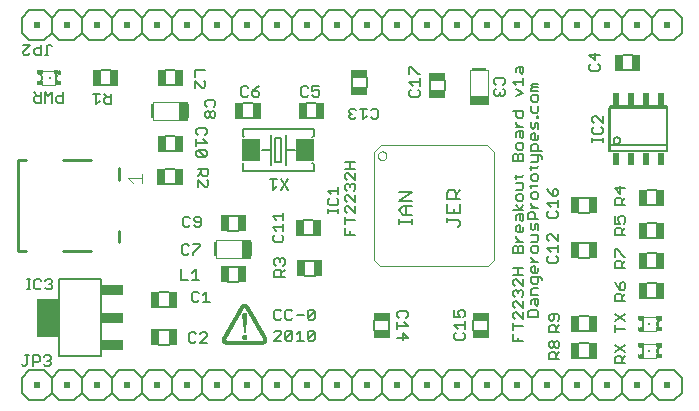
<source format=gto>
G75*
G70*
%OFA0B0*%
%FSLAX24Y24*%
%IPPOS*%
%LPD*%
%AMOC8*
5,1,8,0,0,1.08239X$1,22.5*
%
%ADD10C,0.0060*%
%ADD11C,0.0050*%
%ADD12C,0.0039*%
%ADD13R,0.0256X0.0551*%
%ADD14R,0.0730X0.1260*%
%ADD15R,0.0730X0.0340*%
%ADD16C,0.0080*%
%ADD17C,0.0040*%
%ADD18R,0.0197X0.0128*%
%ADD19R,0.0098X0.0059*%
%ADD20R,0.0069X0.0157*%
%ADD21R,0.0079X0.0079*%
%ADD22R,0.0118X0.0118*%
%ADD23R,0.0030X0.0128*%
%ADD24R,0.0472X0.0079*%
%ADD25R,0.0591X0.0256*%
%ADD26R,0.0193X0.0433*%
%ADD27R,0.0079X0.0472*%
%ADD28R,0.0256X0.0591*%
%ADD29R,0.0551X0.0256*%
%ADD30R,0.0200X0.0200*%
%ADD31R,0.0600X0.0750*%
%ADD32R,0.0006X0.0006*%
%ADD33R,0.0006X0.0006*%
%ADD34R,0.0006X0.0006*%
%ADD35R,0.0006X0.0006*%
%ADD36C,0.0100*%
D10*
X000532Y000651D02*
X000782Y000401D01*
X001282Y000401D01*
X001532Y000651D01*
X001782Y000401D01*
X002282Y000401D01*
X002532Y000651D01*
X002532Y001151D01*
X002282Y001401D01*
X001782Y001401D01*
X001532Y001151D01*
X001532Y000651D01*
X001532Y001151D02*
X001282Y001401D01*
X000782Y001401D01*
X000532Y001151D01*
X000532Y000651D01*
X002532Y000651D02*
X002782Y000401D01*
X003282Y000401D01*
X003532Y000651D01*
X003782Y000401D01*
X004282Y000401D01*
X004532Y000651D01*
X004782Y000401D01*
X005282Y000401D01*
X005532Y000651D01*
X005532Y001151D01*
X005282Y001401D01*
X004782Y001401D01*
X004532Y001151D01*
X004532Y000651D01*
X004532Y001151D02*
X004282Y001401D01*
X003782Y001401D01*
X003532Y001151D01*
X003532Y000651D01*
X003532Y001151D02*
X003282Y001401D01*
X002782Y001401D01*
X002532Y001151D01*
X005532Y001151D02*
X005782Y001401D01*
X006282Y001401D01*
X006532Y001151D01*
X006782Y001401D01*
X007282Y001401D01*
X007532Y001151D01*
X007782Y001401D01*
X008282Y001401D01*
X008532Y001151D01*
X008532Y000651D01*
X008282Y000401D01*
X007782Y000401D01*
X007532Y000651D01*
X007282Y000401D01*
X006782Y000401D01*
X006532Y000651D01*
X006282Y000401D01*
X005782Y000401D01*
X005532Y000651D01*
X006532Y000651D02*
X006532Y001151D01*
X007532Y001151D02*
X007532Y000651D01*
X008532Y000651D02*
X008782Y000401D01*
X009282Y000401D01*
X009532Y000651D01*
X009782Y000401D01*
X010282Y000401D01*
X010532Y000651D01*
X010782Y000401D01*
X011282Y000401D01*
X011532Y000651D01*
X011532Y001151D01*
X011282Y001401D01*
X010782Y001401D01*
X010532Y001151D01*
X010532Y000651D01*
X010532Y001151D02*
X010282Y001401D01*
X009782Y001401D01*
X009532Y001151D01*
X009532Y000651D01*
X009532Y001151D02*
X009282Y001401D01*
X008782Y001401D01*
X008532Y001151D01*
X011532Y001151D02*
X011782Y001401D01*
X012282Y001401D01*
X012532Y001151D01*
X012782Y001401D01*
X013282Y001401D01*
X013532Y001151D01*
X013782Y001401D01*
X014282Y001401D01*
X014532Y001151D01*
X014532Y000651D01*
X014282Y000401D01*
X013782Y000401D01*
X013532Y000651D01*
X013282Y000401D01*
X012782Y000401D01*
X012532Y000651D01*
X012282Y000401D01*
X011782Y000401D01*
X011532Y000651D01*
X012532Y000651D02*
X012532Y001151D01*
X013532Y001151D02*
X013532Y000651D01*
X014532Y000651D02*
X014782Y000401D01*
X015282Y000401D01*
X015532Y000651D01*
X015782Y000401D01*
X016282Y000401D01*
X016532Y000651D01*
X016782Y000401D01*
X017282Y000401D01*
X017532Y000651D01*
X017532Y001151D01*
X017282Y001401D01*
X016782Y001401D01*
X016532Y001151D01*
X016532Y000651D01*
X016532Y001151D02*
X016282Y001401D01*
X015782Y001401D01*
X015532Y001151D01*
X015532Y000651D01*
X015532Y001151D02*
X015282Y001401D01*
X014782Y001401D01*
X014532Y001151D01*
X017532Y001151D02*
X017782Y001401D01*
X018282Y001401D01*
X018532Y001151D01*
X018782Y001401D01*
X019282Y001401D01*
X019532Y001151D01*
X019782Y001401D01*
X020282Y001401D01*
X020532Y001151D01*
X020782Y001401D01*
X021282Y001401D01*
X021532Y001151D01*
X021782Y001401D01*
X022282Y001401D01*
X022532Y001151D01*
X022532Y000651D01*
X022282Y000401D01*
X021782Y000401D01*
X021532Y000651D01*
X021282Y000401D01*
X020782Y000401D01*
X020532Y000651D01*
X020532Y001151D01*
X020532Y000651D02*
X020282Y000401D01*
X019782Y000401D01*
X019532Y000651D01*
X019282Y000401D01*
X018782Y000401D01*
X018532Y000651D01*
X018282Y000401D01*
X017782Y000401D01*
X017532Y000651D01*
X018532Y000651D02*
X018532Y001151D01*
X019532Y001151D02*
X019532Y000651D01*
X019444Y001801D02*
X019121Y001801D01*
X019121Y002301D02*
X019444Y002301D01*
X019444Y002701D02*
X019121Y002701D01*
X019121Y003201D02*
X019444Y003201D01*
X021371Y003801D02*
X021694Y003801D01*
X021694Y004301D02*
X021371Y004301D01*
X021371Y004801D02*
X021694Y004801D01*
X021694Y005301D02*
X021371Y005301D01*
X021371Y005801D02*
X021694Y005801D01*
X021694Y006301D02*
X021371Y006301D01*
X021371Y006901D02*
X021694Y006901D01*
X021694Y007401D02*
X021371Y007401D01*
X015152Y007395D02*
X015005Y007249D01*
X015005Y007322D02*
X015005Y007102D01*
X015152Y007102D02*
X014712Y007102D01*
X014712Y007322D01*
X014785Y007395D01*
X014932Y007395D01*
X015005Y007322D01*
X015152Y006935D02*
X015152Y006642D01*
X014712Y006642D01*
X014712Y006935D01*
X014932Y006788D02*
X014932Y006642D01*
X014712Y006475D02*
X014712Y006328D01*
X014712Y006401D02*
X015079Y006401D01*
X015152Y006328D01*
X015152Y006255D01*
X015079Y006181D01*
X013552Y006281D02*
X013552Y006428D01*
X013552Y006355D02*
X013112Y006355D01*
X013112Y006428D02*
X013112Y006281D01*
X013259Y006588D02*
X013112Y006735D01*
X013259Y006882D01*
X013552Y006882D01*
X013332Y006882D02*
X013332Y006588D01*
X013259Y006588D02*
X013552Y006588D01*
X013552Y007048D02*
X013112Y007048D01*
X013552Y007342D01*
X013112Y007342D01*
X010294Y005051D02*
X009971Y005051D01*
X009971Y004551D02*
X010294Y004551D01*
X007744Y004351D02*
X007421Y004351D01*
X007421Y004851D02*
X007744Y004851D01*
X005644Y007601D02*
X005321Y007601D01*
X005321Y008101D02*
X005644Y008101D01*
X005644Y010901D02*
X005321Y010901D01*
X005321Y011401D02*
X005644Y011401D01*
X005782Y012401D02*
X005532Y012651D01*
X005282Y012401D01*
X004782Y012401D01*
X004532Y012651D01*
X004282Y012401D01*
X003782Y012401D01*
X003532Y012651D01*
X003282Y012401D01*
X002782Y012401D01*
X002532Y012651D01*
X002282Y012401D01*
X001782Y012401D01*
X001532Y012651D01*
X001282Y012401D01*
X000782Y012401D01*
X000532Y012651D01*
X000532Y013151D01*
X000782Y013401D01*
X001282Y013401D01*
X001532Y013151D01*
X001782Y013401D01*
X002282Y013401D01*
X002532Y013151D01*
X002532Y012651D01*
X002532Y013151D02*
X002782Y013401D01*
X003282Y013401D01*
X003532Y013151D01*
X003782Y013401D01*
X004282Y013401D01*
X004532Y013151D01*
X004782Y013401D01*
X005282Y013401D01*
X005532Y013151D01*
X005532Y012651D01*
X005782Y012401D02*
X006282Y012401D01*
X006532Y012651D01*
X006782Y012401D01*
X007282Y012401D01*
X007532Y012651D01*
X007782Y012401D01*
X008282Y012401D01*
X008532Y012651D01*
X008532Y013151D01*
X008282Y013401D01*
X007782Y013401D01*
X007532Y013151D01*
X007532Y012651D01*
X007532Y013151D02*
X007282Y013401D01*
X006782Y013401D01*
X006532Y013151D01*
X006532Y012651D01*
X006532Y013151D02*
X006282Y013401D01*
X005782Y013401D01*
X005532Y013151D01*
X004532Y013151D02*
X004532Y012651D01*
X003532Y012651D02*
X003532Y013151D01*
X001532Y013151D02*
X001532Y012651D01*
X003171Y011401D02*
X003494Y011401D01*
X003494Y010901D02*
X003171Y010901D01*
X008532Y012651D02*
X008782Y012401D01*
X009282Y012401D01*
X009532Y012651D01*
X009782Y012401D01*
X010282Y012401D01*
X010532Y012651D01*
X010782Y012401D01*
X011282Y012401D01*
X011532Y012651D01*
X011532Y013151D01*
X011282Y013401D01*
X010782Y013401D01*
X010532Y013151D01*
X010532Y012651D01*
X010532Y013151D02*
X010282Y013401D01*
X009782Y013401D01*
X009532Y013151D01*
X009532Y012651D01*
X009532Y013151D02*
X009282Y013401D01*
X008782Y013401D01*
X008532Y013151D01*
X011532Y013151D02*
X011782Y013401D01*
X012282Y013401D01*
X012532Y013151D01*
X012782Y013401D01*
X013282Y013401D01*
X013532Y013151D01*
X013782Y013401D01*
X014282Y013401D01*
X014532Y013151D01*
X014532Y012651D01*
X014282Y012401D01*
X013782Y012401D01*
X013532Y012651D01*
X013282Y012401D01*
X012782Y012401D01*
X012532Y012651D01*
X012282Y012401D01*
X011782Y012401D01*
X011532Y012651D01*
X012532Y012651D02*
X012532Y013151D01*
X013532Y013151D02*
X013532Y012651D01*
X014532Y012651D02*
X014782Y012401D01*
X015282Y012401D01*
X015532Y012651D01*
X015782Y012401D01*
X016282Y012401D01*
X016532Y012651D01*
X016782Y012401D01*
X017282Y012401D01*
X017532Y012651D01*
X017532Y013151D01*
X017282Y013401D01*
X016782Y013401D01*
X016532Y013151D01*
X016532Y012651D01*
X016532Y013151D02*
X016282Y013401D01*
X015782Y013401D01*
X015532Y013151D01*
X015532Y012651D01*
X015532Y013151D02*
X015282Y013401D01*
X014782Y013401D01*
X014532Y013151D01*
X017532Y013151D02*
X017782Y013401D01*
X018282Y013401D01*
X018532Y013151D01*
X018782Y013401D01*
X019282Y013401D01*
X019532Y013151D01*
X019782Y013401D01*
X020282Y013401D01*
X020532Y013151D01*
X020782Y013401D01*
X021282Y013401D01*
X021532Y013151D01*
X021782Y013401D01*
X022282Y013401D01*
X022532Y013151D01*
X022532Y012651D01*
X022282Y012401D01*
X021782Y012401D01*
X021532Y012651D01*
X021282Y012401D01*
X020782Y012401D01*
X020532Y012651D01*
X020532Y013151D01*
X020532Y012651D02*
X020282Y012401D01*
X019782Y012401D01*
X019532Y012651D01*
X019282Y012401D01*
X018782Y012401D01*
X018532Y012651D01*
X018282Y012401D01*
X017782Y012401D01*
X017532Y012651D01*
X018532Y012651D02*
X018532Y013151D01*
X019532Y013151D02*
X019532Y012651D01*
X021532Y012651D02*
X021532Y013151D01*
X021532Y001151D02*
X021532Y000651D01*
D11*
X020657Y001640D02*
X020307Y001640D01*
X020307Y001815D01*
X020365Y001873D01*
X020482Y001873D01*
X020540Y001815D01*
X020540Y001640D01*
X020540Y001756D02*
X020657Y001873D01*
X020657Y002008D02*
X020307Y002241D01*
X020307Y002008D02*
X020657Y002241D01*
X020307Y002676D02*
X020307Y002910D01*
X020307Y002793D02*
X020657Y002793D01*
X020657Y003044D02*
X020307Y003278D01*
X020307Y003044D02*
X020657Y003278D01*
X020657Y003726D02*
X020307Y003726D01*
X020307Y003901D01*
X020365Y003960D01*
X020482Y003960D01*
X020540Y003901D01*
X020540Y003726D01*
X020540Y003843D02*
X020657Y003960D01*
X020599Y004094D02*
X020482Y004094D01*
X020482Y004270D01*
X020540Y004328D01*
X020599Y004328D01*
X020657Y004270D01*
X020657Y004153D01*
X020599Y004094D01*
X020482Y004094D02*
X020365Y004211D01*
X020307Y004328D01*
X020307Y004826D02*
X020307Y005001D01*
X020365Y005060D01*
X020482Y005060D01*
X020540Y005001D01*
X020540Y004826D01*
X020540Y004943D02*
X020657Y005060D01*
X020657Y005194D02*
X020599Y005194D01*
X020365Y005428D01*
X020307Y005428D01*
X020307Y005194D01*
X020307Y004826D02*
X020657Y004826D01*
X019444Y005151D02*
X019121Y005151D01*
X019121Y005651D02*
X019444Y005651D01*
X020307Y005926D02*
X020307Y006101D01*
X020365Y006160D01*
X020482Y006160D01*
X020540Y006101D01*
X020540Y005926D01*
X020540Y006043D02*
X020657Y006160D01*
X020599Y006294D02*
X020657Y006353D01*
X020657Y006470D01*
X020599Y006528D01*
X020482Y006528D01*
X020424Y006470D01*
X020424Y006411D01*
X020482Y006294D01*
X020307Y006294D01*
X020307Y006528D01*
X020307Y006926D02*
X020307Y007101D01*
X020365Y007160D01*
X020482Y007160D01*
X020540Y007101D01*
X020540Y006926D01*
X020540Y007043D02*
X020657Y007160D01*
X020482Y007294D02*
X020482Y007528D01*
X020307Y007470D02*
X020482Y007294D01*
X020657Y007470D02*
X020307Y007470D01*
X019444Y007151D02*
X019121Y007151D01*
X019121Y006651D02*
X019444Y006651D01*
X020307Y006926D02*
X020657Y006926D01*
X020657Y005926D02*
X020307Y005926D01*
X018407Y005946D02*
X018407Y005713D01*
X018174Y005946D01*
X018115Y005946D01*
X018057Y005888D01*
X018057Y005771D01*
X018115Y005713D01*
X018407Y005578D02*
X018407Y005344D01*
X018407Y005461D02*
X018057Y005461D01*
X018174Y005344D01*
X018115Y005210D02*
X018057Y005151D01*
X018057Y005035D01*
X018115Y004976D01*
X018349Y004976D01*
X018407Y005035D01*
X018407Y005151D01*
X018349Y005210D01*
X017757Y005383D02*
X017699Y005325D01*
X017582Y005325D01*
X017524Y005383D01*
X017524Y005500D01*
X017582Y005558D01*
X017699Y005558D01*
X017757Y005500D01*
X017757Y005383D01*
X017524Y005193D02*
X017524Y005134D01*
X017640Y005018D01*
X017524Y005018D02*
X017757Y005018D01*
X017640Y004883D02*
X017582Y004883D01*
X017524Y004825D01*
X017524Y004708D01*
X017582Y004649D01*
X017699Y004649D01*
X017757Y004708D01*
X017757Y004825D01*
X017640Y004883D02*
X017640Y004649D01*
X017524Y004515D02*
X017524Y004339D01*
X017582Y004281D01*
X017699Y004281D01*
X017757Y004339D01*
X017757Y004515D01*
X017816Y004515D02*
X017524Y004515D01*
X017257Y004451D02*
X017257Y004218D01*
X017024Y004451D01*
X016965Y004451D01*
X016907Y004393D01*
X016907Y004276D01*
X016965Y004218D01*
X016965Y004083D02*
X017024Y004083D01*
X017082Y004025D01*
X017140Y004083D01*
X017199Y004083D01*
X017257Y004025D01*
X017257Y003908D01*
X017199Y003849D01*
X017257Y003715D02*
X017257Y003481D01*
X017024Y003715D01*
X016965Y003715D01*
X016907Y003656D01*
X016907Y003539D01*
X016965Y003481D01*
X016965Y003346D02*
X016907Y003288D01*
X016907Y003171D01*
X016965Y003113D01*
X016907Y002978D02*
X016907Y002744D01*
X016907Y002861D02*
X017257Y002861D01*
X017257Y003113D02*
X017024Y003346D01*
X016965Y003346D01*
X017257Y003346D02*
X017257Y003113D01*
X017407Y003176D02*
X017407Y003351D01*
X017465Y003410D01*
X017699Y003410D01*
X017757Y003351D01*
X017757Y003176D01*
X017407Y003176D01*
X017699Y003544D02*
X017640Y003603D01*
X017640Y003778D01*
X017582Y003778D02*
X017757Y003778D01*
X017757Y003603D01*
X017699Y003544D01*
X017524Y003603D02*
X017524Y003720D01*
X017582Y003778D01*
X017524Y003913D02*
X017524Y004088D01*
X017582Y004146D01*
X017757Y004146D01*
X017874Y004398D02*
X017874Y004456D01*
X017816Y004515D01*
X017257Y004586D02*
X016907Y004586D01*
X017082Y004586D02*
X017082Y004820D01*
X016907Y004820D02*
X017257Y004820D01*
X017257Y005323D02*
X016907Y005323D01*
X016907Y005498D01*
X016965Y005556D01*
X017024Y005556D01*
X017082Y005498D01*
X017082Y005323D01*
X017082Y005498D02*
X017140Y005556D01*
X017199Y005556D01*
X017257Y005498D01*
X017257Y005323D01*
X017257Y005691D02*
X017024Y005691D01*
X017140Y005691D02*
X017024Y005808D01*
X017024Y005866D01*
X017082Y005998D02*
X017024Y006056D01*
X017024Y006173D01*
X017082Y006231D01*
X017140Y006231D01*
X017140Y005998D01*
X017082Y005998D02*
X017199Y005998D01*
X017257Y006056D01*
X017257Y006173D01*
X017524Y006120D02*
X017582Y006061D01*
X017640Y006120D01*
X017640Y006236D01*
X017699Y006295D01*
X017757Y006236D01*
X017757Y006061D01*
X017757Y005926D02*
X017524Y005926D01*
X017524Y005693D02*
X017699Y005693D01*
X017757Y005751D01*
X017757Y005926D01*
X017524Y006120D02*
X017524Y006295D01*
X017640Y006430D02*
X017640Y006605D01*
X017582Y006663D01*
X017465Y006663D01*
X017407Y006605D01*
X017407Y006430D01*
X017757Y006430D01*
X018057Y006535D02*
X018057Y006651D01*
X018115Y006710D01*
X018174Y006844D02*
X018057Y006961D01*
X018407Y006961D01*
X018407Y006844D02*
X018407Y007078D01*
X018349Y007213D02*
X018232Y007213D01*
X018232Y007388D01*
X018290Y007446D01*
X018349Y007446D01*
X018407Y007388D01*
X018407Y007271D01*
X018349Y007213D01*
X018232Y007213D02*
X018115Y007330D01*
X018057Y007446D01*
X017757Y007590D02*
X017699Y007531D01*
X017465Y007531D01*
X017524Y007473D02*
X017524Y007590D01*
X017582Y007719D02*
X017699Y007719D01*
X017757Y007777D01*
X017757Y007894D01*
X017699Y007952D01*
X017582Y007952D01*
X017524Y007894D01*
X017524Y007777D01*
X017582Y007719D01*
X017257Y007643D02*
X017257Y007468D01*
X017199Y007410D01*
X017024Y007410D01*
X017082Y007275D02*
X017024Y007216D01*
X017024Y007100D01*
X017082Y007041D01*
X017199Y007041D01*
X017257Y007100D01*
X017257Y007216D01*
X017199Y007275D01*
X017082Y007275D01*
X017024Y006910D02*
X017140Y006734D01*
X017257Y006910D01*
X017524Y006915D02*
X017524Y006973D01*
X017524Y006915D02*
X017640Y006798D01*
X017524Y006798D02*
X017757Y006798D01*
X017699Y007105D02*
X017582Y007105D01*
X017524Y007163D01*
X017524Y007280D01*
X017582Y007338D01*
X017699Y007338D01*
X017757Y007280D01*
X017757Y007163D01*
X017699Y007105D01*
X017257Y006734D02*
X016907Y006734D01*
X017082Y006600D02*
X017257Y006600D01*
X017257Y006424D01*
X017199Y006366D01*
X017140Y006424D01*
X017140Y006600D01*
X017082Y006600D02*
X017024Y006541D01*
X017024Y006424D01*
X018057Y006535D02*
X018115Y006476D01*
X018349Y006476D01*
X018407Y006535D01*
X018407Y006651D01*
X018349Y006710D01*
X017257Y007643D02*
X017024Y007643D01*
X017024Y007778D02*
X017024Y007895D01*
X016965Y007836D02*
X017199Y007836D01*
X017257Y007895D01*
X017465Y008145D02*
X017699Y008145D01*
X017757Y008204D01*
X017699Y008332D02*
X017524Y008332D01*
X017524Y008204D02*
X017524Y008087D01*
X017699Y008332D02*
X017757Y008391D01*
X017757Y008566D01*
X017816Y008566D02*
X017874Y008507D01*
X017874Y008449D01*
X017816Y008566D02*
X017524Y008566D01*
X017524Y008701D02*
X017524Y008876D01*
X017582Y008934D01*
X017699Y008934D01*
X017757Y008876D01*
X017757Y008701D01*
X017874Y008701D02*
X017524Y008701D01*
X017257Y008818D02*
X017257Y008935D01*
X017199Y008994D01*
X017082Y008994D01*
X017024Y008935D01*
X017024Y008818D01*
X017082Y008760D01*
X017199Y008760D01*
X017257Y008818D01*
X017199Y008625D02*
X017257Y008567D01*
X017257Y008392D01*
X016907Y008392D01*
X016907Y008567D01*
X016965Y008625D01*
X017024Y008625D01*
X017082Y008567D01*
X017082Y008392D01*
X017082Y008567D02*
X017140Y008625D01*
X017199Y008625D01*
X017582Y009069D02*
X017524Y009127D01*
X017524Y009244D01*
X017582Y009302D01*
X017640Y009302D01*
X017640Y009069D01*
X017582Y009069D02*
X017699Y009069D01*
X017757Y009127D01*
X017757Y009244D01*
X017757Y009437D02*
X017757Y009612D01*
X017699Y009671D01*
X017640Y009612D01*
X017640Y009496D01*
X017582Y009437D01*
X017524Y009496D01*
X017524Y009671D01*
X017699Y009806D02*
X017699Y009864D01*
X017757Y009864D01*
X017757Y009806D01*
X017699Y009806D01*
X017699Y009990D02*
X017582Y009990D01*
X017524Y010048D01*
X017524Y010223D01*
X017582Y010358D02*
X017699Y010358D01*
X017757Y010416D01*
X017757Y010533D01*
X017699Y010592D01*
X017582Y010592D01*
X017524Y010533D01*
X017524Y010416D01*
X017582Y010358D01*
X017757Y010223D02*
X017757Y010048D01*
X017699Y009990D01*
X017257Y010037D02*
X017257Y009862D01*
X017199Y009804D01*
X017082Y009804D01*
X017024Y009862D01*
X017024Y010037D01*
X016907Y010037D02*
X017257Y010037D01*
X017024Y009672D02*
X017024Y009613D01*
X017140Y009497D01*
X017024Y009497D02*
X017257Y009497D01*
X017257Y009362D02*
X017082Y009362D01*
X017024Y009304D01*
X017024Y009187D01*
X017140Y009187D02*
X017140Y009362D01*
X017257Y009362D02*
X017257Y009187D01*
X017199Y009128D01*
X017140Y009187D01*
X017024Y010540D02*
X017257Y010657D01*
X017024Y010774D01*
X017024Y010909D02*
X016907Y011025D01*
X017257Y011025D01*
X017257Y010909D02*
X017257Y011142D01*
X017199Y011277D02*
X017140Y011335D01*
X017140Y011510D01*
X017082Y011510D02*
X017257Y011510D01*
X017257Y011335D01*
X017199Y011277D01*
X017024Y011335D02*
X017024Y011452D01*
X017082Y011510D01*
X016641Y011098D02*
X016583Y011156D01*
X016349Y011156D01*
X016291Y011098D01*
X016291Y010981D01*
X016349Y010923D01*
X016349Y010788D02*
X016291Y010729D01*
X016291Y010613D01*
X016349Y010554D01*
X016408Y010554D01*
X016466Y010613D01*
X016466Y010671D01*
X016466Y010613D02*
X016525Y010554D01*
X016583Y010554D01*
X016641Y010613D01*
X016641Y010729D01*
X016583Y010788D01*
X016583Y010923D02*
X016641Y010981D01*
X016641Y011098D01*
X017524Y010901D02*
X017582Y010960D01*
X017757Y010960D01*
X017757Y010843D02*
X017582Y010843D01*
X017524Y010901D01*
X017582Y010843D02*
X017524Y010785D01*
X017524Y010726D01*
X017757Y010726D01*
X019457Y011435D02*
X019515Y011376D01*
X019749Y011376D01*
X019807Y011435D01*
X019807Y011551D01*
X019749Y011610D01*
X019632Y011744D02*
X019632Y011978D01*
X019457Y011920D02*
X019632Y011744D01*
X019515Y011610D02*
X019457Y011551D01*
X019457Y011435D01*
X019457Y011920D02*
X019807Y011920D01*
X020571Y011901D02*
X020894Y011901D01*
X020894Y011401D02*
X020571Y011401D01*
X020098Y010160D02*
X020098Y008703D01*
X022027Y008703D01*
X022027Y010160D01*
X020098Y010160D01*
X019907Y009874D02*
X019907Y009640D01*
X019674Y009874D01*
X019615Y009874D01*
X019557Y009815D01*
X019557Y009698D01*
X019615Y009640D01*
X019615Y009505D02*
X019557Y009447D01*
X019557Y009330D01*
X019615Y009272D01*
X019849Y009272D01*
X019907Y009330D01*
X019907Y009447D01*
X019849Y009505D01*
X019907Y009143D02*
X019907Y009026D01*
X019907Y009085D02*
X019557Y009085D01*
X019557Y009143D02*
X019557Y009026D01*
X020263Y009057D02*
X020265Y009077D01*
X020270Y009097D01*
X020280Y009115D01*
X020292Y009132D01*
X020307Y009146D01*
X020325Y009156D01*
X020344Y009164D01*
X020364Y009168D01*
X020384Y009168D01*
X020404Y009164D01*
X020423Y009156D01*
X020441Y009146D01*
X020456Y009132D01*
X020468Y009115D01*
X020478Y009097D01*
X020483Y009077D01*
X020485Y009057D01*
X020483Y009037D01*
X020478Y009017D01*
X020468Y008999D01*
X020456Y008982D01*
X020441Y008968D01*
X020423Y008958D01*
X020404Y008950D01*
X020384Y008946D01*
X020364Y008946D01*
X020344Y008950D01*
X020325Y008958D01*
X020307Y008968D01*
X020292Y008982D01*
X020280Y008999D01*
X020270Y009017D01*
X020265Y009037D01*
X020263Y009057D01*
X014632Y010740D02*
X014632Y011063D01*
X014132Y011063D02*
X014132Y010740D01*
X013807Y010701D02*
X013807Y010585D01*
X013749Y010526D01*
X013515Y010526D01*
X013457Y010585D01*
X013457Y010701D01*
X013515Y010760D01*
X013574Y010894D02*
X013457Y011011D01*
X013807Y011011D01*
X013807Y010894D02*
X013807Y011128D01*
X013807Y011263D02*
X013749Y011263D01*
X013515Y011496D01*
X013457Y011496D01*
X013457Y011263D01*
X013749Y010760D02*
X013807Y010701D01*
X012407Y010068D02*
X012407Y009834D01*
X012349Y009776D01*
X012232Y009776D01*
X012174Y009834D01*
X012039Y009893D02*
X011922Y009776D01*
X011922Y010126D01*
X012039Y010126D02*
X011805Y010126D01*
X011671Y010068D02*
X011612Y010126D01*
X011495Y010126D01*
X011437Y010068D01*
X011437Y010009D01*
X011495Y009951D01*
X011554Y009951D01*
X011495Y009951D02*
X011437Y009893D01*
X011437Y009834D01*
X011495Y009776D01*
X011612Y009776D01*
X011671Y009834D01*
X012174Y010068D02*
X012232Y010126D01*
X012349Y010126D01*
X012407Y010068D01*
X012032Y010840D02*
X012032Y011163D01*
X011532Y011163D02*
X011532Y010840D01*
X010459Y010876D02*
X010226Y010876D01*
X010226Y010701D01*
X010342Y010760D01*
X010401Y010760D01*
X010459Y010701D01*
X010459Y010585D01*
X010401Y010526D01*
X010284Y010526D01*
X010226Y010585D01*
X010091Y010585D02*
X010032Y010526D01*
X009916Y010526D01*
X009857Y010585D01*
X009857Y010818D01*
X009916Y010876D01*
X010032Y010876D01*
X010091Y010818D01*
X010021Y010301D02*
X010344Y010301D01*
X010344Y009801D02*
X010021Y009801D01*
X010263Y009460D02*
X007901Y009460D01*
X007901Y009224D01*
X007940Y009184D01*
X008532Y008751D02*
X008832Y008751D01*
X008832Y009251D01*
X008982Y009151D02*
X008982Y008351D01*
X009182Y008351D01*
X009182Y009151D01*
X008982Y009151D01*
X009332Y009251D02*
X009332Y008751D01*
X009632Y008751D01*
X009332Y008751D02*
X009332Y008251D01*
X008832Y008251D02*
X008832Y008751D01*
X007940Y008318D02*
X007901Y008279D01*
X007901Y008043D01*
X010263Y008043D01*
X010263Y008279D01*
X010224Y008318D01*
X009407Y007776D02*
X009174Y007426D01*
X009039Y007543D02*
X008922Y007426D01*
X008922Y007776D01*
X009039Y007776D02*
X008805Y007776D01*
X009174Y007776D02*
X009407Y007426D01*
X009257Y006646D02*
X009257Y006413D01*
X009257Y006530D02*
X008907Y006530D01*
X009024Y006413D01*
X009257Y006278D02*
X009257Y006044D01*
X009257Y006161D02*
X008907Y006161D01*
X009024Y006044D01*
X008965Y005910D02*
X008907Y005851D01*
X008907Y005735D01*
X008965Y005676D01*
X009199Y005676D01*
X009257Y005735D01*
X009257Y005851D01*
X009199Y005910D01*
X009921Y005901D02*
X010244Y005901D01*
X010244Y006401D02*
X009921Y006401D01*
X010739Y006656D02*
X010739Y006772D01*
X010739Y006714D02*
X011089Y006714D01*
X011089Y006656D02*
X011089Y006772D01*
X011031Y006901D02*
X011089Y006960D01*
X011089Y007076D01*
X011031Y007135D01*
X011089Y007270D02*
X011089Y007503D01*
X011089Y007386D02*
X010739Y007386D01*
X010856Y007270D01*
X010797Y007135D02*
X010739Y007076D01*
X010739Y006960D01*
X010797Y006901D01*
X011031Y006901D01*
X011308Y006828D02*
X011308Y006711D01*
X011366Y006653D01*
X011308Y006518D02*
X011308Y006285D01*
X011308Y006401D02*
X011658Y006401D01*
X011658Y006653D02*
X011425Y006886D01*
X011366Y006886D01*
X011308Y006828D01*
X011366Y007021D02*
X011308Y007080D01*
X011308Y007196D01*
X011366Y007255D01*
X011425Y007255D01*
X011658Y007021D01*
X011658Y007255D01*
X011600Y007390D02*
X011658Y007448D01*
X011658Y007565D01*
X011600Y007623D01*
X011542Y007623D01*
X011483Y007565D01*
X011483Y007506D01*
X011483Y007565D02*
X011425Y007623D01*
X011366Y007623D01*
X011308Y007565D01*
X011308Y007448D01*
X011366Y007390D01*
X011366Y007758D02*
X011308Y007816D01*
X011308Y007933D01*
X011366Y007991D01*
X011425Y007991D01*
X011658Y007758D01*
X011658Y007991D01*
X011658Y008126D02*
X011308Y008126D01*
X011483Y008126D02*
X011483Y008360D01*
X011308Y008360D02*
X011658Y008360D01*
X010263Y009224D02*
X010263Y009460D01*
X010263Y009224D02*
X010224Y009184D01*
X008244Y009801D02*
X007921Y009801D01*
X007921Y010301D02*
X008244Y010301D01*
X008284Y010526D02*
X008401Y010526D01*
X008459Y010585D01*
X008459Y010643D01*
X008401Y010701D01*
X008226Y010701D01*
X008226Y010585D01*
X008284Y010526D01*
X008226Y010701D02*
X008342Y010818D01*
X008459Y010876D01*
X008091Y010818D02*
X008032Y010876D01*
X007916Y010876D01*
X007857Y010818D01*
X007857Y010585D01*
X007916Y010526D01*
X008032Y010526D01*
X008091Y010585D01*
X006991Y010348D02*
X006933Y010406D01*
X006699Y010406D01*
X006641Y010348D01*
X006641Y010231D01*
X006699Y010173D01*
X006699Y010038D02*
X006758Y010038D01*
X006816Y009979D01*
X006816Y009863D01*
X006758Y009804D01*
X006699Y009804D01*
X006641Y009863D01*
X006641Y009979D01*
X006699Y010038D01*
X006816Y009979D02*
X006875Y010038D01*
X006933Y010038D01*
X006991Y009979D01*
X006991Y009863D01*
X006933Y009804D01*
X006875Y009804D01*
X006816Y009863D01*
X006933Y010173D02*
X006991Y010231D01*
X006991Y010348D01*
X006599Y010824D02*
X006657Y010883D01*
X006657Y011000D01*
X006599Y011058D01*
X006541Y010824D02*
X006307Y011058D01*
X006307Y010824D01*
X006541Y010824D02*
X006599Y010824D01*
X006307Y011193D02*
X006307Y011426D01*
X006657Y011426D01*
X003507Y010626D02*
X003507Y010276D01*
X003332Y010276D01*
X003274Y010334D01*
X003274Y010451D01*
X003332Y010509D01*
X003507Y010509D01*
X003390Y010509D02*
X003274Y010626D01*
X003139Y010626D02*
X002905Y010626D01*
X003022Y010626D02*
X003022Y010276D01*
X003139Y010393D01*
X001907Y010326D02*
X001732Y010326D01*
X001674Y010384D01*
X001674Y010501D01*
X001732Y010559D01*
X001907Y010559D01*
X001907Y010676D02*
X001907Y010326D01*
X001539Y010326D02*
X001539Y010676D01*
X001422Y010559D01*
X001305Y010676D01*
X001305Y010326D01*
X001171Y010326D02*
X000995Y010326D01*
X000937Y010384D01*
X000937Y010501D01*
X000995Y010559D01*
X001171Y010559D01*
X001054Y010559D02*
X000937Y010676D01*
X001171Y010676D02*
X001171Y010326D01*
X001169Y011906D02*
X000994Y011906D01*
X000935Y011964D01*
X000935Y012081D01*
X000994Y012139D01*
X001169Y012139D01*
X001169Y012256D02*
X001169Y011906D01*
X001304Y011906D02*
X001420Y011906D01*
X001362Y011906D02*
X001362Y012198D01*
X001420Y012256D01*
X001479Y012256D01*
X001537Y012198D01*
X000801Y012256D02*
X000567Y012023D01*
X000567Y011964D01*
X000625Y011906D01*
X000742Y011906D01*
X000801Y011964D01*
X000801Y012256D02*
X000567Y012256D01*
X005321Y009201D02*
X005644Y009201D01*
X005644Y008701D02*
X005321Y008701D01*
X006357Y008681D02*
X006416Y008740D01*
X006649Y008506D01*
X006416Y008506D01*
X006357Y008564D01*
X006357Y008681D01*
X006416Y008740D02*
X006649Y008740D01*
X006707Y008681D01*
X006707Y008564D01*
X006649Y008506D01*
X006757Y008126D02*
X006407Y008126D01*
X006524Y008126D02*
X006524Y007951D01*
X006582Y007893D01*
X006699Y007893D01*
X006757Y007951D01*
X006757Y008126D01*
X006524Y008009D02*
X006407Y007893D01*
X006407Y007758D02*
X006641Y007524D01*
X006699Y007524D01*
X006757Y007583D01*
X006757Y007700D01*
X006699Y007758D01*
X006407Y007758D02*
X006407Y007524D01*
X006451Y006526D02*
X006334Y006526D01*
X006276Y006468D01*
X006276Y006410D01*
X006334Y006351D01*
X006509Y006351D01*
X006509Y006235D02*
X006509Y006468D01*
X006451Y006526D01*
X006141Y006468D02*
X006082Y006526D01*
X005966Y006526D01*
X005907Y006468D01*
X005907Y006235D01*
X005966Y006176D01*
X006082Y006176D01*
X006141Y006235D01*
X006276Y006235D02*
X006334Y006176D01*
X006451Y006176D01*
X006509Y006235D01*
X007421Y006051D02*
X007744Y006051D01*
X007744Y006551D02*
X007421Y006551D01*
X006479Y005610D02*
X006246Y005610D01*
X006111Y005552D02*
X006052Y005610D01*
X005936Y005610D01*
X005877Y005552D01*
X005877Y005318D01*
X005936Y005260D01*
X006052Y005260D01*
X006111Y005318D01*
X006246Y005318D02*
X006246Y005260D01*
X006246Y005318D02*
X006479Y005552D01*
X006479Y005610D01*
X006342Y004776D02*
X006342Y004426D01*
X006226Y004426D02*
X006459Y004426D01*
X006226Y004660D02*
X006342Y004776D01*
X006091Y004426D02*
X005857Y004426D01*
X005857Y004776D01*
X006266Y004026D02*
X006207Y003968D01*
X006207Y003735D01*
X006266Y003676D01*
X006382Y003676D01*
X006441Y003735D01*
X006576Y003676D02*
X006809Y003676D01*
X006692Y003676D02*
X006692Y004026D01*
X006576Y003910D01*
X006441Y003968D02*
X006382Y004026D01*
X006266Y004026D01*
X005444Y004001D02*
X005121Y004001D01*
X005121Y003501D02*
X005444Y003501D01*
X005444Y002751D02*
X005121Y002751D01*
X005121Y002251D02*
X005444Y002251D01*
X006107Y002385D02*
X006166Y002326D01*
X006282Y002326D01*
X006341Y002385D01*
X006476Y002326D02*
X006709Y002560D01*
X006709Y002618D01*
X006651Y002676D01*
X006534Y002676D01*
X006476Y002618D01*
X006341Y002618D02*
X006282Y002676D01*
X006166Y002676D01*
X006107Y002618D01*
X006107Y002385D01*
X006476Y002326D02*
X006709Y002326D01*
X008957Y002376D02*
X009191Y002610D01*
X009191Y002668D01*
X009132Y002726D01*
X009016Y002726D01*
X008957Y002668D01*
X008957Y002376D02*
X009191Y002376D01*
X009326Y002435D02*
X009559Y002668D01*
X009559Y002435D01*
X009501Y002376D01*
X009384Y002376D01*
X009326Y002435D01*
X009326Y002668D01*
X009384Y002726D01*
X009501Y002726D01*
X009559Y002668D01*
X009694Y002610D02*
X009811Y002726D01*
X009811Y002376D01*
X009927Y002376D02*
X009694Y002376D01*
X010062Y002435D02*
X010062Y002668D01*
X010120Y002726D01*
X010237Y002726D01*
X010296Y002668D01*
X010062Y002435D01*
X010120Y002376D01*
X010237Y002376D01*
X010296Y002435D01*
X010296Y002668D01*
X010237Y003076D02*
X010120Y003076D01*
X010062Y003135D01*
X010296Y003368D01*
X010296Y003135D01*
X010237Y003076D01*
X010062Y003135D02*
X010062Y003368D01*
X010120Y003426D01*
X010237Y003426D01*
X010296Y003368D01*
X009927Y003251D02*
X009694Y003251D01*
X009559Y003135D02*
X009501Y003076D01*
X009384Y003076D01*
X009326Y003135D01*
X009326Y003368D01*
X009384Y003426D01*
X009501Y003426D01*
X009559Y003368D01*
X009191Y003368D02*
X009132Y003426D01*
X009016Y003426D01*
X008957Y003368D01*
X008957Y003135D01*
X009016Y003076D01*
X009132Y003076D01*
X009191Y003135D01*
X009190Y004526D02*
X009190Y004701D01*
X009132Y004760D01*
X009015Y004760D01*
X008957Y004701D01*
X008957Y004526D01*
X009307Y004526D01*
X009190Y004643D02*
X009307Y004760D01*
X009249Y004894D02*
X009307Y004953D01*
X009307Y005070D01*
X009249Y005128D01*
X009190Y005128D01*
X009132Y005070D01*
X009132Y005011D01*
X009132Y005070D02*
X009074Y005128D01*
X009015Y005128D01*
X008957Y005070D01*
X008957Y004953D01*
X009015Y004894D01*
X011308Y005916D02*
X011308Y006150D01*
X011483Y006033D02*
X011483Y005916D01*
X011658Y005916D02*
X011308Y005916D01*
X011658Y006653D02*
X011658Y006886D01*
X006707Y008991D02*
X006357Y008991D01*
X006357Y009108D02*
X006357Y008874D01*
X006591Y009108D02*
X006707Y008991D01*
X006649Y009243D02*
X006707Y009301D01*
X006707Y009418D01*
X006649Y009476D01*
X006416Y009476D01*
X006357Y009418D01*
X006357Y009301D01*
X006416Y009243D01*
X001555Y004388D02*
X001496Y004446D01*
X001379Y004446D01*
X001321Y004388D01*
X001186Y004388D02*
X001128Y004446D01*
X001011Y004446D01*
X000953Y004388D01*
X000953Y004155D01*
X001011Y004096D01*
X001128Y004096D01*
X001186Y004155D01*
X001321Y004155D02*
X001379Y004096D01*
X001496Y004096D01*
X001555Y004155D01*
X001555Y004213D01*
X001496Y004271D01*
X001438Y004271D01*
X001496Y004271D02*
X001555Y004330D01*
X001555Y004388D01*
X000824Y004446D02*
X000707Y004446D01*
X000766Y004446D02*
X000766Y004096D01*
X000824Y004096D02*
X000707Y004096D01*
X000702Y001896D02*
X000702Y001605D01*
X000644Y001546D01*
X000586Y001546D01*
X000527Y001605D01*
X000896Y001663D02*
X001071Y001663D01*
X001129Y001721D01*
X001129Y001838D01*
X001071Y001896D01*
X000896Y001896D01*
X000896Y001546D01*
X001264Y001605D02*
X001322Y001546D01*
X001439Y001546D01*
X001497Y001605D01*
X001497Y001663D01*
X001439Y001721D01*
X001381Y001721D01*
X001439Y001721D02*
X001497Y001780D01*
X001497Y001838D01*
X001439Y001896D01*
X001322Y001896D01*
X001264Y001838D01*
X000761Y001896D02*
X000644Y001896D01*
X012282Y002740D02*
X012282Y003063D01*
X012782Y003063D02*
X012782Y002740D01*
X013057Y002774D02*
X013057Y003008D01*
X013057Y002891D02*
X013407Y002891D01*
X013291Y003008D01*
X013349Y003143D02*
X013407Y003201D01*
X013407Y003318D01*
X013349Y003376D01*
X013116Y003376D01*
X013057Y003318D01*
X013057Y003201D01*
X013116Y003143D01*
X013232Y002640D02*
X013232Y002406D01*
X013057Y002464D02*
X013407Y002464D01*
X013232Y002640D01*
X014957Y002601D02*
X014957Y002485D01*
X015015Y002426D01*
X015249Y002426D01*
X015307Y002485D01*
X015307Y002601D01*
X015249Y002660D01*
X015307Y002794D02*
X015307Y003028D01*
X015307Y002911D02*
X014957Y002911D01*
X015074Y002794D01*
X015015Y002660D02*
X014957Y002601D01*
X015582Y002740D02*
X015582Y003063D01*
X015307Y003221D02*
X015249Y003163D01*
X015307Y003221D02*
X015307Y003338D01*
X015249Y003396D01*
X015132Y003396D01*
X015074Y003338D01*
X015074Y003280D01*
X015132Y003163D01*
X014957Y003163D01*
X014957Y003396D01*
X016082Y003063D02*
X016082Y002740D01*
X016907Y002610D02*
X016907Y002376D01*
X017257Y002376D01*
X017082Y002376D02*
X017082Y002493D01*
X018107Y002320D02*
X018107Y002203D01*
X018165Y002144D01*
X018224Y002144D01*
X018282Y002203D01*
X018282Y002320D01*
X018340Y002378D01*
X018399Y002378D01*
X018457Y002320D01*
X018457Y002203D01*
X018399Y002144D01*
X018340Y002144D01*
X018282Y002203D01*
X018282Y002320D02*
X018224Y002378D01*
X018165Y002378D01*
X018107Y002320D01*
X018165Y002010D02*
X018282Y002010D01*
X018340Y001951D01*
X018340Y001776D01*
X018340Y001893D02*
X018457Y002010D01*
X018165Y002010D02*
X018107Y001951D01*
X018107Y001776D01*
X018457Y001776D01*
X018457Y002676D02*
X018107Y002676D01*
X018107Y002851D01*
X018165Y002910D01*
X018282Y002910D01*
X018340Y002851D01*
X018340Y002676D01*
X018340Y002793D02*
X018457Y002910D01*
X018399Y003044D02*
X018457Y003103D01*
X018457Y003220D01*
X018399Y003278D01*
X018165Y003278D01*
X018107Y003220D01*
X018107Y003103D01*
X018165Y003044D01*
X018224Y003044D01*
X018282Y003103D01*
X018282Y003278D01*
X017757Y003913D02*
X017524Y003913D01*
X017082Y003966D02*
X017082Y004025D01*
X016965Y004083D02*
X016907Y004025D01*
X016907Y003908D01*
X016965Y003849D01*
D12*
X016093Y004893D02*
X012471Y004893D01*
X012274Y005090D01*
X012274Y008673D01*
X012511Y008909D01*
X016054Y008909D01*
X016290Y008673D01*
X016290Y005090D01*
X016093Y004893D01*
X012408Y008555D02*
X012410Y008578D01*
X012416Y008601D01*
X012425Y008623D01*
X012438Y008642D01*
X012454Y008659D01*
X012472Y008674D01*
X012493Y008685D01*
X012515Y008693D01*
X012538Y008697D01*
X012562Y008697D01*
X012585Y008693D01*
X012607Y008685D01*
X012628Y008674D01*
X012646Y008659D01*
X012662Y008642D01*
X012675Y008623D01*
X012684Y008601D01*
X012690Y008578D01*
X012692Y008555D01*
X012690Y008532D01*
X012684Y008509D01*
X012675Y008487D01*
X012662Y008468D01*
X012646Y008451D01*
X012628Y008436D01*
X012607Y008425D01*
X012585Y008417D01*
X012562Y008413D01*
X012538Y008413D01*
X012515Y008417D01*
X012493Y008425D01*
X012472Y008436D01*
X012454Y008451D01*
X012438Y008468D01*
X012425Y008487D01*
X012416Y008509D01*
X012410Y008532D01*
X012408Y008555D01*
D13*
X010474Y010051D03*
X009894Y010051D03*
X008370Y010052D03*
X007790Y010052D03*
X005774Y011151D03*
X005194Y011151D03*
X003624Y011151D03*
X003044Y011151D03*
X005194Y008951D03*
X005774Y008951D03*
X005770Y007852D03*
X005190Y007852D03*
X007294Y006301D03*
X007874Y006301D03*
X009794Y006151D03*
X010374Y006151D03*
X010420Y004802D03*
X009840Y004802D03*
X007874Y004601D03*
X007294Y004601D03*
X005570Y003752D03*
X004990Y003752D03*
X004990Y002502D03*
X005570Y002502D03*
X018990Y002052D03*
X019570Y002052D03*
X019570Y002952D03*
X018990Y002952D03*
X021240Y004052D03*
X021820Y004052D03*
X021820Y005052D03*
X021240Y005052D03*
X021240Y006052D03*
X021820Y006052D03*
X021824Y007151D03*
X021244Y007151D03*
X019570Y006902D03*
X018990Y006902D03*
X018990Y005402D03*
X019570Y005402D03*
X020440Y011652D03*
X021020Y011652D03*
D14*
X001407Y003151D03*
X001407Y003151D03*
D15*
X003557Y003151D03*
X003557Y003151D03*
X003557Y002241D03*
X003557Y002241D03*
X003557Y004061D03*
X003557Y004061D03*
D16*
X003182Y004441D02*
X003182Y001861D01*
X001782Y001861D01*
X001782Y004441D01*
X003182Y004441D01*
X020137Y008703D02*
X020137Y008900D01*
X022027Y008900D01*
X022027Y008703D01*
X020137Y008703D01*
X020137Y008900D02*
X020137Y010199D01*
X022027Y010199D01*
X022027Y008900D01*
D17*
X016077Y010280D02*
X015487Y010280D01*
X015487Y011422D01*
X016077Y011422D01*
X016077Y010280D01*
X008153Y005746D02*
X008153Y005156D01*
X007011Y005156D01*
X007011Y005746D01*
X008153Y005746D01*
X004537Y007642D02*
X004537Y007949D01*
X004537Y007795D02*
X004077Y007795D01*
X004230Y007642D01*
X004911Y009756D02*
X004911Y010346D01*
X006053Y010346D01*
X006053Y009756D01*
X004911Y009756D01*
X001797Y011014D02*
X001775Y011019D01*
X001755Y011027D01*
X001737Y011038D01*
X001720Y011053D01*
X001706Y011069D01*
X001694Y011088D01*
X001686Y011108D01*
X001681Y011129D01*
X001679Y011151D01*
X001681Y011173D01*
X001686Y011194D01*
X001694Y011214D01*
X001706Y011233D01*
X001720Y011249D01*
X001737Y011264D01*
X001755Y011275D01*
X001775Y011283D01*
X001797Y011288D01*
X001726Y011328D02*
X001728Y011340D01*
X001733Y011351D01*
X001741Y011360D01*
X001752Y011366D01*
X001764Y011369D01*
X001776Y011368D01*
X001788Y011364D01*
X001797Y011356D01*
X001804Y011346D01*
X001808Y011334D01*
X001808Y011322D01*
X001804Y011310D01*
X001797Y011300D01*
X001787Y011292D01*
X001776Y011288D01*
X001764Y011287D01*
X001752Y011290D01*
X001741Y011296D01*
X001733Y011305D01*
X001728Y011316D01*
X001726Y011328D01*
X001796Y011378D02*
X001235Y011378D01*
X001068Y011288D02*
X001090Y011283D01*
X001110Y011275D01*
X001128Y011264D01*
X001145Y011249D01*
X001159Y011233D01*
X001171Y011214D01*
X001179Y011194D01*
X001184Y011173D01*
X001186Y011151D01*
X001184Y011129D01*
X001179Y011108D01*
X001171Y011088D01*
X001159Y011069D01*
X001145Y011053D01*
X001128Y011038D01*
X001110Y011027D01*
X001090Y011019D01*
X001068Y011014D01*
X001226Y010925D02*
X001639Y010925D01*
X021118Y003088D02*
X021140Y003083D01*
X021160Y003075D01*
X021178Y003064D01*
X021195Y003049D01*
X021209Y003033D01*
X021221Y003014D01*
X021229Y002994D01*
X021234Y002973D01*
X021236Y002951D01*
X021234Y002929D01*
X021229Y002908D01*
X021221Y002888D01*
X021209Y002869D01*
X021195Y002853D01*
X021178Y002838D01*
X021160Y002827D01*
X021140Y002819D01*
X021118Y002814D01*
X021107Y002774D02*
X021109Y002786D01*
X021114Y002797D01*
X021122Y002806D01*
X021133Y002812D01*
X021145Y002815D01*
X021157Y002814D01*
X021169Y002810D01*
X021178Y002802D01*
X021185Y002792D01*
X021189Y002780D01*
X021189Y002768D01*
X021185Y002756D01*
X021178Y002746D01*
X021168Y002738D01*
X021157Y002734D01*
X021145Y002733D01*
X021133Y002736D01*
X021122Y002742D01*
X021114Y002751D01*
X021109Y002762D01*
X021107Y002774D01*
X021118Y002725D02*
X021679Y002725D01*
X021847Y002814D02*
X021825Y002819D01*
X021805Y002827D01*
X021787Y002838D01*
X021770Y002853D01*
X021756Y002869D01*
X021744Y002888D01*
X021736Y002908D01*
X021731Y002929D01*
X021729Y002951D01*
X021731Y002973D01*
X021736Y002994D01*
X021744Y003014D01*
X021756Y003033D01*
X021770Y003049D01*
X021787Y003064D01*
X021805Y003075D01*
X021825Y003083D01*
X021847Y003088D01*
X021689Y003178D02*
X021276Y003178D01*
X021276Y002278D02*
X021689Y002278D01*
X021847Y002188D02*
X021825Y002183D01*
X021805Y002175D01*
X021787Y002164D01*
X021770Y002149D01*
X021756Y002133D01*
X021744Y002114D01*
X021736Y002094D01*
X021731Y002073D01*
X021729Y002051D01*
X021731Y002029D01*
X021736Y002008D01*
X021744Y001988D01*
X021756Y001969D01*
X021770Y001953D01*
X021787Y001938D01*
X021805Y001927D01*
X021825Y001919D01*
X021847Y001914D01*
X021679Y001825D02*
X021118Y001825D01*
X021107Y001874D02*
X021109Y001886D01*
X021114Y001897D01*
X021122Y001906D01*
X021133Y001912D01*
X021145Y001915D01*
X021157Y001914D01*
X021169Y001910D01*
X021178Y001902D01*
X021185Y001892D01*
X021189Y001880D01*
X021189Y001868D01*
X021185Y001856D01*
X021178Y001846D01*
X021168Y001838D01*
X021157Y001834D01*
X021145Y001833D01*
X021133Y001836D01*
X021122Y001842D01*
X021114Y001851D01*
X021109Y001862D01*
X021107Y001874D01*
X021118Y001914D02*
X021140Y001919D01*
X021160Y001927D01*
X021178Y001938D01*
X021195Y001953D01*
X021209Y001969D01*
X021221Y001988D01*
X021229Y002008D01*
X021234Y002029D01*
X021236Y002051D01*
X021234Y002073D01*
X021229Y002094D01*
X021221Y002114D01*
X021209Y002133D01*
X021195Y002149D01*
X021178Y002164D01*
X021160Y002175D01*
X021140Y002183D01*
X021118Y002188D01*
D18*
X021187Y002233D03*
X021777Y002233D03*
X021777Y001869D03*
X021777Y002769D03*
X021777Y003133D03*
X021187Y003133D03*
X001727Y010969D03*
X001137Y010969D03*
X001137Y011333D03*
D19*
X001186Y011250D03*
X001186Y011053D03*
X001678Y011053D03*
X001678Y011250D03*
X021236Y003050D03*
X021236Y002853D03*
X021728Y002853D03*
X021728Y003050D03*
X021728Y002150D03*
X021728Y001953D03*
X021236Y001953D03*
X021236Y002150D03*
D20*
X021251Y002051D03*
X021714Y002051D03*
X021714Y002951D03*
X021251Y002951D03*
X001664Y011151D03*
X001201Y011151D03*
D21*
X001472Y011151D03*
X021443Y002951D03*
X021443Y002051D03*
D22*
X021226Y001874D03*
X021226Y002774D03*
X001688Y011328D03*
D23*
X001811Y011333D03*
X021103Y002769D03*
X021103Y001869D03*
D24*
X015782Y010261D03*
X015782Y011442D03*
D25*
X015782Y010408D03*
D26*
X020332Y010455D03*
X020832Y010455D03*
X021332Y010455D03*
X021832Y010455D03*
X021832Y008447D03*
X021332Y008447D03*
X020832Y008447D03*
X020332Y008447D03*
D27*
X008173Y005451D03*
X006992Y005451D03*
X006073Y010051D03*
X004892Y010051D03*
D28*
X005925Y010051D03*
X008025Y005451D03*
D29*
X012533Y003193D03*
X012533Y002613D03*
X015833Y002613D03*
X015833Y003193D03*
X014382Y010609D03*
X014382Y011189D03*
X011782Y011289D03*
X011782Y010709D03*
D30*
X012032Y012901D03*
X013032Y012901D03*
X014032Y012901D03*
X015032Y012901D03*
X016032Y012901D03*
X017032Y012901D03*
X018032Y012901D03*
X019032Y012901D03*
X020032Y012901D03*
X021032Y012901D03*
X022032Y012901D03*
X011032Y012901D03*
X010032Y012901D03*
X009032Y012901D03*
X008032Y012901D03*
X007032Y012901D03*
X006032Y012901D03*
X005032Y012901D03*
X004032Y012901D03*
X003032Y012901D03*
X002032Y012901D03*
X001032Y012901D03*
X001032Y000901D03*
X002032Y000901D03*
X003032Y000901D03*
X004032Y000901D03*
X005032Y000901D03*
X006032Y000901D03*
X007032Y000901D03*
X008032Y000901D03*
X009032Y000901D03*
X010032Y000901D03*
X011032Y000901D03*
X012032Y000901D03*
X013032Y000901D03*
X014032Y000901D03*
X015032Y000901D03*
X016032Y000901D03*
X017032Y000901D03*
X018032Y000901D03*
X019032Y000901D03*
X020032Y000901D03*
X021032Y000901D03*
X022032Y000901D03*
D31*
X009982Y008751D03*
X008182Y008751D03*
D32*
X008021Y003574D03*
X008021Y003568D03*
X008021Y003556D03*
X008021Y003544D03*
X008021Y003538D03*
X008021Y003526D03*
X008021Y003514D03*
X008021Y003508D03*
X008021Y003496D03*
X008021Y003484D03*
X008021Y003478D03*
X008021Y003466D03*
X008021Y003454D03*
X008033Y003454D03*
X008033Y003448D03*
X008033Y003436D03*
X008051Y003436D03*
X008051Y003424D03*
X008051Y003418D03*
X008051Y003406D03*
X008063Y003406D03*
X008063Y003394D03*
X008063Y003388D03*
X008081Y003388D03*
X008081Y003394D03*
X008081Y003406D03*
X008081Y003418D03*
X008081Y003424D03*
X008081Y003436D03*
X008081Y003448D03*
X008081Y003454D03*
X008081Y003466D03*
X008081Y003478D03*
X008081Y003484D03*
X008081Y003496D03*
X008081Y003508D03*
X008081Y003514D03*
X008081Y003526D03*
X008081Y003538D03*
X008093Y003526D03*
X008093Y003514D03*
X008093Y003508D03*
X008093Y003496D03*
X008093Y003484D03*
X008093Y003478D03*
X008093Y003466D03*
X008093Y003454D03*
X008093Y003448D03*
X008093Y003436D03*
X008093Y003424D03*
X008093Y003418D03*
X008093Y003406D03*
X008093Y003394D03*
X008093Y003388D03*
X008093Y003376D03*
X008081Y003376D03*
X008081Y003364D03*
X008081Y003358D03*
X008081Y003346D03*
X008093Y003346D03*
X008093Y003334D03*
X008093Y003328D03*
X008111Y003328D03*
X008111Y003334D03*
X008111Y003346D03*
X008111Y003358D03*
X008111Y003364D03*
X008111Y003376D03*
X008111Y003388D03*
X008111Y003394D03*
X008111Y003406D03*
X008111Y003418D03*
X008111Y003424D03*
X008111Y003436D03*
X008111Y003448D03*
X008111Y003454D03*
X008111Y003466D03*
X008111Y003478D03*
X008111Y003484D03*
X008111Y003496D03*
X008123Y003478D03*
X008123Y003466D03*
X008123Y003454D03*
X008123Y003448D03*
X008123Y003436D03*
X008123Y003424D03*
X008123Y003418D03*
X008123Y003406D03*
X008123Y003394D03*
X008123Y003388D03*
X008123Y003376D03*
X008123Y003364D03*
X008123Y003358D03*
X008123Y003346D03*
X008123Y003334D03*
X008123Y003328D03*
X008123Y003316D03*
X008111Y003316D03*
X008111Y003304D03*
X008111Y003298D03*
X008123Y003298D03*
X008123Y003304D03*
X008123Y003286D03*
X008123Y003274D03*
X008141Y003274D03*
X008141Y003268D03*
X008141Y003256D03*
X008141Y003244D03*
X008153Y003244D03*
X008153Y003238D03*
X008153Y003226D03*
X008171Y003226D03*
X008171Y003214D03*
X008171Y003208D03*
X008171Y003196D03*
X008183Y003196D03*
X008183Y003184D03*
X008183Y003178D03*
X008201Y003178D03*
X008201Y003184D03*
X008201Y003196D03*
X008201Y003208D03*
X008201Y003214D03*
X008201Y003226D03*
X008201Y003238D03*
X008201Y003244D03*
X008201Y003256D03*
X008201Y003268D03*
X008201Y003274D03*
X008201Y003286D03*
X008201Y003298D03*
X008201Y003304D03*
X008201Y003316D03*
X008201Y003328D03*
X008201Y003334D03*
X008201Y003346D03*
X008183Y003346D03*
X008171Y003346D03*
X008171Y003334D03*
X008171Y003328D03*
X008171Y003316D03*
X008171Y003304D03*
X008171Y003298D03*
X008171Y003286D03*
X008171Y003274D03*
X008171Y003268D03*
X008171Y003256D03*
X008171Y003244D03*
X008171Y003238D03*
X008183Y003238D03*
X008183Y003244D03*
X008183Y003256D03*
X008183Y003268D03*
X008183Y003274D03*
X008183Y003286D03*
X008183Y003298D03*
X008183Y003304D03*
X008183Y003316D03*
X008183Y003328D03*
X008183Y003334D03*
X008183Y003358D03*
X008183Y003364D03*
X008171Y003364D03*
X008171Y003358D03*
X008153Y003358D03*
X008153Y003364D03*
X008141Y003364D03*
X008141Y003358D03*
X008141Y003346D03*
X008141Y003334D03*
X008141Y003328D03*
X008141Y003316D03*
X008141Y003304D03*
X008141Y003298D03*
X008141Y003286D03*
X008153Y003286D03*
X008153Y003274D03*
X008153Y003268D03*
X008153Y003256D03*
X008153Y003298D03*
X008153Y003304D03*
X008153Y003316D03*
X008153Y003328D03*
X008153Y003334D03*
X008153Y003346D03*
X008153Y003376D03*
X008141Y003376D03*
X008141Y003388D03*
X008141Y003394D03*
X008141Y003406D03*
X008141Y003418D03*
X008141Y003424D03*
X008141Y003436D03*
X008141Y003448D03*
X008141Y003454D03*
X008153Y003424D03*
X008153Y003418D03*
X008153Y003406D03*
X008153Y003394D03*
X008153Y003388D03*
X008171Y003388D03*
X008171Y003394D03*
X008171Y003376D03*
X008183Y003376D03*
X008213Y003328D03*
X008213Y003316D03*
X008213Y003304D03*
X008213Y003298D03*
X008213Y003286D03*
X008213Y003274D03*
X008213Y003268D03*
X008213Y003256D03*
X008213Y003244D03*
X008213Y003238D03*
X008213Y003226D03*
X008213Y003214D03*
X008213Y003208D03*
X008213Y003196D03*
X008213Y003184D03*
X008213Y003178D03*
X008213Y003166D03*
X008201Y003166D03*
X008201Y003154D03*
X008201Y003148D03*
X008213Y003148D03*
X008213Y003154D03*
X008213Y003136D03*
X008213Y003124D03*
X008231Y003124D03*
X008231Y003118D03*
X008231Y003106D03*
X008231Y003094D03*
X008231Y003088D03*
X008243Y003088D03*
X008243Y003094D03*
X008243Y003106D03*
X008243Y003118D03*
X008243Y003124D03*
X008243Y003136D03*
X008231Y003136D03*
X008231Y003148D03*
X008231Y003154D03*
X008231Y003166D03*
X008243Y003166D03*
X008243Y003154D03*
X008243Y003148D03*
X008261Y003148D03*
X008261Y003154D03*
X008261Y003166D03*
X008273Y003166D03*
X008273Y003154D03*
X008273Y003148D03*
X008273Y003136D03*
X008261Y003136D03*
X008261Y003124D03*
X008261Y003118D03*
X008261Y003106D03*
X008261Y003094D03*
X008261Y003088D03*
X008261Y003076D03*
X008261Y003064D03*
X008261Y003058D03*
X008261Y003046D03*
X008273Y003046D03*
X008273Y003034D03*
X008273Y003028D03*
X008273Y003016D03*
X008291Y003016D03*
X008291Y003004D03*
X008291Y002998D03*
X008291Y002986D03*
X008303Y002986D03*
X008303Y002974D03*
X008303Y002968D03*
X008321Y002968D03*
X008321Y002974D03*
X008321Y002986D03*
X008321Y002998D03*
X008321Y003004D03*
X008321Y003016D03*
X008321Y003028D03*
X008321Y003034D03*
X008321Y003046D03*
X008321Y003058D03*
X008321Y003064D03*
X008321Y003076D03*
X008321Y003088D03*
X008321Y003094D03*
X008321Y003106D03*
X008321Y003118D03*
X008321Y003124D03*
X008321Y003136D03*
X008303Y003136D03*
X008291Y003136D03*
X008291Y003124D03*
X008291Y003118D03*
X008291Y003106D03*
X008291Y003094D03*
X008291Y003088D03*
X008291Y003076D03*
X008291Y003064D03*
X008291Y003058D03*
X008291Y003046D03*
X008291Y003034D03*
X008291Y003028D03*
X008303Y003028D03*
X008303Y003034D03*
X008303Y003046D03*
X008303Y003058D03*
X008303Y003064D03*
X008303Y003076D03*
X008303Y003088D03*
X008303Y003094D03*
X008303Y003106D03*
X008303Y003118D03*
X008303Y003124D03*
X008303Y003148D03*
X008303Y003154D03*
X008291Y003154D03*
X008291Y003148D03*
X008291Y003166D03*
X008303Y003166D03*
X008291Y003178D03*
X008291Y003184D03*
X008273Y003184D03*
X008273Y003178D03*
X008261Y003178D03*
X008261Y003184D03*
X008261Y003196D03*
X008261Y003208D03*
X008261Y003214D03*
X008261Y003226D03*
X008261Y003238D03*
X008261Y003244D03*
X008243Y003244D03*
X008243Y003238D03*
X008231Y003238D03*
X008231Y003244D03*
X008231Y003256D03*
X008231Y003268D03*
X008231Y003274D03*
X008231Y003286D03*
X008231Y003298D03*
X008243Y003274D03*
X008243Y003268D03*
X008243Y003256D03*
X008243Y003226D03*
X008231Y003226D03*
X008231Y003214D03*
X008231Y003208D03*
X008231Y003196D03*
X008231Y003184D03*
X008231Y003178D03*
X008243Y003178D03*
X008243Y003184D03*
X008243Y003196D03*
X008243Y003208D03*
X008243Y003214D03*
X008273Y003214D03*
X008273Y003208D03*
X008273Y003196D03*
X008273Y003124D03*
X008273Y003118D03*
X008273Y003106D03*
X008273Y003094D03*
X008273Y003088D03*
X008273Y003076D03*
X008273Y003064D03*
X008273Y003058D03*
X008243Y003076D03*
X008303Y003016D03*
X008303Y003004D03*
X008303Y002998D03*
X008333Y002998D03*
X008333Y003004D03*
X008333Y003016D03*
X008333Y003028D03*
X008333Y003034D03*
X008333Y003046D03*
X008333Y003058D03*
X008333Y003064D03*
X008333Y003076D03*
X008333Y003088D03*
X008333Y003094D03*
X008333Y003106D03*
X008333Y003118D03*
X008351Y003088D03*
X008351Y003076D03*
X008351Y003064D03*
X008351Y003058D03*
X008351Y003046D03*
X008351Y003034D03*
X008351Y003028D03*
X008351Y003016D03*
X008351Y003004D03*
X008351Y002998D03*
X008351Y002986D03*
X008351Y002974D03*
X008351Y002968D03*
X008351Y002956D03*
X008351Y002944D03*
X008351Y002938D03*
X008351Y002926D03*
X008351Y002914D03*
X008351Y002908D03*
X008351Y002896D03*
X008351Y002884D03*
X008351Y002878D03*
X008363Y002878D03*
X008363Y002884D03*
X008363Y002896D03*
X008363Y002908D03*
X008363Y002914D03*
X008363Y002926D03*
X008363Y002938D03*
X008363Y002944D03*
X008363Y002956D03*
X008363Y002968D03*
X008363Y002974D03*
X008363Y002986D03*
X008363Y002998D03*
X008363Y003004D03*
X008363Y003016D03*
X008363Y003028D03*
X008363Y003034D03*
X008363Y003046D03*
X008363Y003058D03*
X008363Y003064D03*
X008381Y003034D03*
X008381Y003028D03*
X008381Y003016D03*
X008381Y003004D03*
X008381Y002998D03*
X008381Y002986D03*
X008381Y002974D03*
X008381Y002968D03*
X008381Y002956D03*
X008381Y002944D03*
X008381Y002938D03*
X008381Y002926D03*
X008381Y002914D03*
X008381Y002908D03*
X008381Y002896D03*
X008381Y002884D03*
X008381Y002878D03*
X008381Y002866D03*
X008381Y002854D03*
X008381Y002848D03*
X008381Y002836D03*
X008393Y002836D03*
X008393Y002824D03*
X008393Y002818D03*
X008393Y002806D03*
X008411Y002806D03*
X008411Y002794D03*
X008411Y002788D03*
X008411Y002776D03*
X008423Y002776D03*
X008423Y002764D03*
X008423Y002758D03*
X008441Y002758D03*
X008441Y002764D03*
X008441Y002776D03*
X008441Y002788D03*
X008441Y002794D03*
X008441Y002806D03*
X008441Y002818D03*
X008441Y002824D03*
X008441Y002836D03*
X008441Y002848D03*
X008441Y002854D03*
X008441Y002866D03*
X008441Y002878D03*
X008441Y002884D03*
X008441Y002896D03*
X008453Y002896D03*
X008453Y002884D03*
X008453Y002878D03*
X008453Y002866D03*
X008453Y002854D03*
X008453Y002848D03*
X008453Y002836D03*
X008453Y002824D03*
X008453Y002818D03*
X008453Y002806D03*
X008453Y002794D03*
X008453Y002788D03*
X008453Y002776D03*
X008453Y002764D03*
X008453Y002758D03*
X008453Y002746D03*
X008441Y002746D03*
X008441Y002734D03*
X008441Y002728D03*
X008453Y002728D03*
X008453Y002734D03*
X008453Y002716D03*
X008471Y002716D03*
X008471Y002704D03*
X008471Y002698D03*
X008471Y002686D03*
X008483Y002686D03*
X008483Y002674D03*
X008483Y002668D03*
X008483Y002656D03*
X008501Y002656D03*
X008501Y002644D03*
X008501Y002638D03*
X008501Y002626D03*
X008513Y002626D03*
X008513Y002614D03*
X008513Y002608D03*
X008531Y002608D03*
X008531Y002614D03*
X008531Y002626D03*
X008531Y002638D03*
X008531Y002644D03*
X008531Y002656D03*
X008531Y002668D03*
X008531Y002674D03*
X008531Y002686D03*
X008531Y002698D03*
X008531Y002704D03*
X008531Y002716D03*
X008531Y002728D03*
X008531Y002734D03*
X008531Y002746D03*
X008531Y002758D03*
X008531Y002764D03*
X008531Y002776D03*
X008513Y002776D03*
X008501Y002776D03*
X008501Y002764D03*
X008501Y002758D03*
X008501Y002746D03*
X008501Y002734D03*
X008501Y002728D03*
X008501Y002716D03*
X008501Y002704D03*
X008501Y002698D03*
X008501Y002686D03*
X008501Y002674D03*
X008501Y002668D03*
X008513Y002668D03*
X008513Y002674D03*
X008513Y002686D03*
X008513Y002698D03*
X008513Y002704D03*
X008513Y002716D03*
X008513Y002728D03*
X008513Y002734D03*
X008513Y002746D03*
X008513Y002758D03*
X008513Y002764D03*
X008513Y002788D03*
X008513Y002794D03*
X008501Y002794D03*
X008501Y002788D03*
X008483Y002788D03*
X008483Y002794D03*
X008471Y002794D03*
X008471Y002788D03*
X008471Y002776D03*
X008471Y002764D03*
X008471Y002758D03*
X008471Y002746D03*
X008471Y002734D03*
X008471Y002728D03*
X008483Y002728D03*
X008483Y002734D03*
X008483Y002746D03*
X008483Y002758D03*
X008483Y002764D03*
X008483Y002776D03*
X008483Y002806D03*
X008471Y002806D03*
X008471Y002818D03*
X008471Y002824D03*
X008471Y002836D03*
X008471Y002848D03*
X008471Y002854D03*
X008471Y002866D03*
X008471Y002878D03*
X008483Y002854D03*
X008483Y002848D03*
X008483Y002836D03*
X008483Y002824D03*
X008483Y002818D03*
X008501Y002818D03*
X008501Y002824D03*
X008501Y002806D03*
X008513Y002806D03*
X008543Y002758D03*
X008543Y002746D03*
X008543Y002734D03*
X008543Y002728D03*
X008543Y002716D03*
X008543Y002704D03*
X008543Y002698D03*
X008543Y002686D03*
X008543Y002674D03*
X008543Y002668D03*
X008543Y002656D03*
X008543Y002644D03*
X008543Y002638D03*
X008543Y002626D03*
X008543Y002614D03*
X008543Y002608D03*
X008543Y002596D03*
X008531Y002596D03*
X008531Y002584D03*
X008531Y002578D03*
X008543Y002578D03*
X008543Y002584D03*
X008543Y002566D03*
X008543Y002554D03*
X008543Y002548D03*
X008561Y002548D03*
X008561Y002554D03*
X008561Y002566D03*
X008561Y002578D03*
X008561Y002584D03*
X008561Y002596D03*
X008561Y002608D03*
X008561Y002614D03*
X008561Y002626D03*
X008561Y002638D03*
X008561Y002644D03*
X008561Y002656D03*
X008561Y002668D03*
X008561Y002674D03*
X008561Y002686D03*
X008561Y002698D03*
X008561Y002704D03*
X008561Y002716D03*
X008573Y002704D03*
X008573Y002698D03*
X008573Y002686D03*
X008573Y002674D03*
X008573Y002668D03*
X008573Y002656D03*
X008573Y002644D03*
X008573Y002638D03*
X008573Y002626D03*
X008573Y002614D03*
X008573Y002608D03*
X008573Y002596D03*
X008573Y002584D03*
X008573Y002578D03*
X008573Y002566D03*
X008573Y002554D03*
X008573Y002548D03*
X008573Y002536D03*
X008561Y002536D03*
X008561Y002524D03*
X008561Y002518D03*
X008573Y002518D03*
X008573Y002524D03*
X008573Y002506D03*
X008591Y002506D03*
X008591Y002494D03*
X008591Y002488D03*
X008591Y002476D03*
X008591Y002464D03*
X008603Y002464D03*
X008603Y002458D03*
X008603Y002446D03*
X008621Y002446D03*
X008621Y002434D03*
X008621Y002428D03*
X008621Y002416D03*
X008633Y002416D03*
X008633Y002404D03*
X008633Y002398D03*
X008633Y002386D03*
X008633Y002374D03*
X008633Y002368D03*
X008621Y002368D03*
X008621Y002374D03*
X008621Y002356D03*
X008621Y002344D03*
X008621Y002338D03*
X008621Y002326D03*
X008621Y002314D03*
X008621Y002308D03*
X008621Y002296D03*
X008621Y002284D03*
X008621Y002278D03*
X008621Y002266D03*
X008633Y002266D03*
X008633Y002278D03*
X008633Y002284D03*
X008633Y002296D03*
X008633Y002308D03*
X008633Y002314D03*
X008633Y002326D03*
X008633Y002338D03*
X008633Y002344D03*
X008633Y002356D03*
X008651Y002356D03*
X008651Y002344D03*
X008651Y002338D03*
X008651Y002326D03*
X008651Y002314D03*
X008651Y002308D03*
X008651Y002296D03*
X008651Y002284D03*
X008651Y002278D03*
X008663Y002278D03*
X008663Y002284D03*
X008663Y002296D03*
X008663Y002308D03*
X008663Y002314D03*
X008663Y002326D03*
X008663Y002338D03*
X008663Y002344D03*
X008663Y002356D03*
X008663Y002368D03*
X008663Y002374D03*
X008651Y002374D03*
X008651Y002368D03*
X008651Y002386D03*
X008651Y002398D03*
X008651Y002404D03*
X008651Y002416D03*
X008651Y002428D03*
X008651Y002434D03*
X008651Y002446D03*
X008651Y002458D03*
X008651Y002464D03*
X008651Y002476D03*
X008663Y002476D03*
X008663Y002464D03*
X008663Y002458D03*
X008663Y002446D03*
X008663Y002434D03*
X008663Y002428D03*
X008663Y002416D03*
X008663Y002404D03*
X008663Y002398D03*
X008663Y002386D03*
X008681Y002386D03*
X008681Y002374D03*
X008681Y002368D03*
X008681Y002356D03*
X008681Y002344D03*
X008681Y002338D03*
X008681Y002326D03*
X008681Y002314D03*
X008681Y002308D03*
X008681Y002296D03*
X008693Y002308D03*
X008693Y002314D03*
X008693Y002326D03*
X008693Y002338D03*
X008693Y002344D03*
X008693Y002356D03*
X008693Y002368D03*
X008693Y002374D03*
X008693Y002386D03*
X008693Y002398D03*
X008693Y002404D03*
X008681Y002404D03*
X008681Y002398D03*
X008681Y002416D03*
X008681Y002428D03*
X008681Y002434D03*
X008681Y002446D03*
X008681Y002458D03*
X008681Y002464D03*
X008681Y002476D03*
X008693Y002476D03*
X008693Y002464D03*
X008693Y002458D03*
X008693Y002446D03*
X008693Y002434D03*
X008693Y002428D03*
X008693Y002416D03*
X008711Y002416D03*
X008711Y002404D03*
X008711Y002398D03*
X008711Y002386D03*
X008711Y002374D03*
X008711Y002368D03*
X008711Y002356D03*
X008711Y002344D03*
X008711Y002338D03*
X008711Y002326D03*
X008723Y002356D03*
X008723Y002368D03*
X008723Y002374D03*
X008723Y002386D03*
X008723Y002398D03*
X008723Y002404D03*
X008723Y002416D03*
X008711Y002428D03*
X008711Y002434D03*
X008711Y002446D03*
X008711Y002458D03*
X008693Y002488D03*
X008693Y002494D03*
X008681Y002494D03*
X008681Y002488D03*
X008663Y002488D03*
X008663Y002494D03*
X008651Y002494D03*
X008651Y002488D03*
X008633Y002488D03*
X008633Y002494D03*
X008621Y002494D03*
X008621Y002488D03*
X008621Y002476D03*
X008621Y002464D03*
X008621Y002458D03*
X008633Y002458D03*
X008633Y002464D03*
X008633Y002476D03*
X008603Y002476D03*
X008603Y002488D03*
X008603Y002494D03*
X008603Y002506D03*
X008603Y002518D03*
X008603Y002524D03*
X008591Y002524D03*
X008591Y002518D03*
X008591Y002536D03*
X008591Y002548D03*
X008591Y002554D03*
X008591Y002566D03*
X008591Y002578D03*
X008591Y002584D03*
X008591Y002596D03*
X008591Y002608D03*
X008591Y002614D03*
X008591Y002626D03*
X008591Y002638D03*
X008591Y002644D03*
X008591Y002656D03*
X008591Y002668D03*
X008591Y002674D03*
X008603Y002644D03*
X008603Y002638D03*
X008603Y002626D03*
X008603Y002614D03*
X008603Y002608D03*
X008603Y002596D03*
X008603Y002584D03*
X008603Y002578D03*
X008603Y002566D03*
X008603Y002554D03*
X008603Y002548D03*
X008603Y002536D03*
X008621Y002536D03*
X008621Y002524D03*
X008621Y002518D03*
X008621Y002506D03*
X008633Y002506D03*
X008633Y002518D03*
X008633Y002524D03*
X008633Y002536D03*
X008633Y002548D03*
X008633Y002554D03*
X008621Y002554D03*
X008621Y002548D03*
X008621Y002566D03*
X008621Y002578D03*
X008621Y002584D03*
X008621Y002596D03*
X008621Y002608D03*
X008621Y002614D03*
X008633Y002596D03*
X008633Y002584D03*
X008633Y002578D03*
X008633Y002566D03*
X008651Y002566D03*
X008651Y002554D03*
X008651Y002548D03*
X008651Y002536D03*
X008651Y002524D03*
X008651Y002518D03*
X008651Y002506D03*
X008663Y002506D03*
X008663Y002518D03*
X008663Y002524D03*
X008663Y002536D03*
X008681Y002506D03*
X008633Y002446D03*
X008633Y002434D03*
X008633Y002428D03*
X008603Y002356D03*
X008591Y002356D03*
X008591Y002344D03*
X008591Y002338D03*
X008591Y002326D03*
X008591Y002314D03*
X008591Y002308D03*
X008591Y002296D03*
X008591Y002284D03*
X008591Y002278D03*
X008591Y002266D03*
X008603Y002266D03*
X008603Y002278D03*
X008603Y002284D03*
X008603Y002296D03*
X008603Y002308D03*
X008603Y002314D03*
X008603Y002326D03*
X008603Y002338D03*
X008603Y002344D03*
X008573Y002344D03*
X008573Y002338D03*
X008561Y002338D03*
X008561Y002344D03*
X008561Y002356D03*
X008573Y002356D03*
X008573Y002326D03*
X008561Y002326D03*
X008561Y002314D03*
X008561Y002308D03*
X008561Y002296D03*
X008561Y002284D03*
X008561Y002278D03*
X008561Y002266D03*
X008573Y002266D03*
X008573Y002278D03*
X008573Y002284D03*
X008573Y002296D03*
X008573Y002308D03*
X008573Y002314D03*
X008543Y002314D03*
X008543Y002308D03*
X008531Y002308D03*
X008531Y002314D03*
X008531Y002326D03*
X008531Y002338D03*
X008531Y002344D03*
X008531Y002356D03*
X008543Y002356D03*
X008543Y002344D03*
X008543Y002338D03*
X008543Y002326D03*
X008513Y002326D03*
X008501Y002326D03*
X008501Y002314D03*
X008501Y002308D03*
X008501Y002296D03*
X008501Y002284D03*
X008501Y002278D03*
X008501Y002266D03*
X008513Y002266D03*
X008513Y002278D03*
X008513Y002284D03*
X008513Y002296D03*
X008513Y002308D03*
X008513Y002314D03*
X008513Y002338D03*
X008513Y002344D03*
X008501Y002344D03*
X008501Y002338D03*
X008483Y002338D03*
X008483Y002344D03*
X008471Y002344D03*
X008471Y002338D03*
X008471Y002326D03*
X008471Y002314D03*
X008471Y002308D03*
X008471Y002296D03*
X008471Y002284D03*
X008471Y002278D03*
X008471Y002266D03*
X008471Y002254D03*
X008483Y002254D03*
X008483Y002266D03*
X008483Y002278D03*
X008483Y002284D03*
X008483Y002296D03*
X008483Y002308D03*
X008483Y002314D03*
X008483Y002326D03*
X008453Y002326D03*
X008441Y002326D03*
X008441Y002314D03*
X008441Y002308D03*
X008441Y002296D03*
X008441Y002284D03*
X008441Y002278D03*
X008441Y002266D03*
X008453Y002266D03*
X008453Y002278D03*
X008453Y002284D03*
X008453Y002296D03*
X008453Y002308D03*
X008453Y002314D03*
X008453Y002338D03*
X008453Y002344D03*
X008441Y002344D03*
X008441Y002338D03*
X008423Y002338D03*
X008423Y002344D03*
X008411Y002344D03*
X008411Y002338D03*
X008411Y002326D03*
X008411Y002314D03*
X008411Y002308D03*
X008411Y002296D03*
X008411Y002284D03*
X008411Y002278D03*
X008411Y002266D03*
X008411Y002254D03*
X008423Y002254D03*
X008423Y002266D03*
X008423Y002278D03*
X008423Y002284D03*
X008423Y002296D03*
X008423Y002308D03*
X008423Y002314D03*
X008423Y002326D03*
X008393Y002326D03*
X008381Y002326D03*
X008381Y002314D03*
X008381Y002308D03*
X008381Y002296D03*
X008381Y002284D03*
X008381Y002278D03*
X008381Y002266D03*
X008393Y002266D03*
X008393Y002278D03*
X008393Y002284D03*
X008393Y002296D03*
X008393Y002308D03*
X008393Y002314D03*
X008393Y002338D03*
X008393Y002344D03*
X008381Y002344D03*
X008381Y002338D03*
X008363Y002338D03*
X008363Y002344D03*
X008351Y002344D03*
X008351Y002338D03*
X008351Y002326D03*
X008351Y002314D03*
X008351Y002308D03*
X008351Y002296D03*
X008351Y002284D03*
X008351Y002278D03*
X008351Y002266D03*
X008351Y002254D03*
X008363Y002254D03*
X008363Y002266D03*
X008363Y002278D03*
X008363Y002284D03*
X008363Y002296D03*
X008363Y002308D03*
X008363Y002314D03*
X008363Y002326D03*
X008333Y002326D03*
X008333Y002314D03*
X008333Y002308D03*
X008333Y002296D03*
X008333Y002284D03*
X008333Y002278D03*
X008333Y002266D03*
X008321Y002266D03*
X008321Y002278D03*
X008321Y002284D03*
X008321Y002296D03*
X008321Y002308D03*
X008321Y002314D03*
X008321Y002326D03*
X008321Y002338D03*
X008321Y002344D03*
X008321Y002356D03*
X008333Y002356D03*
X008333Y002344D03*
X008333Y002338D03*
X008351Y002356D03*
X008363Y002356D03*
X008381Y002356D03*
X008393Y002356D03*
X008411Y002356D03*
X008423Y002356D03*
X008441Y002356D03*
X008453Y002356D03*
X008471Y002356D03*
X008483Y002356D03*
X008501Y002356D03*
X008513Y002356D03*
X008531Y002296D03*
X008531Y002284D03*
X008531Y002278D03*
X008531Y002266D03*
X008531Y002254D03*
X008543Y002254D03*
X008543Y002266D03*
X008543Y002278D03*
X008543Y002284D03*
X008543Y002296D03*
X008303Y002296D03*
X008291Y002296D03*
X008291Y002284D03*
X008291Y002278D03*
X008291Y002266D03*
X008291Y002254D03*
X008303Y002254D03*
X008303Y002266D03*
X008303Y002278D03*
X008303Y002284D03*
X008303Y002308D03*
X008303Y002314D03*
X008291Y002314D03*
X008291Y002308D03*
X008273Y002308D03*
X008273Y002314D03*
X008261Y002314D03*
X008261Y002308D03*
X008261Y002296D03*
X008261Y002284D03*
X008261Y002278D03*
X008261Y002266D03*
X008273Y002266D03*
X008273Y002278D03*
X008273Y002284D03*
X008273Y002296D03*
X008243Y002296D03*
X008231Y002296D03*
X008231Y002284D03*
X008231Y002278D03*
X008231Y002266D03*
X008231Y002254D03*
X008243Y002254D03*
X008243Y002266D03*
X008243Y002278D03*
X008243Y002284D03*
X008243Y002308D03*
X008243Y002314D03*
X008231Y002314D03*
X008231Y002308D03*
X008213Y002308D03*
X008213Y002314D03*
X008201Y002314D03*
X008201Y002308D03*
X008201Y002296D03*
X008201Y002284D03*
X008201Y002278D03*
X008201Y002266D03*
X008213Y002266D03*
X008213Y002278D03*
X008213Y002284D03*
X008213Y002296D03*
X008183Y002296D03*
X008171Y002296D03*
X008171Y002284D03*
X008171Y002278D03*
X008171Y002266D03*
X008171Y002254D03*
X008183Y002254D03*
X008183Y002266D03*
X008183Y002278D03*
X008183Y002284D03*
X008183Y002308D03*
X008183Y002314D03*
X008171Y002314D03*
X008171Y002308D03*
X008153Y002308D03*
X008153Y002314D03*
X008141Y002314D03*
X008141Y002308D03*
X008141Y002296D03*
X008141Y002284D03*
X008141Y002278D03*
X008141Y002266D03*
X008153Y002266D03*
X008153Y002278D03*
X008153Y002284D03*
X008153Y002296D03*
X008123Y002296D03*
X008111Y002296D03*
X008111Y002284D03*
X008111Y002278D03*
X008111Y002266D03*
X008111Y002254D03*
X008123Y002254D03*
X008123Y002266D03*
X008123Y002278D03*
X008123Y002284D03*
X008123Y002308D03*
X008123Y002314D03*
X008111Y002314D03*
X008111Y002308D03*
X008093Y002308D03*
X008093Y002314D03*
X008081Y002314D03*
X008081Y002308D03*
X008081Y002296D03*
X008081Y002284D03*
X008081Y002278D03*
X008081Y002266D03*
X008093Y002266D03*
X008093Y002278D03*
X008093Y002284D03*
X008093Y002296D03*
X008063Y002296D03*
X008051Y002296D03*
X008051Y002284D03*
X008051Y002278D03*
X008051Y002266D03*
X008051Y002254D03*
X008063Y002254D03*
X008063Y002266D03*
X008063Y002278D03*
X008063Y002284D03*
X008063Y002308D03*
X008063Y002314D03*
X008051Y002314D03*
X008051Y002308D03*
X008033Y002308D03*
X008033Y002314D03*
X008021Y002314D03*
X008021Y002308D03*
X008021Y002296D03*
X008021Y002284D03*
X008021Y002278D03*
X008021Y002266D03*
X008033Y002266D03*
X008033Y002278D03*
X008033Y002284D03*
X008033Y002296D03*
X008003Y002296D03*
X007991Y002296D03*
X007991Y002284D03*
X007991Y002278D03*
X007991Y002266D03*
X007991Y002254D03*
X008003Y002254D03*
X008003Y002266D03*
X008003Y002278D03*
X008003Y002284D03*
X008003Y002308D03*
X008003Y002314D03*
X007991Y002314D03*
X007991Y002308D03*
X007973Y002308D03*
X007973Y002314D03*
X007961Y002314D03*
X007961Y002308D03*
X007961Y002296D03*
X007961Y002284D03*
X007961Y002278D03*
X007961Y002266D03*
X007973Y002266D03*
X007973Y002278D03*
X007973Y002284D03*
X007973Y002296D03*
X007943Y002296D03*
X007931Y002296D03*
X007931Y002284D03*
X007931Y002278D03*
X007931Y002266D03*
X007931Y002254D03*
X007943Y002254D03*
X007943Y002266D03*
X007943Y002278D03*
X007943Y002284D03*
X007943Y002308D03*
X007943Y002314D03*
X007931Y002314D03*
X007931Y002308D03*
X007913Y002308D03*
X007913Y002314D03*
X007901Y002314D03*
X007901Y002308D03*
X007901Y002296D03*
X007901Y002284D03*
X007901Y002278D03*
X007901Y002266D03*
X007913Y002266D03*
X007913Y002278D03*
X007913Y002284D03*
X007913Y002296D03*
X007883Y002296D03*
X007871Y002296D03*
X007871Y002284D03*
X007871Y002278D03*
X007871Y002266D03*
X007871Y002254D03*
X007883Y002254D03*
X007883Y002266D03*
X007883Y002278D03*
X007883Y002284D03*
X007883Y002308D03*
X007883Y002314D03*
X007871Y002314D03*
X007871Y002308D03*
X007853Y002308D03*
X007853Y002314D03*
X007841Y002314D03*
X007841Y002308D03*
X007841Y002296D03*
X007841Y002284D03*
X007841Y002278D03*
X007841Y002266D03*
X007853Y002266D03*
X007853Y002278D03*
X007853Y002284D03*
X007853Y002296D03*
X007823Y002296D03*
X007811Y002296D03*
X007811Y002284D03*
X007811Y002278D03*
X007811Y002266D03*
X007811Y002254D03*
X007823Y002254D03*
X007823Y002266D03*
X007823Y002278D03*
X007823Y002284D03*
X007823Y002308D03*
X007823Y002314D03*
X007811Y002314D03*
X007811Y002308D03*
X007793Y002308D03*
X007793Y002314D03*
X007781Y002314D03*
X007781Y002308D03*
X007781Y002296D03*
X007781Y002284D03*
X007781Y002278D03*
X007781Y002266D03*
X007793Y002266D03*
X007793Y002278D03*
X007793Y002284D03*
X007793Y002296D03*
X007763Y002296D03*
X007751Y002296D03*
X007751Y002284D03*
X007751Y002278D03*
X007751Y002266D03*
X007751Y002254D03*
X007763Y002254D03*
X007763Y002266D03*
X007763Y002278D03*
X007763Y002284D03*
X007763Y002308D03*
X007763Y002314D03*
X007751Y002314D03*
X007751Y002308D03*
X007733Y002308D03*
X007733Y002314D03*
X007721Y002314D03*
X007721Y002308D03*
X007721Y002296D03*
X007721Y002284D03*
X007721Y002278D03*
X007721Y002266D03*
X007733Y002266D03*
X007733Y002278D03*
X007733Y002284D03*
X007733Y002296D03*
X007703Y002296D03*
X007691Y002296D03*
X007691Y002284D03*
X007691Y002278D03*
X007691Y002266D03*
X007691Y002254D03*
X007703Y002254D03*
X007703Y002266D03*
X007703Y002278D03*
X007703Y002284D03*
X007703Y002308D03*
X007703Y002314D03*
X007691Y002314D03*
X007691Y002308D03*
X007673Y002308D03*
X007673Y002314D03*
X007661Y002314D03*
X007661Y002308D03*
X007661Y002296D03*
X007661Y002284D03*
X007661Y002278D03*
X007661Y002266D03*
X007673Y002266D03*
X007673Y002278D03*
X007673Y002284D03*
X007673Y002296D03*
X007643Y002296D03*
X007643Y002284D03*
X007643Y002278D03*
X007643Y002266D03*
X007643Y002254D03*
X007631Y002254D03*
X007631Y002266D03*
X007631Y002278D03*
X007631Y002284D03*
X007631Y002296D03*
X007631Y002308D03*
X007631Y002314D03*
X007631Y002326D03*
X007631Y002338D03*
X007631Y002344D03*
X007631Y002356D03*
X007643Y002356D03*
X007643Y002344D03*
X007643Y002338D03*
X007643Y002326D03*
X007643Y002314D03*
X007643Y002308D03*
X007661Y002326D03*
X007661Y002338D03*
X007661Y002344D03*
X007661Y002356D03*
X007673Y002356D03*
X007673Y002344D03*
X007673Y002338D03*
X007673Y002326D03*
X007691Y002326D03*
X007691Y002338D03*
X007691Y002344D03*
X007691Y002356D03*
X007703Y002356D03*
X007703Y002344D03*
X007703Y002338D03*
X007703Y002326D03*
X007721Y002326D03*
X007721Y002338D03*
X007721Y002344D03*
X007721Y002356D03*
X007733Y002356D03*
X007733Y002344D03*
X007733Y002338D03*
X007733Y002326D03*
X007751Y002326D03*
X007751Y002338D03*
X007751Y002344D03*
X007751Y002356D03*
X007763Y002356D03*
X007763Y002344D03*
X007763Y002338D03*
X007763Y002326D03*
X007781Y002326D03*
X007781Y002338D03*
X007781Y002344D03*
X007781Y002356D03*
X007793Y002356D03*
X007793Y002344D03*
X007793Y002338D03*
X007793Y002326D03*
X007811Y002326D03*
X007811Y002338D03*
X007811Y002344D03*
X007811Y002356D03*
X007823Y002356D03*
X007823Y002344D03*
X007823Y002338D03*
X007823Y002326D03*
X007841Y002326D03*
X007841Y002338D03*
X007841Y002344D03*
X007841Y002356D03*
X007853Y002356D03*
X007853Y002344D03*
X007853Y002338D03*
X007853Y002326D03*
X007871Y002326D03*
X007871Y002338D03*
X007871Y002344D03*
X007871Y002356D03*
X007883Y002356D03*
X007883Y002344D03*
X007883Y002338D03*
X007883Y002326D03*
X007901Y002326D03*
X007901Y002338D03*
X007901Y002344D03*
X007901Y002356D03*
X007913Y002356D03*
X007913Y002344D03*
X007913Y002338D03*
X007913Y002326D03*
X007931Y002326D03*
X007931Y002338D03*
X007931Y002344D03*
X007931Y002356D03*
X007943Y002356D03*
X007943Y002344D03*
X007943Y002338D03*
X007943Y002326D03*
X007961Y002326D03*
X007961Y002338D03*
X007961Y002344D03*
X007961Y002356D03*
X007973Y002356D03*
X007973Y002344D03*
X007973Y002338D03*
X007973Y002326D03*
X007991Y002326D03*
X007991Y002338D03*
X007991Y002344D03*
X007991Y002356D03*
X008003Y002356D03*
X008003Y002344D03*
X008003Y002338D03*
X008003Y002326D03*
X008021Y002326D03*
X008021Y002338D03*
X008021Y002344D03*
X008021Y002356D03*
X008033Y002356D03*
X008033Y002344D03*
X008033Y002338D03*
X008033Y002326D03*
X008051Y002326D03*
X008051Y002338D03*
X008051Y002344D03*
X008051Y002356D03*
X008063Y002356D03*
X008063Y002344D03*
X008063Y002338D03*
X008063Y002326D03*
X008081Y002326D03*
X008081Y002338D03*
X008081Y002344D03*
X008081Y002356D03*
X008093Y002356D03*
X008093Y002344D03*
X008093Y002338D03*
X008093Y002326D03*
X008111Y002326D03*
X008111Y002338D03*
X008111Y002344D03*
X008111Y002356D03*
X008123Y002356D03*
X008123Y002344D03*
X008123Y002338D03*
X008123Y002326D03*
X008141Y002326D03*
X008141Y002338D03*
X008141Y002344D03*
X008141Y002356D03*
X008153Y002356D03*
X008153Y002344D03*
X008153Y002338D03*
X008153Y002326D03*
X008171Y002326D03*
X008171Y002338D03*
X008171Y002344D03*
X008171Y002356D03*
X008183Y002356D03*
X008183Y002344D03*
X008183Y002338D03*
X008183Y002326D03*
X008201Y002326D03*
X008201Y002338D03*
X008201Y002344D03*
X008201Y002356D03*
X008213Y002356D03*
X008213Y002344D03*
X008213Y002338D03*
X008213Y002326D03*
X008231Y002326D03*
X008231Y002338D03*
X008231Y002344D03*
X008231Y002356D03*
X008243Y002356D03*
X008243Y002344D03*
X008243Y002338D03*
X008243Y002326D03*
X008261Y002326D03*
X008261Y002338D03*
X008261Y002344D03*
X008261Y002356D03*
X008273Y002356D03*
X008273Y002344D03*
X008273Y002338D03*
X008273Y002326D03*
X008291Y002326D03*
X008291Y002338D03*
X008291Y002344D03*
X008291Y002356D03*
X008303Y002356D03*
X008303Y002344D03*
X008303Y002338D03*
X008303Y002326D03*
X008051Y002458D03*
X008051Y002464D03*
X008051Y002476D03*
X008051Y002488D03*
X008051Y002494D03*
X008051Y002506D03*
X008033Y002506D03*
X008021Y002506D03*
X008021Y002494D03*
X008021Y002488D03*
X008021Y002476D03*
X008021Y002464D03*
X008021Y002458D03*
X008021Y002446D03*
X008021Y002434D03*
X008021Y002428D03*
X008033Y002428D03*
X008033Y002434D03*
X008033Y002446D03*
X008033Y002458D03*
X008033Y002464D03*
X008033Y002476D03*
X008033Y002488D03*
X008033Y002494D03*
X008033Y002518D03*
X008033Y002524D03*
X008021Y002524D03*
X008021Y002518D03*
X008003Y002518D03*
X008003Y002524D03*
X007991Y002524D03*
X007991Y002518D03*
X007991Y002506D03*
X007991Y002494D03*
X007991Y002488D03*
X007991Y002476D03*
X007991Y002464D03*
X007991Y002458D03*
X007991Y002446D03*
X007991Y002434D03*
X007991Y002428D03*
X007991Y002416D03*
X008003Y002416D03*
X008003Y002428D03*
X008003Y002434D03*
X008003Y002446D03*
X008003Y002458D03*
X008003Y002464D03*
X008003Y002476D03*
X008003Y002488D03*
X008003Y002494D03*
X008003Y002506D03*
X007973Y002506D03*
X007961Y002506D03*
X007961Y002494D03*
X007961Y002488D03*
X007961Y002476D03*
X007961Y002464D03*
X007961Y002458D03*
X007961Y002446D03*
X007961Y002434D03*
X007961Y002428D03*
X007961Y002416D03*
X007973Y002416D03*
X007973Y002428D03*
X007973Y002434D03*
X007973Y002446D03*
X007973Y002458D03*
X007973Y002464D03*
X007973Y002476D03*
X007973Y002488D03*
X007973Y002494D03*
X007973Y002518D03*
X007973Y002524D03*
X007961Y002524D03*
X007961Y002518D03*
X007943Y002518D03*
X007943Y002524D03*
X007943Y002506D03*
X007931Y002506D03*
X007931Y002494D03*
X007931Y002488D03*
X007931Y002476D03*
X007931Y002464D03*
X007931Y002458D03*
X007931Y002446D03*
X007943Y002446D03*
X007943Y002434D03*
X007943Y002428D03*
X007943Y002458D03*
X007943Y002464D03*
X007943Y002476D03*
X007943Y002488D03*
X007943Y002494D03*
X007961Y002536D03*
X007973Y002536D03*
X007991Y002536D03*
X008003Y002536D03*
X008021Y002536D03*
X007991Y002656D03*
X007991Y002668D03*
X007991Y002674D03*
X007991Y002686D03*
X007991Y002698D03*
X007991Y002704D03*
X007991Y002716D03*
X007991Y002728D03*
X007991Y002734D03*
X007991Y002746D03*
X007991Y002758D03*
X007991Y002764D03*
X007991Y002776D03*
X007991Y002788D03*
X007991Y002794D03*
X007991Y002806D03*
X007991Y002818D03*
X007991Y002824D03*
X007991Y002836D03*
X007991Y002848D03*
X007991Y002854D03*
X007991Y002866D03*
X007991Y002878D03*
X007991Y002884D03*
X007991Y002896D03*
X008003Y002896D03*
X008003Y002884D03*
X008003Y002878D03*
X008003Y002866D03*
X008003Y002854D03*
X008003Y002848D03*
X008003Y002836D03*
X008003Y002824D03*
X008003Y002818D03*
X008003Y002806D03*
X008003Y002794D03*
X008003Y002788D03*
X008003Y002776D03*
X008003Y002764D03*
X008003Y002758D03*
X008003Y002746D03*
X008003Y002734D03*
X008003Y002728D03*
X008003Y002716D03*
X008003Y002704D03*
X008003Y002698D03*
X008003Y002686D03*
X007973Y002686D03*
X007973Y002674D03*
X007973Y002698D03*
X007973Y002704D03*
X007973Y002716D03*
X007973Y002728D03*
X007973Y002734D03*
X007973Y002746D03*
X007973Y002758D03*
X007973Y002764D03*
X007973Y002776D03*
X007973Y002788D03*
X007973Y002794D03*
X007961Y002794D03*
X007961Y002788D03*
X007961Y002806D03*
X007961Y002818D03*
X007961Y002824D03*
X007961Y002836D03*
X007961Y002848D03*
X007961Y002854D03*
X007961Y002866D03*
X007961Y002878D03*
X007961Y002884D03*
X007961Y002896D03*
X007973Y002896D03*
X007973Y002884D03*
X007973Y002878D03*
X007973Y002866D03*
X007973Y002854D03*
X007973Y002848D03*
X007973Y002836D03*
X007973Y002824D03*
X007973Y002818D03*
X007973Y002806D03*
X008021Y002848D03*
X008021Y002854D03*
X008021Y002866D03*
X008021Y002878D03*
X008021Y002884D03*
X008021Y002896D03*
X008021Y002908D03*
X008021Y002914D03*
X008021Y002926D03*
X008021Y002938D03*
X008021Y002944D03*
X008021Y002956D03*
X008021Y002968D03*
X008021Y002974D03*
X008021Y002986D03*
X008021Y002998D03*
X008021Y003004D03*
X008021Y003016D03*
X008021Y003028D03*
X008021Y003034D03*
X008021Y003046D03*
X008021Y003058D03*
X008021Y003064D03*
X008021Y003076D03*
X008021Y003088D03*
X008021Y003094D03*
X008021Y003106D03*
X008021Y003118D03*
X008021Y003124D03*
X008021Y003136D03*
X008021Y003148D03*
X008021Y003154D03*
X008021Y003166D03*
X008033Y003166D03*
X008033Y003154D03*
X008033Y003148D03*
X008033Y003136D03*
X008033Y003124D03*
X008033Y003118D03*
X008033Y003106D03*
X008033Y003094D03*
X008033Y003088D03*
X008033Y003076D03*
X008033Y003064D03*
X008033Y003058D03*
X008033Y003046D03*
X008033Y003034D03*
X008033Y003028D03*
X008033Y003016D03*
X008033Y003004D03*
X008033Y002998D03*
X008033Y002986D03*
X008033Y002974D03*
X008033Y002968D03*
X008003Y002968D03*
X008003Y002974D03*
X007991Y002974D03*
X007991Y002968D03*
X007991Y002956D03*
X007991Y002944D03*
X007991Y002938D03*
X007991Y002926D03*
X007991Y002914D03*
X007991Y002908D03*
X008003Y002908D03*
X008003Y002914D03*
X008003Y002926D03*
X008003Y002938D03*
X008003Y002944D03*
X008003Y002956D03*
X007973Y002956D03*
X007961Y002956D03*
X007961Y002944D03*
X007961Y002938D03*
X007961Y002926D03*
X007961Y002914D03*
X007961Y002908D03*
X007973Y002908D03*
X007973Y002914D03*
X007973Y002926D03*
X007973Y002938D03*
X007973Y002944D03*
X007973Y002968D03*
X007973Y002974D03*
X007961Y002974D03*
X007961Y002968D03*
X007943Y002968D03*
X007943Y002974D03*
X007943Y002986D03*
X007943Y002998D03*
X007943Y003004D03*
X007943Y003016D03*
X007943Y003028D03*
X007943Y003034D03*
X007943Y003046D03*
X007943Y003058D03*
X007943Y003064D03*
X007943Y003076D03*
X007931Y003076D03*
X007931Y003088D03*
X007931Y003094D03*
X007931Y003106D03*
X007931Y003118D03*
X007931Y003124D03*
X007931Y003136D03*
X007931Y003148D03*
X007931Y003154D03*
X007931Y003166D03*
X007943Y003166D03*
X007943Y003154D03*
X007943Y003148D03*
X007943Y003136D03*
X007943Y003124D03*
X007943Y003118D03*
X007943Y003106D03*
X007943Y003094D03*
X007943Y003088D03*
X007961Y003088D03*
X007961Y003094D03*
X007961Y003106D03*
X007961Y003118D03*
X007961Y003124D03*
X007961Y003136D03*
X007961Y003148D03*
X007961Y003154D03*
X007961Y003166D03*
X007973Y003166D03*
X007973Y003154D03*
X007973Y003148D03*
X007973Y003136D03*
X007973Y003124D03*
X007973Y003118D03*
X007973Y003106D03*
X007973Y003094D03*
X007973Y003088D03*
X007973Y003076D03*
X007961Y003076D03*
X007961Y003064D03*
X007961Y003058D03*
X007961Y003046D03*
X007961Y003034D03*
X007961Y003028D03*
X007961Y003016D03*
X007961Y003004D03*
X007961Y002998D03*
X007961Y002986D03*
X007973Y002986D03*
X007973Y002998D03*
X007973Y003004D03*
X007973Y003016D03*
X007973Y003028D03*
X007973Y003034D03*
X007973Y003046D03*
X007973Y003058D03*
X007973Y003064D03*
X007991Y003064D03*
X007991Y003058D03*
X007991Y003046D03*
X007991Y003034D03*
X007991Y003028D03*
X007991Y003016D03*
X007991Y003004D03*
X007991Y002998D03*
X007991Y002986D03*
X008003Y002986D03*
X008003Y002998D03*
X008003Y003004D03*
X008003Y003016D03*
X008003Y003028D03*
X008003Y003034D03*
X008003Y003046D03*
X008003Y003058D03*
X008003Y003064D03*
X008003Y003076D03*
X007991Y003076D03*
X007991Y003088D03*
X007991Y003094D03*
X007991Y003106D03*
X007991Y003118D03*
X007991Y003124D03*
X007991Y003136D03*
X007991Y003148D03*
X007991Y003154D03*
X007991Y003166D03*
X008003Y003166D03*
X008003Y003154D03*
X008003Y003148D03*
X008003Y003136D03*
X008003Y003124D03*
X008003Y003118D03*
X008003Y003106D03*
X008003Y003094D03*
X008003Y003088D03*
X008051Y003118D03*
X008051Y003124D03*
X008051Y003136D03*
X008051Y003148D03*
X008051Y003154D03*
X008051Y003166D03*
X008051Y003178D03*
X008051Y003184D03*
X008051Y003196D03*
X008051Y003208D03*
X008051Y003214D03*
X008051Y003226D03*
X008033Y003226D03*
X008021Y003226D03*
X008021Y003214D03*
X008021Y003208D03*
X008021Y003196D03*
X008021Y003184D03*
X008021Y003178D03*
X008033Y003178D03*
X008033Y003184D03*
X008033Y003196D03*
X008033Y003208D03*
X008033Y003214D03*
X008033Y003238D03*
X008033Y003244D03*
X008021Y003244D03*
X008021Y003238D03*
X008003Y003238D03*
X008003Y003244D03*
X007991Y003244D03*
X007991Y003238D03*
X007991Y003226D03*
X007991Y003214D03*
X007991Y003208D03*
X007991Y003196D03*
X007991Y003184D03*
X007991Y003178D03*
X008003Y003178D03*
X008003Y003184D03*
X008003Y003196D03*
X008003Y003208D03*
X008003Y003214D03*
X008003Y003226D03*
X007973Y003226D03*
X007961Y003226D03*
X007961Y003214D03*
X007961Y003208D03*
X007961Y003196D03*
X007961Y003184D03*
X007961Y003178D03*
X007973Y003178D03*
X007973Y003184D03*
X007973Y003196D03*
X007973Y003208D03*
X007973Y003214D03*
X007973Y003238D03*
X007973Y003244D03*
X007961Y003244D03*
X007961Y003238D03*
X007943Y003238D03*
X007943Y003244D03*
X007931Y003244D03*
X007931Y003238D03*
X007931Y003226D03*
X007931Y003214D03*
X007931Y003208D03*
X007931Y003196D03*
X007931Y003184D03*
X007931Y003178D03*
X007943Y003178D03*
X007943Y003184D03*
X007943Y003196D03*
X007943Y003208D03*
X007943Y003214D03*
X007943Y003226D03*
X007943Y003256D03*
X007961Y003256D03*
X007961Y003268D03*
X007961Y003274D03*
X007973Y003274D03*
X007973Y003268D03*
X007973Y003256D03*
X007991Y003256D03*
X007991Y003268D03*
X007991Y003274D03*
X008003Y003274D03*
X008003Y003268D03*
X008003Y003256D03*
X008021Y003256D03*
X008021Y003268D03*
X008021Y003274D03*
X008033Y003256D03*
X008093Y003358D03*
X008093Y003364D03*
X008063Y003418D03*
X008063Y003424D03*
X008063Y003436D03*
X008063Y003448D03*
X008063Y003454D03*
X008051Y003454D03*
X008051Y003448D03*
X008051Y003466D03*
X008051Y003478D03*
X008051Y003484D03*
X008051Y003496D03*
X008051Y003508D03*
X008051Y003514D03*
X008051Y003526D03*
X008051Y003538D03*
X008051Y003544D03*
X008051Y003556D03*
X008063Y003544D03*
X008063Y003538D03*
X008063Y003526D03*
X008063Y003514D03*
X008063Y003508D03*
X008063Y003496D03*
X008063Y003484D03*
X008063Y003478D03*
X008063Y003466D03*
X008033Y003466D03*
X008033Y003478D03*
X008033Y003484D03*
X008033Y003496D03*
X008033Y003508D03*
X008033Y003514D03*
X008033Y003526D03*
X008033Y003538D03*
X008033Y003544D03*
X008033Y003556D03*
X008033Y003568D03*
X008003Y003568D03*
X008003Y003574D03*
X007991Y003574D03*
X007991Y003568D03*
X007991Y003556D03*
X007991Y003544D03*
X007991Y003538D03*
X007991Y003526D03*
X007991Y003514D03*
X007991Y003508D03*
X007991Y003496D03*
X007991Y003484D03*
X007991Y003478D03*
X008003Y003478D03*
X008003Y003484D03*
X008003Y003496D03*
X008003Y003508D03*
X008003Y003514D03*
X008003Y003526D03*
X008003Y003538D03*
X008003Y003544D03*
X008003Y003556D03*
X007973Y003556D03*
X007961Y003556D03*
X007961Y003544D03*
X007961Y003538D03*
X007961Y003526D03*
X007961Y003514D03*
X007961Y003508D03*
X007961Y003496D03*
X007961Y003484D03*
X007961Y003478D03*
X007973Y003478D03*
X007973Y003484D03*
X007973Y003496D03*
X007973Y003508D03*
X007973Y003514D03*
X007973Y003526D03*
X007973Y003538D03*
X007973Y003544D03*
X007973Y003568D03*
X007973Y003574D03*
X007961Y003574D03*
X007961Y003568D03*
X007943Y003568D03*
X007943Y003574D03*
X007931Y003568D03*
X007931Y003556D03*
X007931Y003544D03*
X007931Y003538D03*
X007931Y003526D03*
X007931Y003514D03*
X007931Y003508D03*
X007931Y003496D03*
X007931Y003484D03*
X007931Y003478D03*
X007931Y003466D03*
X007931Y003454D03*
X007931Y003448D03*
X007931Y003436D03*
X007943Y003448D03*
X007943Y003454D03*
X007943Y003466D03*
X007943Y003478D03*
X007943Y003484D03*
X007943Y003496D03*
X007943Y003508D03*
X007943Y003514D03*
X007943Y003526D03*
X007943Y003538D03*
X007943Y003544D03*
X007943Y003556D03*
X007913Y003556D03*
X007913Y003544D03*
X007913Y003538D03*
X007901Y003538D03*
X007901Y003544D03*
X007901Y003526D03*
X007901Y003514D03*
X007901Y003508D03*
X007901Y003496D03*
X007901Y003484D03*
X007901Y003478D03*
X007901Y003466D03*
X007901Y003454D03*
X007901Y003448D03*
X007901Y003436D03*
X007901Y003424D03*
X007901Y003418D03*
X007901Y003406D03*
X007901Y003394D03*
X007901Y003388D03*
X007901Y003376D03*
X007883Y003376D03*
X007871Y003376D03*
X007871Y003364D03*
X007871Y003358D03*
X007871Y003346D03*
X007871Y003334D03*
X007871Y003328D03*
X007853Y003328D03*
X007853Y003334D03*
X007841Y003334D03*
X007841Y003328D03*
X007841Y003316D03*
X007841Y003304D03*
X007841Y003298D03*
X007841Y003286D03*
X007841Y003274D03*
X007823Y003274D03*
X007823Y003268D03*
X007811Y003268D03*
X007811Y003274D03*
X007811Y003286D03*
X007811Y003298D03*
X007811Y003304D03*
X007811Y003316D03*
X007811Y003328D03*
X007811Y003334D03*
X007811Y003346D03*
X007811Y003358D03*
X007811Y003364D03*
X007811Y003376D03*
X007811Y003388D03*
X007811Y003394D03*
X007811Y003406D03*
X007811Y003418D03*
X007811Y003424D03*
X007823Y003424D03*
X007823Y003418D03*
X007823Y003406D03*
X007823Y003394D03*
X007823Y003388D03*
X007823Y003376D03*
X007823Y003364D03*
X007823Y003358D03*
X007823Y003346D03*
X007823Y003334D03*
X007823Y003328D03*
X007823Y003316D03*
X007823Y003304D03*
X007823Y003298D03*
X007823Y003286D03*
X007793Y003286D03*
X007781Y003286D03*
X007781Y003274D03*
X007781Y003268D03*
X007781Y003256D03*
X007781Y003244D03*
X007781Y003238D03*
X007781Y003226D03*
X007781Y003214D03*
X007781Y003208D03*
X007781Y003196D03*
X007781Y003184D03*
X007781Y003178D03*
X007763Y003178D03*
X007763Y003184D03*
X007751Y003184D03*
X007751Y003178D03*
X007751Y003166D03*
X007751Y003154D03*
X007751Y003148D03*
X007751Y003136D03*
X007751Y003124D03*
X007751Y003118D03*
X007733Y003118D03*
X007733Y003124D03*
X007721Y003124D03*
X007721Y003118D03*
X007721Y003106D03*
X007721Y003094D03*
X007721Y003088D03*
X007721Y003076D03*
X007721Y003064D03*
X007703Y003064D03*
X007703Y003058D03*
X007691Y003058D03*
X007691Y003064D03*
X007691Y003076D03*
X007691Y003088D03*
X007691Y003094D03*
X007691Y003106D03*
X007691Y003118D03*
X007691Y003124D03*
X007691Y003136D03*
X007691Y003148D03*
X007691Y003154D03*
X007691Y003166D03*
X007703Y003166D03*
X007703Y003154D03*
X007703Y003148D03*
X007703Y003136D03*
X007703Y003124D03*
X007703Y003118D03*
X007703Y003106D03*
X007703Y003094D03*
X007703Y003088D03*
X007703Y003076D03*
X007673Y003076D03*
X007661Y003076D03*
X007661Y003064D03*
X007661Y003058D03*
X007661Y003046D03*
X007661Y003034D03*
X007661Y003028D03*
X007661Y003016D03*
X007661Y003004D03*
X007661Y002998D03*
X007661Y002986D03*
X007661Y002974D03*
X007661Y002968D03*
X007643Y002968D03*
X007643Y002974D03*
X007631Y002974D03*
X007631Y002968D03*
X007631Y002956D03*
X007631Y002944D03*
X007631Y002938D03*
X007631Y002926D03*
X007631Y002914D03*
X007631Y002908D03*
X007613Y002908D03*
X007613Y002914D03*
X007601Y002914D03*
X007601Y002908D03*
X007601Y002896D03*
X007601Y002884D03*
X007601Y002878D03*
X007601Y002866D03*
X007601Y002854D03*
X007583Y002854D03*
X007583Y002848D03*
X007571Y002848D03*
X007571Y002854D03*
X007571Y002866D03*
X007571Y002878D03*
X007571Y002884D03*
X007571Y002896D03*
X007583Y002896D03*
X007583Y002884D03*
X007583Y002878D03*
X007583Y002866D03*
X007553Y002866D03*
X007541Y002866D03*
X007541Y002854D03*
X007541Y002848D03*
X007541Y002836D03*
X007541Y002824D03*
X007541Y002818D03*
X007541Y002806D03*
X007541Y002794D03*
X007541Y002788D03*
X007541Y002776D03*
X007541Y002764D03*
X007541Y002758D03*
X007523Y002758D03*
X007523Y002764D03*
X007511Y002764D03*
X007511Y002758D03*
X007511Y002746D03*
X007511Y002734D03*
X007511Y002728D03*
X007511Y002716D03*
X007511Y002704D03*
X007493Y002704D03*
X007493Y002698D03*
X007481Y002698D03*
X007481Y002704D03*
X007481Y002716D03*
X007481Y002728D03*
X007481Y002734D03*
X007481Y002746D03*
X007481Y002758D03*
X007481Y002764D03*
X007481Y002776D03*
X007481Y002788D03*
X007481Y002794D03*
X007481Y002806D03*
X007481Y002818D03*
X007481Y002824D03*
X007481Y002836D03*
X007481Y002848D03*
X007481Y002854D03*
X007493Y002854D03*
X007493Y002848D03*
X007493Y002836D03*
X007493Y002824D03*
X007493Y002818D03*
X007493Y002806D03*
X007493Y002794D03*
X007493Y002788D03*
X007493Y002776D03*
X007493Y002764D03*
X007493Y002758D03*
X007493Y002746D03*
X007493Y002734D03*
X007493Y002728D03*
X007493Y002716D03*
X007463Y002716D03*
X007451Y002716D03*
X007451Y002704D03*
X007451Y002698D03*
X007451Y002686D03*
X007451Y002674D03*
X007451Y002668D03*
X007451Y002656D03*
X007451Y002644D03*
X007451Y002638D03*
X007451Y002626D03*
X007451Y002614D03*
X007451Y002608D03*
X007433Y002608D03*
X007433Y002614D03*
X007421Y002614D03*
X007421Y002608D03*
X007421Y002596D03*
X007421Y002584D03*
X007421Y002578D03*
X007421Y002566D03*
X007421Y002554D03*
X007421Y002548D03*
X007403Y002548D03*
X007403Y002554D03*
X007391Y002554D03*
X007391Y002548D03*
X007391Y002536D03*
X007391Y002524D03*
X007391Y002518D03*
X007391Y002506D03*
X007391Y002494D03*
X007373Y002494D03*
X007373Y002488D03*
X007361Y002488D03*
X007361Y002494D03*
X007361Y002506D03*
X007361Y002518D03*
X007361Y002524D03*
X007361Y002536D03*
X007361Y002548D03*
X007361Y002554D03*
X007361Y002566D03*
X007361Y002578D03*
X007361Y002584D03*
X007361Y002596D03*
X007361Y002608D03*
X007361Y002614D03*
X007361Y002626D03*
X007361Y002638D03*
X007361Y002644D03*
X007373Y002644D03*
X007373Y002638D03*
X007373Y002626D03*
X007373Y002614D03*
X007373Y002608D03*
X007373Y002596D03*
X007373Y002584D03*
X007373Y002578D03*
X007373Y002566D03*
X007373Y002554D03*
X007373Y002548D03*
X007373Y002536D03*
X007373Y002524D03*
X007373Y002518D03*
X007373Y002506D03*
X007343Y002506D03*
X007331Y002506D03*
X007331Y002494D03*
X007331Y002488D03*
X007331Y002476D03*
X007331Y002464D03*
X007331Y002458D03*
X007331Y002446D03*
X007331Y002434D03*
X007331Y002428D03*
X007331Y002416D03*
X007331Y002404D03*
X007331Y002398D03*
X007331Y002386D03*
X007331Y002374D03*
X007331Y002368D03*
X007331Y002356D03*
X007331Y002344D03*
X007331Y002338D03*
X007331Y002326D03*
X007331Y002314D03*
X007331Y002308D03*
X007331Y002296D03*
X007331Y002284D03*
X007331Y002278D03*
X007331Y002266D03*
X007343Y002266D03*
X007343Y002278D03*
X007343Y002284D03*
X007343Y002296D03*
X007343Y002308D03*
X007343Y002314D03*
X007343Y002326D03*
X007343Y002338D03*
X007343Y002344D03*
X007343Y002356D03*
X007343Y002368D03*
X007343Y002374D03*
X007343Y002398D03*
X007343Y002404D03*
X007343Y002416D03*
X007343Y002428D03*
X007343Y002434D03*
X007343Y002446D03*
X007343Y002458D03*
X007343Y002464D03*
X007343Y002476D03*
X007343Y002488D03*
X007343Y002494D03*
X007343Y002518D03*
X007343Y002524D03*
X007331Y002524D03*
X007331Y002518D03*
X007313Y002518D03*
X007313Y002524D03*
X007301Y002524D03*
X007301Y002518D03*
X007301Y002506D03*
X007301Y002494D03*
X007301Y002488D03*
X007301Y002476D03*
X007301Y002464D03*
X007301Y002458D03*
X007301Y002446D03*
X007301Y002434D03*
X007301Y002428D03*
X007301Y002416D03*
X007301Y002404D03*
X007301Y002398D03*
X007301Y002386D03*
X007301Y002374D03*
X007301Y002368D03*
X007301Y002356D03*
X007301Y002344D03*
X007301Y002338D03*
X007301Y002326D03*
X007301Y002314D03*
X007301Y002308D03*
X007301Y002296D03*
X007301Y002284D03*
X007301Y002278D03*
X007313Y002278D03*
X007313Y002284D03*
X007313Y002296D03*
X007313Y002308D03*
X007313Y002314D03*
X007313Y002326D03*
X007313Y002338D03*
X007313Y002344D03*
X007313Y002356D03*
X007313Y002368D03*
X007313Y002374D03*
X007313Y002386D03*
X007313Y002398D03*
X007313Y002404D03*
X007313Y002416D03*
X007313Y002428D03*
X007313Y002434D03*
X007313Y002446D03*
X007313Y002458D03*
X007313Y002464D03*
X007313Y002476D03*
X007313Y002488D03*
X007313Y002494D03*
X007313Y002506D03*
X007283Y002506D03*
X007283Y002494D03*
X007283Y002488D03*
X007271Y002488D03*
X007271Y002476D03*
X007271Y002464D03*
X007271Y002458D03*
X007271Y002446D03*
X007271Y002434D03*
X007271Y002428D03*
X007271Y002416D03*
X007271Y002404D03*
X007271Y002398D03*
X007271Y002386D03*
X007271Y002374D03*
X007271Y002368D03*
X007271Y002356D03*
X007271Y002344D03*
X007271Y002338D03*
X007271Y002326D03*
X007271Y002314D03*
X007271Y002308D03*
X007283Y002308D03*
X007283Y002314D03*
X007283Y002326D03*
X007283Y002338D03*
X007283Y002344D03*
X007283Y002356D03*
X007283Y002368D03*
X007283Y002374D03*
X007283Y002386D03*
X007283Y002398D03*
X007283Y002404D03*
X007283Y002416D03*
X007283Y002428D03*
X007283Y002434D03*
X007283Y002446D03*
X007283Y002458D03*
X007283Y002464D03*
X007283Y002476D03*
X007253Y002446D03*
X007253Y002434D03*
X007253Y002428D03*
X007253Y002416D03*
X007241Y002416D03*
X007241Y002404D03*
X007241Y002398D03*
X007241Y002386D03*
X007241Y002374D03*
X007241Y002368D03*
X007253Y002368D03*
X007253Y002374D03*
X007253Y002386D03*
X007253Y002398D03*
X007253Y002404D03*
X007253Y002356D03*
X007253Y002344D03*
X007253Y002338D03*
X007283Y002296D03*
X007361Y002296D03*
X007361Y002284D03*
X007361Y002278D03*
X007361Y002266D03*
X007373Y002266D03*
X007373Y002278D03*
X007373Y002284D03*
X007373Y002296D03*
X007373Y002308D03*
X007373Y002314D03*
X007361Y002314D03*
X007361Y002308D03*
X007361Y002326D03*
X007361Y002338D03*
X007361Y002344D03*
X007361Y002356D03*
X007373Y002356D03*
X007373Y002344D03*
X007373Y002338D03*
X007373Y002326D03*
X007391Y002326D03*
X007391Y002314D03*
X007391Y002308D03*
X007391Y002296D03*
X007391Y002284D03*
X007391Y002278D03*
X007391Y002266D03*
X007391Y002254D03*
X007403Y002254D03*
X007403Y002266D03*
X007403Y002278D03*
X007403Y002284D03*
X007403Y002296D03*
X007403Y002308D03*
X007403Y002314D03*
X007403Y002326D03*
X007403Y002338D03*
X007403Y002344D03*
X007391Y002344D03*
X007391Y002338D03*
X007391Y002356D03*
X007403Y002356D03*
X007421Y002356D03*
X007421Y002344D03*
X007421Y002338D03*
X007421Y002326D03*
X007421Y002314D03*
X007421Y002308D03*
X007421Y002296D03*
X007421Y002284D03*
X007421Y002278D03*
X007421Y002266D03*
X007433Y002266D03*
X007433Y002278D03*
X007433Y002284D03*
X007433Y002296D03*
X007433Y002308D03*
X007433Y002314D03*
X007433Y002326D03*
X007433Y002338D03*
X007433Y002344D03*
X007433Y002356D03*
X007451Y002356D03*
X007451Y002344D03*
X007451Y002338D03*
X007451Y002326D03*
X007451Y002314D03*
X007451Y002308D03*
X007451Y002296D03*
X007451Y002284D03*
X007451Y002278D03*
X007451Y002266D03*
X007451Y002254D03*
X007463Y002254D03*
X007463Y002266D03*
X007463Y002278D03*
X007463Y002284D03*
X007463Y002296D03*
X007463Y002308D03*
X007463Y002314D03*
X007463Y002326D03*
X007463Y002338D03*
X007463Y002344D03*
X007463Y002356D03*
X007481Y002356D03*
X007481Y002344D03*
X007481Y002338D03*
X007481Y002326D03*
X007481Y002314D03*
X007481Y002308D03*
X007481Y002296D03*
X007481Y002284D03*
X007481Y002278D03*
X007481Y002266D03*
X007493Y002266D03*
X007493Y002278D03*
X007493Y002284D03*
X007493Y002296D03*
X007493Y002308D03*
X007493Y002314D03*
X007493Y002326D03*
X007493Y002338D03*
X007493Y002344D03*
X007493Y002356D03*
X007511Y002356D03*
X007511Y002344D03*
X007511Y002338D03*
X007511Y002326D03*
X007511Y002314D03*
X007511Y002308D03*
X007511Y002296D03*
X007511Y002284D03*
X007511Y002278D03*
X007511Y002266D03*
X007511Y002254D03*
X007523Y002254D03*
X007523Y002266D03*
X007523Y002278D03*
X007523Y002284D03*
X007523Y002296D03*
X007523Y002308D03*
X007523Y002314D03*
X007523Y002326D03*
X007523Y002338D03*
X007523Y002344D03*
X007523Y002356D03*
X007541Y002356D03*
X007541Y002344D03*
X007541Y002338D03*
X007541Y002326D03*
X007541Y002314D03*
X007541Y002308D03*
X007541Y002296D03*
X007541Y002284D03*
X007541Y002278D03*
X007541Y002266D03*
X007553Y002266D03*
X007553Y002278D03*
X007553Y002284D03*
X007553Y002296D03*
X007553Y002308D03*
X007553Y002314D03*
X007553Y002326D03*
X007553Y002338D03*
X007553Y002344D03*
X007553Y002356D03*
X007571Y002356D03*
X007571Y002344D03*
X007571Y002338D03*
X007571Y002326D03*
X007571Y002314D03*
X007571Y002308D03*
X007571Y002296D03*
X007571Y002284D03*
X007571Y002278D03*
X007571Y002266D03*
X007571Y002254D03*
X007583Y002254D03*
X007583Y002266D03*
X007583Y002278D03*
X007583Y002284D03*
X007583Y002296D03*
X007583Y002308D03*
X007583Y002314D03*
X007583Y002326D03*
X007583Y002338D03*
X007583Y002344D03*
X007583Y002356D03*
X007601Y002356D03*
X007601Y002344D03*
X007601Y002338D03*
X007601Y002326D03*
X007601Y002314D03*
X007601Y002308D03*
X007601Y002296D03*
X007601Y002284D03*
X007601Y002278D03*
X007601Y002266D03*
X007613Y002266D03*
X007613Y002278D03*
X007613Y002284D03*
X007613Y002296D03*
X007613Y002308D03*
X007613Y002314D03*
X007613Y002326D03*
X007613Y002338D03*
X007613Y002344D03*
X007613Y002356D03*
X007373Y002464D03*
X007361Y002464D03*
X007361Y002458D03*
X007361Y002446D03*
X007361Y002476D03*
X007373Y002476D03*
X007403Y002518D03*
X007403Y002524D03*
X007403Y002536D03*
X007403Y002566D03*
X007391Y002566D03*
X007391Y002578D03*
X007391Y002584D03*
X007391Y002596D03*
X007391Y002608D03*
X007391Y002614D03*
X007391Y002626D03*
X007391Y002638D03*
X007391Y002644D03*
X007391Y002656D03*
X007391Y002668D03*
X007391Y002674D03*
X007391Y002686D03*
X007391Y002698D03*
X007403Y002698D03*
X007403Y002704D03*
X007403Y002716D03*
X007421Y002716D03*
X007421Y002704D03*
X007421Y002698D03*
X007421Y002686D03*
X007421Y002674D03*
X007421Y002668D03*
X007421Y002656D03*
X007421Y002644D03*
X007421Y002638D03*
X007421Y002626D03*
X007433Y002626D03*
X007433Y002638D03*
X007433Y002644D03*
X007433Y002656D03*
X007433Y002668D03*
X007433Y002674D03*
X007433Y002686D03*
X007433Y002698D03*
X007433Y002704D03*
X007433Y002716D03*
X007433Y002728D03*
X007433Y002734D03*
X007421Y002734D03*
X007421Y002728D03*
X007421Y002746D03*
X007433Y002746D03*
X007433Y002758D03*
X007433Y002764D03*
X007433Y002776D03*
X007451Y002776D03*
X007451Y002764D03*
X007451Y002758D03*
X007451Y002746D03*
X007451Y002734D03*
X007451Y002728D03*
X007463Y002728D03*
X007463Y002734D03*
X007463Y002746D03*
X007463Y002758D03*
X007463Y002764D03*
X007463Y002776D03*
X007463Y002788D03*
X007463Y002794D03*
X007451Y002794D03*
X007451Y002788D03*
X007451Y002806D03*
X007463Y002806D03*
X007463Y002818D03*
X007463Y002824D03*
X007511Y002824D03*
X007511Y002818D03*
X007511Y002806D03*
X007511Y002794D03*
X007511Y002788D03*
X007511Y002776D03*
X007523Y002776D03*
X007523Y002788D03*
X007523Y002794D03*
X007523Y002806D03*
X007523Y002818D03*
X007523Y002824D03*
X007523Y002836D03*
X007511Y002836D03*
X007511Y002848D03*
X007511Y002854D03*
X007511Y002866D03*
X007511Y002878D03*
X007511Y002884D03*
X007511Y002896D03*
X007523Y002896D03*
X007523Y002884D03*
X007523Y002878D03*
X007523Y002866D03*
X007523Y002854D03*
X007523Y002848D03*
X007553Y002848D03*
X007553Y002854D03*
X007553Y002836D03*
X007553Y002824D03*
X007553Y002818D03*
X007553Y002806D03*
X007553Y002794D03*
X007553Y002788D03*
X007553Y002776D03*
X007571Y002806D03*
X007571Y002818D03*
X007571Y002824D03*
X007571Y002836D03*
X007583Y002836D03*
X007583Y002824D03*
X007553Y002878D03*
X007553Y002884D03*
X007541Y002884D03*
X007541Y002878D03*
X007541Y002896D03*
X007553Y002896D03*
X007553Y002908D03*
X007553Y002914D03*
X007541Y002914D03*
X007541Y002908D03*
X007523Y002908D03*
X007523Y002914D03*
X007523Y002926D03*
X007541Y002926D03*
X007541Y002938D03*
X007541Y002944D03*
X007541Y002956D03*
X007553Y002956D03*
X007553Y002944D03*
X007553Y002938D03*
X007553Y002926D03*
X007571Y002926D03*
X007571Y002914D03*
X007571Y002908D03*
X007583Y002908D03*
X007583Y002914D03*
X007583Y002926D03*
X007583Y002938D03*
X007583Y002944D03*
X007571Y002944D03*
X007571Y002938D03*
X007571Y002956D03*
X007571Y002968D03*
X007571Y002974D03*
X007571Y002986D03*
X007571Y002998D03*
X007571Y003004D03*
X007583Y003004D03*
X007583Y002998D03*
X007583Y002986D03*
X007583Y002974D03*
X007583Y002968D03*
X007583Y002956D03*
X007601Y002956D03*
X007601Y002944D03*
X007601Y002938D03*
X007601Y002926D03*
X007613Y002926D03*
X007613Y002938D03*
X007613Y002944D03*
X007613Y002956D03*
X007613Y002968D03*
X007613Y002974D03*
X007601Y002974D03*
X007601Y002968D03*
X007601Y002986D03*
X007601Y002998D03*
X007601Y003004D03*
X007601Y003016D03*
X007601Y003028D03*
X007601Y003034D03*
X007601Y003046D03*
X007601Y003058D03*
X007601Y003064D03*
X007613Y003064D03*
X007613Y003058D03*
X007613Y003046D03*
X007613Y003034D03*
X007613Y003028D03*
X007613Y003016D03*
X007613Y003004D03*
X007613Y002998D03*
X007613Y002986D03*
X007631Y002986D03*
X007631Y002998D03*
X007631Y003004D03*
X007631Y003016D03*
X007631Y003028D03*
X007631Y003034D03*
X007631Y003046D03*
X007631Y003058D03*
X007631Y003064D03*
X007631Y003076D03*
X007631Y003088D03*
X007631Y003094D03*
X007631Y003106D03*
X007643Y003106D03*
X007643Y003094D03*
X007643Y003088D03*
X007643Y003076D03*
X007643Y003064D03*
X007643Y003058D03*
X007643Y003046D03*
X007643Y003034D03*
X007643Y003028D03*
X007643Y003016D03*
X007643Y003004D03*
X007643Y002998D03*
X007643Y002986D03*
X007643Y002956D03*
X007643Y002944D03*
X007643Y002938D03*
X007613Y002896D03*
X007613Y002884D03*
X007613Y002878D03*
X007511Y002908D03*
X007493Y002878D03*
X007493Y002866D03*
X007553Y002968D03*
X007553Y002974D03*
X007583Y003016D03*
X007583Y003028D03*
X007613Y003076D03*
X007661Y003088D03*
X007661Y003094D03*
X007661Y003106D03*
X007661Y003118D03*
X007661Y003124D03*
X007661Y003136D03*
X007661Y003148D03*
X007661Y003154D03*
X007661Y003166D03*
X007673Y003166D03*
X007673Y003154D03*
X007673Y003148D03*
X007673Y003136D03*
X007673Y003124D03*
X007673Y003118D03*
X007673Y003106D03*
X007673Y003094D03*
X007673Y003088D03*
X007673Y003064D03*
X007673Y003058D03*
X007673Y003046D03*
X007673Y003034D03*
X007673Y003028D03*
X007673Y003016D03*
X007673Y003004D03*
X007673Y002998D03*
X007673Y002986D03*
X007691Y003016D03*
X007691Y003028D03*
X007691Y003034D03*
X007691Y003046D03*
X007703Y003046D03*
X007703Y003034D03*
X007733Y003088D03*
X007733Y003094D03*
X007733Y003106D03*
X007733Y003136D03*
X007721Y003136D03*
X007721Y003148D03*
X007721Y003154D03*
X007721Y003166D03*
X007733Y003166D03*
X007733Y003154D03*
X007733Y003148D03*
X007763Y003148D03*
X007763Y003154D03*
X007763Y003166D03*
X007763Y003196D03*
X007751Y003196D03*
X007751Y003208D03*
X007751Y003214D03*
X007751Y003226D03*
X007751Y003238D03*
X007751Y003244D03*
X007751Y003256D03*
X007751Y003268D03*
X007751Y003274D03*
X007751Y003286D03*
X007751Y003298D03*
X007751Y003304D03*
X007751Y003316D03*
X007763Y003316D03*
X007763Y003304D03*
X007763Y003298D03*
X007763Y003286D03*
X007763Y003274D03*
X007763Y003268D03*
X007763Y003256D03*
X007763Y003244D03*
X007763Y003238D03*
X007763Y003226D03*
X007763Y003214D03*
X007763Y003208D03*
X007733Y003208D03*
X007733Y003214D03*
X007721Y003214D03*
X007721Y003208D03*
X007721Y003196D03*
X007721Y003184D03*
X007721Y003178D03*
X007733Y003178D03*
X007733Y003184D03*
X007733Y003196D03*
X007703Y003196D03*
X007691Y003196D03*
X007691Y003184D03*
X007691Y003178D03*
X007703Y003178D03*
X007703Y003184D03*
X007703Y003208D03*
X007703Y003214D03*
X007691Y003214D03*
X007691Y003208D03*
X007703Y003226D03*
X007703Y003238D03*
X007721Y003238D03*
X007721Y003244D03*
X007721Y003256D03*
X007721Y003268D03*
X007721Y003274D03*
X007733Y003274D03*
X007733Y003268D03*
X007733Y003256D03*
X007733Y003244D03*
X007733Y003238D03*
X007733Y003226D03*
X007721Y003226D03*
X007733Y003286D03*
X007781Y003298D03*
X007781Y003304D03*
X007781Y003316D03*
X007781Y003328D03*
X007781Y003334D03*
X007781Y003346D03*
X007781Y003358D03*
X007781Y003364D03*
X007781Y003376D03*
X007793Y003376D03*
X007793Y003364D03*
X007793Y003358D03*
X007793Y003346D03*
X007793Y003334D03*
X007793Y003328D03*
X007793Y003316D03*
X007793Y003304D03*
X007793Y003298D03*
X007793Y003274D03*
X007793Y003268D03*
X007793Y003256D03*
X007793Y003244D03*
X007793Y003238D03*
X007793Y003226D03*
X007793Y003214D03*
X007793Y003208D03*
X007793Y003196D03*
X007811Y003226D03*
X007811Y003238D03*
X007811Y003244D03*
X007811Y003256D03*
X007823Y003256D03*
X007823Y003244D03*
X007853Y003298D03*
X007853Y003304D03*
X007853Y003316D03*
X007853Y003346D03*
X007841Y003346D03*
X007841Y003358D03*
X007841Y003364D03*
X007841Y003376D03*
X007841Y003388D03*
X007841Y003394D03*
X007841Y003406D03*
X007841Y003418D03*
X007841Y003424D03*
X007841Y003436D03*
X007841Y003448D03*
X007841Y003454D03*
X007841Y003466D03*
X007841Y003478D03*
X007853Y003478D03*
X007853Y003484D03*
X007853Y003496D03*
X007871Y003496D03*
X007871Y003484D03*
X007871Y003478D03*
X007871Y003466D03*
X007871Y003454D03*
X007871Y003448D03*
X007871Y003436D03*
X007871Y003424D03*
X007871Y003418D03*
X007871Y003406D03*
X007871Y003394D03*
X007871Y003388D03*
X007883Y003388D03*
X007883Y003394D03*
X007883Y003406D03*
X007883Y003418D03*
X007883Y003424D03*
X007883Y003436D03*
X007883Y003448D03*
X007883Y003454D03*
X007883Y003466D03*
X007883Y003478D03*
X007883Y003484D03*
X007883Y003496D03*
X007883Y003508D03*
X007883Y003514D03*
X007871Y003514D03*
X007871Y003508D03*
X007883Y003526D03*
X007913Y003526D03*
X007913Y003514D03*
X007913Y003508D03*
X007913Y003496D03*
X007913Y003484D03*
X007913Y003478D03*
X007913Y003466D03*
X007913Y003454D03*
X007913Y003448D03*
X007913Y003436D03*
X007913Y003424D03*
X007913Y003418D03*
X007913Y003406D03*
X007883Y003364D03*
X007883Y003358D03*
X007883Y003346D03*
X007853Y003358D03*
X007853Y003364D03*
X007853Y003376D03*
X007853Y003388D03*
X007853Y003394D03*
X007853Y003406D03*
X007853Y003418D03*
X007853Y003424D03*
X007853Y003436D03*
X007853Y003448D03*
X007853Y003454D03*
X007853Y003466D03*
X007823Y003448D03*
X007823Y003436D03*
X007793Y003394D03*
X007793Y003388D03*
X007763Y003346D03*
X007763Y003334D03*
X007763Y003328D03*
X007673Y003184D03*
X007673Y003178D03*
X007643Y003136D03*
X007643Y003124D03*
X007643Y003118D03*
X007943Y002956D03*
X008321Y002956D03*
X008321Y002944D03*
X008321Y002938D03*
X008333Y002938D03*
X008333Y002944D03*
X008333Y002956D03*
X008333Y002968D03*
X008333Y002974D03*
X008333Y002986D03*
X008333Y002926D03*
X008333Y002914D03*
X008333Y002908D03*
X008363Y002866D03*
X008393Y002866D03*
X008393Y002854D03*
X008393Y002848D03*
X008411Y002848D03*
X008411Y002854D03*
X008411Y002866D03*
X008411Y002878D03*
X008411Y002884D03*
X008411Y002896D03*
X008423Y002896D03*
X008423Y002884D03*
X008423Y002878D03*
X008423Y002866D03*
X008423Y002854D03*
X008423Y002848D03*
X008423Y002836D03*
X008411Y002836D03*
X008411Y002824D03*
X008411Y002818D03*
X008423Y002818D03*
X008423Y002824D03*
X008423Y002806D03*
X008423Y002794D03*
X008423Y002788D03*
X008483Y002716D03*
X008483Y002704D03*
X008483Y002698D03*
X008513Y002656D03*
X008513Y002644D03*
X008513Y002638D03*
X008393Y002878D03*
X008393Y002884D03*
X008393Y002896D03*
X008393Y002908D03*
X008393Y002914D03*
X008393Y002926D03*
X008393Y002938D03*
X008393Y002944D03*
X008393Y002956D03*
X008393Y002968D03*
X008393Y002974D03*
X008393Y002986D03*
X008393Y002998D03*
X008393Y003004D03*
X008393Y003016D03*
X008411Y002974D03*
X008411Y002968D03*
X008411Y002956D03*
X008411Y002944D03*
X008411Y002938D03*
X008411Y002926D03*
X008411Y002914D03*
X008411Y002908D03*
X008423Y002908D03*
X008423Y002914D03*
X008423Y002926D03*
X008423Y002938D03*
X008423Y002944D03*
X008423Y002956D03*
X008441Y002938D03*
X008441Y002926D03*
X008441Y002914D03*
X008441Y002908D03*
X008453Y002908D03*
X008453Y002914D03*
X008183Y003208D03*
X008183Y003214D03*
X008183Y003226D03*
X007523Y002746D03*
X007523Y002734D03*
X007523Y002728D03*
X007493Y002686D03*
X007481Y002686D03*
X007481Y002674D03*
X007481Y002668D03*
X007481Y002656D03*
X007463Y002656D03*
X007463Y002644D03*
X007463Y002638D03*
X007463Y002626D03*
X007433Y002596D03*
X007433Y002584D03*
X007433Y002578D03*
X007433Y002566D03*
X007403Y002578D03*
X007403Y002584D03*
X007403Y002596D03*
X007403Y002608D03*
X007403Y002614D03*
X007403Y002626D03*
X007403Y002638D03*
X007403Y002644D03*
X007403Y002656D03*
X007403Y002668D03*
X007403Y002674D03*
X007403Y002686D03*
X007373Y002668D03*
X007373Y002656D03*
X007343Y002614D03*
X007343Y002608D03*
X007343Y002596D03*
X007331Y002596D03*
X007331Y002584D03*
X007331Y002578D03*
X007331Y002566D03*
X007331Y002554D03*
X007331Y002548D03*
X007331Y002536D03*
X007343Y002536D03*
X007343Y002548D03*
X007343Y002554D03*
X007343Y002566D03*
X007343Y002578D03*
X007343Y002584D03*
X007313Y002554D03*
X007313Y002548D03*
X007313Y002536D03*
X007301Y002536D03*
X007463Y002668D03*
X007463Y002674D03*
X007463Y002686D03*
X007463Y002698D03*
X007463Y002704D03*
X007493Y002674D03*
D33*
X007487Y002674D03*
X007487Y002668D03*
X007475Y002668D03*
X007469Y002668D03*
X007469Y002674D03*
X007475Y002674D03*
X007475Y002686D03*
X007469Y002686D03*
X007457Y002686D03*
X007445Y002686D03*
X007439Y002686D03*
X007427Y002686D03*
X007415Y002686D03*
X007409Y002686D03*
X007409Y002674D03*
X007409Y002668D03*
X007415Y002668D03*
X007415Y002674D03*
X007427Y002674D03*
X007427Y002668D03*
X007427Y002656D03*
X007415Y002656D03*
X007409Y002656D03*
X007409Y002644D03*
X007409Y002638D03*
X007415Y002638D03*
X007415Y002644D03*
X007427Y002644D03*
X007427Y002638D03*
X007427Y002626D03*
X007415Y002626D03*
X007409Y002626D03*
X007409Y002614D03*
X007409Y002608D03*
X007415Y002608D03*
X007415Y002614D03*
X007427Y002614D03*
X007427Y002608D03*
X007427Y002596D03*
X007415Y002596D03*
X007409Y002596D03*
X007409Y002584D03*
X007409Y002578D03*
X007415Y002578D03*
X007415Y002584D03*
X007427Y002584D03*
X007427Y002578D03*
X007427Y002566D03*
X007415Y002566D03*
X007409Y002566D03*
X007409Y002554D03*
X007409Y002548D03*
X007415Y002548D03*
X007415Y002554D03*
X007427Y002554D03*
X007415Y002536D03*
X007409Y002536D03*
X007409Y002524D03*
X007397Y002524D03*
X007397Y002518D03*
X007385Y002518D03*
X007379Y002518D03*
X007379Y002524D03*
X007385Y002524D03*
X007385Y002536D03*
X007379Y002536D03*
X007367Y002536D03*
X007355Y002536D03*
X007349Y002536D03*
X007337Y002536D03*
X007325Y002536D03*
X007319Y002536D03*
X007307Y002536D03*
X007307Y002524D03*
X007307Y002518D03*
X007295Y002518D03*
X007289Y002518D03*
X007295Y002524D03*
X007295Y002506D03*
X007289Y002506D03*
X007289Y002494D03*
X007289Y002488D03*
X007295Y002488D03*
X007295Y002494D03*
X007307Y002494D03*
X007307Y002488D03*
X007307Y002476D03*
X007295Y002476D03*
X007289Y002476D03*
X007277Y002476D03*
X007265Y002476D03*
X007265Y002464D03*
X007259Y002464D03*
X007259Y002458D03*
X007265Y002458D03*
X007265Y002446D03*
X007259Y002446D03*
X007259Y002434D03*
X007259Y002428D03*
X007265Y002428D03*
X007265Y002434D03*
X007277Y002434D03*
X007277Y002428D03*
X007277Y002416D03*
X007265Y002416D03*
X007259Y002416D03*
X007247Y002416D03*
X007247Y002404D03*
X007247Y002398D03*
X007247Y002386D03*
X007247Y002374D03*
X007247Y002368D03*
X007247Y002356D03*
X007247Y002344D03*
X007259Y002344D03*
X007259Y002338D03*
X007265Y002338D03*
X007265Y002344D03*
X007265Y002356D03*
X007259Y002356D03*
X007259Y002368D03*
X007259Y002374D03*
X007265Y002374D03*
X007265Y002368D03*
X007277Y002368D03*
X007277Y002374D03*
X007277Y002386D03*
X007265Y002386D03*
X007259Y002386D03*
X007259Y002398D03*
X007259Y002404D03*
X007265Y002404D03*
X007265Y002398D03*
X007277Y002398D03*
X007277Y002404D03*
X007289Y002404D03*
X007289Y002398D03*
X007295Y002398D03*
X007295Y002404D03*
X007295Y002416D03*
X007289Y002416D03*
X007289Y002428D03*
X007289Y002434D03*
X007295Y002434D03*
X007295Y002428D03*
X007307Y002428D03*
X007307Y002434D03*
X007307Y002446D03*
X007295Y002446D03*
X007289Y002446D03*
X007277Y002446D03*
X007277Y002458D03*
X007277Y002464D03*
X007289Y002464D03*
X007289Y002458D03*
X007295Y002458D03*
X007295Y002464D03*
X007307Y002464D03*
X007307Y002458D03*
X007319Y002458D03*
X007319Y002464D03*
X007325Y002464D03*
X007325Y002458D03*
X007325Y002446D03*
X007319Y002446D03*
X007319Y002434D03*
X007319Y002428D03*
X007325Y002428D03*
X007325Y002434D03*
X007337Y002434D03*
X007337Y002428D03*
X007337Y002416D03*
X007325Y002416D03*
X007319Y002416D03*
X007307Y002416D03*
X007307Y002404D03*
X007307Y002398D03*
X007307Y002386D03*
X007295Y002386D03*
X007289Y002386D03*
X007289Y002374D03*
X007289Y002368D03*
X007295Y002368D03*
X007295Y002374D03*
X007307Y002374D03*
X007307Y002368D03*
X007307Y002356D03*
X007295Y002356D03*
X007289Y002356D03*
X007277Y002356D03*
X007277Y002344D03*
X007277Y002338D03*
X007277Y002326D03*
X007265Y002326D03*
X007259Y002326D03*
X007265Y002314D03*
X007277Y002314D03*
X007277Y002308D03*
X007289Y002308D03*
X007289Y002314D03*
X007295Y002314D03*
X007295Y002308D03*
X007295Y002296D03*
X007289Y002296D03*
X007295Y002284D03*
X007307Y002284D03*
X007307Y002278D03*
X007319Y002278D03*
X007319Y002284D03*
X007325Y002284D03*
X007325Y002278D03*
X007337Y002278D03*
X007337Y002284D03*
X007337Y002296D03*
X007325Y002296D03*
X007319Y002296D03*
X007307Y002296D03*
X007307Y002308D03*
X007307Y002314D03*
X007307Y002326D03*
X007295Y002326D03*
X007289Y002326D03*
X007289Y002338D03*
X007289Y002344D03*
X007295Y002344D03*
X007295Y002338D03*
X007307Y002338D03*
X007307Y002344D03*
X007319Y002344D03*
X007319Y002338D03*
X007325Y002338D03*
X007325Y002344D03*
X007325Y002356D03*
X007319Y002356D03*
X007319Y002368D03*
X007319Y002374D03*
X007325Y002374D03*
X007325Y002368D03*
X007337Y002368D03*
X007337Y002374D03*
X007337Y002386D03*
X007325Y002386D03*
X007319Y002386D03*
X007319Y002398D03*
X007319Y002404D03*
X007325Y002404D03*
X007325Y002398D03*
X007337Y002398D03*
X007337Y002404D03*
X007349Y002428D03*
X007349Y002434D03*
X007355Y002434D03*
X007355Y002446D03*
X007349Y002446D03*
X007337Y002446D03*
X007337Y002458D03*
X007337Y002464D03*
X007337Y002476D03*
X007325Y002476D03*
X007319Y002476D03*
X007319Y002488D03*
X007319Y002494D03*
X007325Y002494D03*
X007325Y002488D03*
X007337Y002488D03*
X007337Y002494D03*
X007337Y002506D03*
X007325Y002506D03*
X007319Y002506D03*
X007307Y002506D03*
X007319Y002518D03*
X007319Y002524D03*
X007325Y002524D03*
X007325Y002518D03*
X007337Y002518D03*
X007337Y002524D03*
X007349Y002524D03*
X007349Y002518D03*
X007355Y002518D03*
X007355Y002524D03*
X007367Y002524D03*
X007367Y002518D03*
X007367Y002506D03*
X007355Y002506D03*
X007349Y002506D03*
X007349Y002494D03*
X007349Y002488D03*
X007355Y002488D03*
X007355Y002494D03*
X007367Y002494D03*
X007367Y002488D03*
X007367Y002476D03*
X007355Y002476D03*
X007349Y002476D03*
X007349Y002464D03*
X007349Y002458D03*
X007355Y002458D03*
X007355Y002464D03*
X007367Y002464D03*
X007367Y002458D03*
X007379Y002476D03*
X007379Y002488D03*
X007379Y002494D03*
X007385Y002494D03*
X007385Y002488D03*
X007385Y002506D03*
X007379Y002506D03*
X007397Y002506D03*
X007397Y002536D03*
X007397Y002548D03*
X007397Y002554D03*
X007385Y002554D03*
X007379Y002554D03*
X007379Y002548D03*
X007385Y002548D03*
X007367Y002548D03*
X007367Y002554D03*
X007355Y002554D03*
X007349Y002554D03*
X007349Y002548D03*
X007355Y002548D03*
X007337Y002548D03*
X007337Y002554D03*
X007325Y002554D03*
X007319Y002554D03*
X007319Y002548D03*
X007325Y002548D03*
X007307Y002548D03*
X007307Y002554D03*
X007319Y002566D03*
X007325Y002566D03*
X007325Y002578D03*
X007325Y002584D03*
X007337Y002584D03*
X007337Y002578D03*
X007337Y002566D03*
X007349Y002566D03*
X007355Y002566D03*
X007355Y002578D03*
X007349Y002578D03*
X007349Y002584D03*
X007355Y002584D03*
X007355Y002596D03*
X007349Y002596D03*
X007337Y002596D03*
X007337Y002608D03*
X007349Y002608D03*
X007349Y002614D03*
X007355Y002614D03*
X007355Y002608D03*
X007367Y002608D03*
X007367Y002614D03*
X007367Y002626D03*
X007355Y002626D03*
X007349Y002626D03*
X007355Y002638D03*
X007367Y002638D03*
X007367Y002644D03*
X007367Y002656D03*
X007379Y002656D03*
X007385Y002656D03*
X007385Y002644D03*
X007379Y002644D03*
X007379Y002638D03*
X007385Y002638D03*
X007385Y002626D03*
X007379Y002626D03*
X007379Y002614D03*
X007379Y002608D03*
X007385Y002608D03*
X007385Y002614D03*
X007397Y002614D03*
X007397Y002608D03*
X007397Y002596D03*
X007385Y002596D03*
X007379Y002596D03*
X007367Y002596D03*
X007367Y002584D03*
X007367Y002578D03*
X007367Y002566D03*
X007379Y002566D03*
X007385Y002566D03*
X007385Y002578D03*
X007379Y002578D03*
X007379Y002584D03*
X007385Y002584D03*
X007397Y002584D03*
X007397Y002578D03*
X007397Y002566D03*
X007439Y002578D03*
X007439Y002584D03*
X007439Y002596D03*
X007445Y002596D03*
X007445Y002608D03*
X007439Y002608D03*
X007439Y002614D03*
X007445Y002614D03*
X007445Y002626D03*
X007439Y002626D03*
X007439Y002638D03*
X007439Y002644D03*
X007445Y002644D03*
X007445Y002638D03*
X007457Y002638D03*
X007457Y002644D03*
X007457Y002656D03*
X007445Y002656D03*
X007439Y002656D03*
X007439Y002668D03*
X007439Y002674D03*
X007445Y002674D03*
X007445Y002668D03*
X007457Y002668D03*
X007457Y002674D03*
X007469Y002656D03*
X007475Y002656D03*
X007475Y002644D03*
X007469Y002644D03*
X007469Y002638D03*
X007457Y002626D03*
X007457Y002614D03*
X007397Y002626D03*
X007397Y002638D03*
X007397Y002644D03*
X007397Y002656D03*
X007397Y002668D03*
X007397Y002674D03*
X007385Y002674D03*
X007379Y002674D03*
X007379Y002668D03*
X007385Y002668D03*
X007385Y002686D03*
X007397Y002686D03*
X007397Y002698D03*
X007397Y002704D03*
X007409Y002704D03*
X007409Y002698D03*
X007415Y002698D03*
X007415Y002704D03*
X007415Y002716D03*
X007409Y002716D03*
X007409Y002728D03*
X007409Y002734D03*
X007415Y002734D03*
X007415Y002728D03*
X007427Y002728D03*
X007427Y002734D03*
X007427Y002746D03*
X007427Y002758D03*
X007427Y002764D03*
X007439Y002764D03*
X007439Y002758D03*
X007445Y002758D03*
X007445Y002764D03*
X007445Y002776D03*
X007439Y002776D03*
X007445Y002788D03*
X007445Y002794D03*
X007457Y002794D03*
X007457Y002788D03*
X007457Y002776D03*
X007457Y002764D03*
X007457Y002758D03*
X007457Y002746D03*
X007445Y002746D03*
X007439Y002746D03*
X007439Y002734D03*
X007439Y002728D03*
X007445Y002728D03*
X007445Y002734D03*
X007457Y002734D03*
X007457Y002728D03*
X007457Y002716D03*
X007445Y002716D03*
X007439Y002716D03*
X007427Y002716D03*
X007427Y002704D03*
X007427Y002698D03*
X007439Y002698D03*
X007439Y002704D03*
X007445Y002704D03*
X007445Y002698D03*
X007457Y002698D03*
X007457Y002704D03*
X007469Y002704D03*
X007469Y002698D03*
X007475Y002698D03*
X007475Y002704D03*
X007475Y002716D03*
X007469Y002716D03*
X007469Y002728D03*
X007469Y002734D03*
X007475Y002734D03*
X007475Y002728D03*
X007487Y002728D03*
X007487Y002734D03*
X007487Y002746D03*
X007475Y002746D03*
X007469Y002746D03*
X007469Y002758D03*
X007475Y002758D03*
X007475Y002764D03*
X007469Y002764D03*
X007469Y002776D03*
X007475Y002776D03*
X007475Y002788D03*
X007469Y002788D03*
X007469Y002794D03*
X007475Y002794D03*
X007475Y002806D03*
X007469Y002806D03*
X007457Y002806D03*
X007469Y002818D03*
X007469Y002824D03*
X007475Y002824D03*
X007475Y002818D03*
X007487Y002818D03*
X007487Y002824D03*
X007487Y002836D03*
X007475Y002836D03*
X007469Y002836D03*
X007475Y002848D03*
X007487Y002848D03*
X007487Y002854D03*
X007487Y002866D03*
X007499Y002866D03*
X007505Y002866D03*
X007505Y002854D03*
X007499Y002854D03*
X007499Y002848D03*
X007505Y002848D03*
X007505Y002836D03*
X007499Y002836D03*
X007499Y002824D03*
X007499Y002818D03*
X007505Y002818D03*
X007505Y002824D03*
X007517Y002824D03*
X007517Y002818D03*
X007517Y002806D03*
X007505Y002806D03*
X007499Y002806D03*
X007487Y002806D03*
X007487Y002794D03*
X007487Y002788D03*
X007487Y002776D03*
X007487Y002764D03*
X007487Y002758D03*
X007499Y002758D03*
X007505Y002758D03*
X007505Y002764D03*
X007499Y002764D03*
X007499Y002776D03*
X007505Y002776D03*
X007505Y002788D03*
X007499Y002788D03*
X007499Y002794D03*
X007505Y002794D03*
X007517Y002794D03*
X007517Y002788D03*
X007517Y002776D03*
X007517Y002764D03*
X007517Y002758D03*
X007517Y002746D03*
X007505Y002746D03*
X007499Y002746D03*
X007499Y002734D03*
X007499Y002728D03*
X007505Y002728D03*
X007505Y002734D03*
X007517Y002734D03*
X007517Y002728D03*
X007517Y002716D03*
X007505Y002716D03*
X007499Y002716D03*
X007487Y002716D03*
X007487Y002704D03*
X007487Y002698D03*
X007487Y002686D03*
X007499Y002686D03*
X007499Y002698D03*
X007499Y002704D03*
X007505Y002704D03*
X007505Y002698D03*
X007529Y002734D03*
X007529Y002746D03*
X007535Y002746D03*
X007535Y002758D03*
X007529Y002758D03*
X007529Y002764D03*
X007535Y002764D03*
X007535Y002776D03*
X007529Y002776D03*
X007529Y002788D03*
X007529Y002794D03*
X007535Y002794D03*
X007535Y002788D03*
X007547Y002788D03*
X007547Y002794D03*
X007547Y002806D03*
X007535Y002806D03*
X007529Y002806D03*
X007529Y002818D03*
X007529Y002824D03*
X007535Y002824D03*
X007535Y002818D03*
X007547Y002818D03*
X007547Y002824D03*
X007547Y002836D03*
X007535Y002836D03*
X007529Y002836D03*
X007517Y002836D03*
X007517Y002848D03*
X007517Y002854D03*
X007517Y002866D03*
X007517Y002878D03*
X007517Y002884D03*
X007505Y002884D03*
X007499Y002884D03*
X007499Y002878D03*
X007505Y002878D03*
X007505Y002896D03*
X007517Y002896D03*
X007529Y002896D03*
X007535Y002896D03*
X007535Y002884D03*
X007529Y002884D03*
X007529Y002878D03*
X007535Y002878D03*
X007535Y002866D03*
X007529Y002866D03*
X007529Y002854D03*
X007529Y002848D03*
X007535Y002848D03*
X007535Y002854D03*
X007547Y002854D03*
X007547Y002848D03*
X007559Y002848D03*
X007559Y002854D03*
X007565Y002854D03*
X007565Y002848D03*
X007565Y002836D03*
X007559Y002836D03*
X007559Y002824D03*
X007559Y002818D03*
X007565Y002818D03*
X007565Y002824D03*
X007577Y002824D03*
X007577Y002818D03*
X007565Y002806D03*
X007559Y002806D03*
X007559Y002794D03*
X007559Y002788D03*
X007565Y002794D03*
X007547Y002776D03*
X007547Y002764D03*
X007577Y002836D03*
X007577Y002848D03*
X007577Y002854D03*
X007577Y002866D03*
X007565Y002866D03*
X007559Y002866D03*
X007547Y002866D03*
X007547Y002878D03*
X007547Y002884D03*
X007547Y002896D03*
X007559Y002896D03*
X007565Y002896D03*
X007565Y002884D03*
X007559Y002884D03*
X007559Y002878D03*
X007565Y002878D03*
X007577Y002878D03*
X007577Y002884D03*
X007577Y002896D03*
X007589Y002896D03*
X007595Y002896D03*
X007595Y002884D03*
X007589Y002884D03*
X007589Y002878D03*
X007595Y002878D03*
X007595Y002866D03*
X007589Y002866D03*
X007589Y002854D03*
X007589Y002848D03*
X007595Y002848D03*
X007595Y002854D03*
X007607Y002866D03*
X007607Y002878D03*
X007607Y002884D03*
X007607Y002896D03*
X007619Y002896D03*
X007625Y002896D03*
X007625Y002908D03*
X007619Y002908D03*
X007619Y002914D03*
X007625Y002914D03*
X007625Y002926D03*
X007619Y002926D03*
X007607Y002926D03*
X007595Y002926D03*
X007589Y002926D03*
X007577Y002926D03*
X007565Y002926D03*
X007559Y002926D03*
X007547Y002926D03*
X007535Y002926D03*
X007529Y002926D03*
X007529Y002914D03*
X007529Y002908D03*
X007535Y002908D03*
X007535Y002914D03*
X007547Y002914D03*
X007547Y002908D03*
X007559Y002908D03*
X007559Y002914D03*
X007565Y002914D03*
X007565Y002908D03*
X007577Y002908D03*
X007577Y002914D03*
X007589Y002914D03*
X007589Y002908D03*
X007595Y002908D03*
X007595Y002914D03*
X007607Y002914D03*
X007607Y002908D03*
X007607Y002938D03*
X007607Y002944D03*
X007595Y002944D03*
X007589Y002944D03*
X007589Y002938D03*
X007595Y002938D03*
X007577Y002938D03*
X007577Y002944D03*
X007565Y002944D03*
X007559Y002944D03*
X007559Y002938D03*
X007565Y002938D03*
X007547Y002938D03*
X007547Y002944D03*
X007535Y002944D03*
X007529Y002944D03*
X007529Y002938D03*
X007535Y002938D03*
X007547Y002956D03*
X007547Y002968D03*
X007559Y002968D03*
X007559Y002974D03*
X007565Y002974D03*
X007565Y002968D03*
X007565Y002956D03*
X007559Y002956D03*
X007577Y002956D03*
X007577Y002968D03*
X007577Y002974D03*
X007577Y002986D03*
X007565Y002986D03*
X007559Y002986D03*
X007565Y002998D03*
X007577Y002998D03*
X007577Y003004D03*
X007577Y003016D03*
X007589Y003016D03*
X007595Y003016D03*
X007595Y003004D03*
X007589Y003004D03*
X007589Y002998D03*
X007595Y002998D03*
X007595Y002986D03*
X007589Y002986D03*
X007589Y002974D03*
X007589Y002968D03*
X007595Y002968D03*
X007595Y002974D03*
X007607Y002974D03*
X007607Y002968D03*
X007607Y002956D03*
X007595Y002956D03*
X007589Y002956D03*
X007619Y002956D03*
X007625Y002956D03*
X007625Y002944D03*
X007619Y002944D03*
X007619Y002938D03*
X007625Y002938D03*
X007637Y002938D03*
X007637Y002944D03*
X007637Y002956D03*
X007637Y002968D03*
X007637Y002974D03*
X007625Y002974D03*
X007619Y002974D03*
X007619Y002968D03*
X007625Y002968D03*
X007625Y002986D03*
X007619Y002986D03*
X007607Y002986D03*
X007607Y002998D03*
X007607Y003004D03*
X007607Y003016D03*
X007607Y003028D03*
X007607Y003034D03*
X007595Y003034D03*
X007589Y003034D03*
X007589Y003028D03*
X007595Y003028D03*
X007595Y003046D03*
X007607Y003046D03*
X007607Y003058D03*
X007607Y003064D03*
X007619Y003064D03*
X007619Y003058D03*
X007625Y003058D03*
X007625Y003064D03*
X007625Y003076D03*
X007619Y003076D03*
X007619Y003088D03*
X007619Y003094D03*
X007625Y003094D03*
X007625Y003088D03*
X007637Y003088D03*
X007637Y003094D03*
X007637Y003106D03*
X007625Y003106D03*
X007637Y003118D03*
X007637Y003124D03*
X007649Y003124D03*
X007649Y003118D03*
X007655Y003118D03*
X007655Y003124D03*
X007655Y003136D03*
X007649Y003136D03*
X007649Y003148D03*
X007655Y003148D03*
X007655Y003154D03*
X007667Y003154D03*
X007667Y003148D03*
X007667Y003136D03*
X007667Y003124D03*
X007667Y003118D03*
X007667Y003106D03*
X007655Y003106D03*
X007649Y003106D03*
X007649Y003094D03*
X007649Y003088D03*
X007655Y003088D03*
X007655Y003094D03*
X007667Y003094D03*
X007667Y003088D03*
X007667Y003076D03*
X007655Y003076D03*
X007649Y003076D03*
X007637Y003076D03*
X007637Y003064D03*
X007637Y003058D03*
X007637Y003046D03*
X007637Y003034D03*
X007637Y003028D03*
X007637Y003016D03*
X007637Y003004D03*
X007637Y002998D03*
X007637Y002986D03*
X007649Y002986D03*
X007655Y002986D03*
X007655Y002974D03*
X007649Y002974D03*
X007649Y002968D03*
X007655Y002968D03*
X007655Y002956D03*
X007649Y002956D03*
X007649Y002944D03*
X007637Y002926D03*
X007667Y002974D03*
X007667Y002986D03*
X007667Y002998D03*
X007667Y003004D03*
X007655Y003004D03*
X007649Y003004D03*
X007649Y002998D03*
X007655Y002998D03*
X007655Y003016D03*
X007649Y003016D03*
X007649Y003028D03*
X007649Y003034D03*
X007655Y003034D03*
X007655Y003028D03*
X007667Y003028D03*
X007667Y003034D03*
X007667Y003046D03*
X007655Y003046D03*
X007649Y003046D03*
X007649Y003058D03*
X007649Y003064D03*
X007655Y003064D03*
X007655Y003058D03*
X007667Y003058D03*
X007667Y003064D03*
X007679Y003064D03*
X007679Y003058D03*
X007685Y003058D03*
X007685Y003064D03*
X007685Y003076D03*
X007679Y003076D03*
X007679Y003088D03*
X007679Y003094D03*
X007685Y003094D03*
X007685Y003088D03*
X007697Y003088D03*
X007697Y003094D03*
X007697Y003106D03*
X007685Y003106D03*
X007679Y003106D03*
X007679Y003118D03*
X007679Y003124D03*
X007685Y003124D03*
X007685Y003118D03*
X007697Y003118D03*
X007697Y003124D03*
X007697Y003136D03*
X007685Y003136D03*
X007679Y003136D03*
X007679Y003148D03*
X007679Y003154D03*
X007685Y003154D03*
X007685Y003148D03*
X007697Y003148D03*
X007697Y003154D03*
X007697Y003166D03*
X007685Y003166D03*
X007679Y003166D03*
X007667Y003166D03*
X007667Y003178D03*
X007679Y003178D03*
X007679Y003184D03*
X007685Y003184D03*
X007685Y003178D03*
X007697Y003178D03*
X007697Y003184D03*
X007697Y003196D03*
X007685Y003196D03*
X007679Y003196D03*
X007685Y003208D03*
X007697Y003208D03*
X007697Y003214D03*
X007697Y003226D03*
X007709Y003226D03*
X007715Y003226D03*
X007715Y003214D03*
X007709Y003214D03*
X007709Y003208D03*
X007715Y003208D03*
X007715Y003196D03*
X007709Y003196D03*
X007709Y003184D03*
X007709Y003178D03*
X007715Y003178D03*
X007715Y003184D03*
X007727Y003184D03*
X007727Y003178D03*
X007727Y003166D03*
X007715Y003166D03*
X007709Y003166D03*
X007709Y003154D03*
X007709Y003148D03*
X007715Y003148D03*
X007715Y003154D03*
X007727Y003154D03*
X007727Y003148D03*
X007727Y003136D03*
X007715Y003136D03*
X007709Y003136D03*
X007709Y003124D03*
X007709Y003118D03*
X007715Y003118D03*
X007715Y003124D03*
X007727Y003124D03*
X007727Y003118D03*
X007727Y003106D03*
X007715Y003106D03*
X007709Y003106D03*
X007709Y003094D03*
X007709Y003088D03*
X007715Y003088D03*
X007715Y003094D03*
X007727Y003094D03*
X007727Y003088D03*
X007727Y003076D03*
X007715Y003076D03*
X007709Y003076D03*
X007697Y003076D03*
X007697Y003064D03*
X007697Y003058D03*
X007697Y003046D03*
X007685Y003046D03*
X007679Y003046D03*
X007679Y003034D03*
X007679Y003028D03*
X007685Y003028D03*
X007685Y003034D03*
X007697Y003034D03*
X007697Y003028D03*
X007685Y003016D03*
X007679Y003016D03*
X007667Y003016D03*
X007679Y003004D03*
X007679Y002998D03*
X007685Y003004D03*
X007709Y003046D03*
X007709Y003058D03*
X007709Y003064D03*
X007715Y003064D03*
X007715Y003058D03*
X007739Y003106D03*
X007745Y003106D03*
X007745Y003118D03*
X007739Y003118D03*
X007739Y003124D03*
X007745Y003124D03*
X007745Y003136D03*
X007739Y003136D03*
X007739Y003148D03*
X007739Y003154D03*
X007745Y003154D03*
X007745Y003148D03*
X007757Y003148D03*
X007757Y003154D03*
X007757Y003166D03*
X007745Y003166D03*
X007739Y003166D03*
X007739Y003178D03*
X007739Y003184D03*
X007745Y003184D03*
X007745Y003178D03*
X007757Y003178D03*
X007757Y003184D03*
X007757Y003196D03*
X007745Y003196D03*
X007739Y003196D03*
X007727Y003196D03*
X007727Y003208D03*
X007727Y003214D03*
X007727Y003226D03*
X007727Y003238D03*
X007727Y003244D03*
X007715Y003244D03*
X007709Y003244D03*
X007709Y003238D03*
X007715Y003238D03*
X007715Y003256D03*
X007727Y003256D03*
X007727Y003268D03*
X007727Y003274D03*
X007727Y003286D03*
X007739Y003286D03*
X007745Y003286D03*
X007745Y003274D03*
X007739Y003274D03*
X007739Y003268D03*
X007745Y003268D03*
X007745Y003256D03*
X007739Y003256D03*
X007739Y003244D03*
X007739Y003238D03*
X007745Y003238D03*
X007745Y003244D03*
X007757Y003244D03*
X007757Y003238D03*
X007757Y003226D03*
X007745Y003226D03*
X007739Y003226D03*
X007739Y003214D03*
X007739Y003208D03*
X007745Y003208D03*
X007745Y003214D03*
X007757Y003214D03*
X007757Y003208D03*
X007769Y003208D03*
X007769Y003214D03*
X007775Y003214D03*
X007775Y003208D03*
X007775Y003196D03*
X007769Y003196D03*
X007769Y003184D03*
X007769Y003178D03*
X007775Y003178D03*
X007775Y003184D03*
X007787Y003184D03*
X007787Y003196D03*
X007787Y003208D03*
X007787Y003214D03*
X007787Y003226D03*
X007775Y003226D03*
X007769Y003226D03*
X007769Y003238D03*
X007769Y003244D03*
X007775Y003244D03*
X007775Y003238D03*
X007787Y003238D03*
X007787Y003244D03*
X007787Y003256D03*
X007775Y003256D03*
X007769Y003256D03*
X007757Y003256D03*
X007757Y003268D03*
X007757Y003274D03*
X007757Y003286D03*
X007757Y003298D03*
X007757Y003304D03*
X007745Y003304D03*
X007739Y003304D03*
X007739Y003298D03*
X007745Y003298D03*
X007745Y003316D03*
X007757Y003316D03*
X007757Y003328D03*
X007757Y003334D03*
X007769Y003334D03*
X007769Y003328D03*
X007775Y003328D03*
X007775Y003334D03*
X007775Y003346D03*
X007769Y003346D03*
X007769Y003358D03*
X007775Y003358D03*
X007775Y003364D03*
X007787Y003364D03*
X007787Y003358D03*
X007787Y003346D03*
X007787Y003334D03*
X007787Y003328D03*
X007787Y003316D03*
X007775Y003316D03*
X007769Y003316D03*
X007769Y003304D03*
X007769Y003298D03*
X007775Y003298D03*
X007775Y003304D03*
X007787Y003304D03*
X007787Y003298D03*
X007787Y003286D03*
X007775Y003286D03*
X007769Y003286D03*
X007769Y003274D03*
X007769Y003268D03*
X007775Y003268D03*
X007775Y003274D03*
X007787Y003274D03*
X007787Y003268D03*
X007799Y003268D03*
X007799Y003274D03*
X007805Y003274D03*
X007805Y003268D03*
X007805Y003256D03*
X007799Y003256D03*
X007799Y003244D03*
X007799Y003238D03*
X007805Y003238D03*
X007805Y003244D03*
X007817Y003244D03*
X007817Y003238D03*
X007805Y003226D03*
X007799Y003226D03*
X007799Y003214D03*
X007799Y003208D03*
X007805Y003214D03*
X007817Y003256D03*
X007817Y003268D03*
X007817Y003274D03*
X007817Y003286D03*
X007805Y003286D03*
X007799Y003286D03*
X007799Y003298D03*
X007799Y003304D03*
X007805Y003304D03*
X007805Y003298D03*
X007817Y003298D03*
X007817Y003304D03*
X007817Y003316D03*
X007805Y003316D03*
X007799Y003316D03*
X007799Y003328D03*
X007799Y003334D03*
X007805Y003334D03*
X007805Y003328D03*
X007817Y003328D03*
X007817Y003334D03*
X007817Y003346D03*
X007805Y003346D03*
X007799Y003346D03*
X007799Y003358D03*
X007799Y003364D03*
X007805Y003364D03*
X007805Y003358D03*
X007817Y003358D03*
X007817Y003364D03*
X007817Y003376D03*
X007805Y003376D03*
X007799Y003376D03*
X007787Y003376D03*
X007787Y003388D03*
X007799Y003388D03*
X007799Y003394D03*
X007805Y003394D03*
X007805Y003388D03*
X007817Y003388D03*
X007817Y003394D03*
X007817Y003406D03*
X007805Y003406D03*
X007799Y003406D03*
X007805Y003418D03*
X007817Y003418D03*
X007817Y003424D03*
X007817Y003436D03*
X007829Y003436D03*
X007835Y003436D03*
X007835Y003424D03*
X007829Y003424D03*
X007829Y003418D03*
X007835Y003418D03*
X007835Y003406D03*
X007829Y003406D03*
X007829Y003394D03*
X007829Y003388D03*
X007835Y003388D03*
X007835Y003394D03*
X007847Y003394D03*
X007847Y003388D03*
X007847Y003376D03*
X007835Y003376D03*
X007829Y003376D03*
X007829Y003364D03*
X007829Y003358D03*
X007835Y003358D03*
X007835Y003364D03*
X007847Y003364D03*
X007847Y003358D03*
X007847Y003346D03*
X007835Y003346D03*
X007829Y003346D03*
X007829Y003334D03*
X007829Y003328D03*
X007835Y003328D03*
X007835Y003334D03*
X007847Y003334D03*
X007847Y003328D03*
X007847Y003316D03*
X007835Y003316D03*
X007829Y003316D03*
X007829Y003304D03*
X007829Y003298D03*
X007835Y003298D03*
X007835Y003304D03*
X007847Y003304D03*
X007847Y003298D03*
X007847Y003286D03*
X007835Y003286D03*
X007829Y003286D03*
X007829Y003274D03*
X007829Y003268D03*
X007835Y003268D03*
X007835Y003274D03*
X007829Y003256D03*
X007859Y003304D03*
X007859Y003316D03*
X007865Y003316D03*
X007865Y003328D03*
X007859Y003328D03*
X007859Y003334D03*
X007865Y003334D03*
X007865Y003346D03*
X007859Y003346D03*
X007859Y003358D03*
X007859Y003364D03*
X007865Y003364D03*
X007865Y003358D03*
X007877Y003358D03*
X007877Y003364D03*
X007877Y003376D03*
X007865Y003376D03*
X007859Y003376D03*
X007859Y003388D03*
X007859Y003394D03*
X007865Y003394D03*
X007865Y003388D03*
X007877Y003388D03*
X007877Y003394D03*
X007877Y003406D03*
X007865Y003406D03*
X007859Y003406D03*
X007847Y003406D03*
X007847Y003418D03*
X007847Y003424D03*
X007847Y003436D03*
X007847Y003448D03*
X007847Y003454D03*
X007835Y003454D03*
X007829Y003454D03*
X007829Y003448D03*
X007835Y003448D03*
X007835Y003466D03*
X007847Y003466D03*
X007847Y003478D03*
X007847Y003484D03*
X007859Y003484D03*
X007859Y003478D03*
X007865Y003478D03*
X007865Y003484D03*
X007865Y003496D03*
X007859Y003496D03*
X007859Y003508D03*
X007865Y003508D03*
X007865Y003514D03*
X007877Y003514D03*
X007877Y003508D03*
X007877Y003496D03*
X007877Y003484D03*
X007877Y003478D03*
X007877Y003466D03*
X007877Y003454D03*
X007877Y003448D03*
X007877Y003436D03*
X007877Y003424D03*
X007877Y003418D03*
X007865Y003418D03*
X007859Y003418D03*
X007859Y003424D03*
X007865Y003424D03*
X007865Y003436D03*
X007859Y003436D03*
X007859Y003448D03*
X007865Y003448D03*
X007865Y003454D03*
X007859Y003454D03*
X007859Y003466D03*
X007865Y003466D03*
X007889Y003466D03*
X007895Y003466D03*
X007895Y003454D03*
X007889Y003454D03*
X007889Y003448D03*
X007895Y003448D03*
X007895Y003436D03*
X007889Y003436D03*
X007889Y003424D03*
X007889Y003418D03*
X007895Y003418D03*
X007895Y003424D03*
X007907Y003424D03*
X007907Y003418D03*
X007907Y003406D03*
X007895Y003406D03*
X007889Y003406D03*
X007889Y003394D03*
X007889Y003388D03*
X007895Y003388D03*
X007895Y003394D03*
X007907Y003394D03*
X007907Y003388D03*
X007895Y003376D03*
X007889Y003376D03*
X007889Y003364D03*
X007889Y003358D03*
X007895Y003364D03*
X007877Y003346D03*
X007877Y003334D03*
X007919Y003406D03*
X007919Y003418D03*
X007919Y003424D03*
X007925Y003424D03*
X007925Y003418D03*
X007925Y003436D03*
X007919Y003436D03*
X007907Y003436D03*
X007907Y003448D03*
X007907Y003454D03*
X007907Y003466D03*
X007907Y003478D03*
X007907Y003484D03*
X007895Y003484D03*
X007889Y003484D03*
X007889Y003478D03*
X007895Y003478D03*
X007895Y003496D03*
X007889Y003496D03*
X007889Y003508D03*
X007889Y003514D03*
X007895Y003514D03*
X007895Y003508D03*
X007907Y003508D03*
X007907Y003514D03*
X007907Y003526D03*
X007895Y003526D03*
X007889Y003526D03*
X007877Y003526D03*
X007889Y003538D03*
X007889Y003544D03*
X007895Y003544D03*
X007895Y003538D03*
X007907Y003538D03*
X007907Y003544D03*
X007907Y003556D03*
X007919Y003556D03*
X007925Y003556D03*
X007925Y003544D03*
X007919Y003544D03*
X007919Y003538D03*
X007925Y003538D03*
X007925Y003526D03*
X007919Y003526D03*
X007919Y003514D03*
X007919Y003508D03*
X007925Y003508D03*
X007925Y003514D03*
X007937Y003514D03*
X007937Y003508D03*
X007937Y003496D03*
X007925Y003496D03*
X007919Y003496D03*
X007907Y003496D03*
X007919Y003484D03*
X007919Y003478D03*
X007925Y003478D03*
X007925Y003484D03*
X007937Y003484D03*
X007937Y003478D03*
X007937Y003466D03*
X007925Y003466D03*
X007919Y003466D03*
X007919Y003454D03*
X007919Y003448D03*
X007925Y003448D03*
X007925Y003454D03*
X007937Y003454D03*
X007937Y003448D03*
X007937Y003436D03*
X007949Y003466D03*
X007955Y003466D03*
X007955Y003478D03*
X007949Y003478D03*
X007949Y003484D03*
X007955Y003484D03*
X007955Y003496D03*
X007949Y003496D03*
X007949Y003508D03*
X007949Y003514D03*
X007955Y003514D03*
X007955Y003508D03*
X007967Y003508D03*
X007967Y003514D03*
X007967Y003526D03*
X007955Y003526D03*
X007949Y003526D03*
X007937Y003526D03*
X007937Y003538D03*
X007937Y003544D03*
X007937Y003556D03*
X007937Y003568D03*
X007937Y003574D03*
X007949Y003574D03*
X007949Y003568D03*
X007955Y003568D03*
X007955Y003574D03*
X007967Y003574D03*
X007967Y003568D03*
X007967Y003556D03*
X007955Y003556D03*
X007949Y003556D03*
X007949Y003544D03*
X007949Y003538D03*
X007955Y003538D03*
X007955Y003544D03*
X007967Y003544D03*
X007967Y003538D03*
X007979Y003538D03*
X007979Y003544D03*
X007985Y003544D03*
X007985Y003538D03*
X007985Y003526D03*
X007979Y003526D03*
X007979Y003514D03*
X007979Y003508D03*
X007985Y003508D03*
X007985Y003514D03*
X007997Y003514D03*
X007997Y003508D03*
X007997Y003496D03*
X007985Y003496D03*
X007979Y003496D03*
X007967Y003496D03*
X007967Y003484D03*
X007967Y003478D03*
X007979Y003484D03*
X007985Y003484D03*
X007997Y003484D03*
X007997Y003478D03*
X008009Y003478D03*
X008009Y003484D03*
X008015Y003484D03*
X008015Y003478D03*
X008015Y003466D03*
X008009Y003466D03*
X008027Y003466D03*
X008027Y003454D03*
X008027Y003448D03*
X008039Y003448D03*
X008045Y003448D03*
X008045Y003454D03*
X008039Y003454D03*
X008039Y003466D03*
X008045Y003466D03*
X008045Y003478D03*
X008039Y003478D03*
X008039Y003484D03*
X008045Y003484D03*
X008045Y003496D03*
X008039Y003496D03*
X008027Y003496D03*
X008015Y003496D03*
X008009Y003496D03*
X008009Y003508D03*
X008009Y003514D03*
X008015Y003514D03*
X008015Y003508D03*
X008027Y003508D03*
X008027Y003514D03*
X008027Y003526D03*
X008015Y003526D03*
X008009Y003526D03*
X007997Y003526D03*
X007997Y003538D03*
X007997Y003544D03*
X007997Y003556D03*
X007985Y003556D03*
X007979Y003556D03*
X007979Y003568D03*
X007979Y003574D03*
X007985Y003574D03*
X007985Y003568D03*
X007997Y003568D03*
X007997Y003574D03*
X008009Y003574D03*
X008009Y003568D03*
X008015Y003568D03*
X008015Y003574D03*
X008027Y003574D03*
X008027Y003568D03*
X008027Y003556D03*
X008015Y003556D03*
X008009Y003556D03*
X008009Y003544D03*
X008009Y003538D03*
X008015Y003538D03*
X008015Y003544D03*
X008027Y003544D03*
X008027Y003538D03*
X008039Y003538D03*
X008039Y003544D03*
X008045Y003544D03*
X008045Y003538D03*
X008045Y003526D03*
X008039Y003526D03*
X008039Y003514D03*
X008039Y003508D03*
X008045Y003508D03*
X008045Y003514D03*
X008057Y003514D03*
X008057Y003508D03*
X008057Y003496D03*
X008057Y003484D03*
X008057Y003478D03*
X008057Y003466D03*
X008057Y003454D03*
X008057Y003448D03*
X008057Y003436D03*
X008045Y003436D03*
X008039Y003436D03*
X008039Y003424D03*
X008045Y003424D03*
X008045Y003418D03*
X008057Y003418D03*
X008057Y003424D03*
X008069Y003424D03*
X008069Y003418D03*
X008075Y003418D03*
X008075Y003424D03*
X008075Y003436D03*
X008069Y003436D03*
X008069Y003448D03*
X008075Y003448D03*
X008075Y003454D03*
X008069Y003454D03*
X008069Y003466D03*
X008075Y003466D03*
X008075Y003478D03*
X008069Y003478D03*
X008069Y003484D03*
X008075Y003484D03*
X008075Y003496D03*
X008069Y003496D03*
X008069Y003508D03*
X008069Y003514D03*
X008075Y003514D03*
X008075Y003508D03*
X008087Y003508D03*
X008087Y003514D03*
X008087Y003526D03*
X008075Y003526D03*
X008069Y003526D03*
X008057Y003526D03*
X008057Y003538D03*
X008057Y003544D03*
X008057Y003556D03*
X008045Y003556D03*
X008039Y003556D03*
X008039Y003568D03*
X008069Y003544D03*
X008069Y003538D03*
X008075Y003538D03*
X008075Y003544D03*
X008099Y003514D03*
X008099Y003508D03*
X008105Y003508D03*
X008105Y003496D03*
X008099Y003496D03*
X008099Y003484D03*
X008099Y003478D03*
X008105Y003478D03*
X008105Y003484D03*
X008117Y003484D03*
X008117Y003478D03*
X008117Y003466D03*
X008105Y003466D03*
X008099Y003466D03*
X008099Y003454D03*
X008099Y003448D03*
X008105Y003448D03*
X008105Y003454D03*
X008117Y003454D03*
X008117Y003448D03*
X008117Y003436D03*
X008105Y003436D03*
X008099Y003436D03*
X008099Y003424D03*
X008099Y003418D03*
X008105Y003418D03*
X008105Y003424D03*
X008117Y003424D03*
X008117Y003418D03*
X008117Y003406D03*
X008105Y003406D03*
X008099Y003406D03*
X008099Y003394D03*
X008099Y003388D03*
X008105Y003388D03*
X008105Y003394D03*
X008117Y003394D03*
X008117Y003388D03*
X008117Y003376D03*
X008105Y003376D03*
X008099Y003376D03*
X008099Y003364D03*
X008099Y003358D03*
X008105Y003358D03*
X008105Y003364D03*
X008117Y003364D03*
X008117Y003358D03*
X008117Y003346D03*
X008105Y003346D03*
X008099Y003346D03*
X008099Y003334D03*
X008099Y003328D03*
X008105Y003328D03*
X008105Y003334D03*
X008117Y003334D03*
X008117Y003328D03*
X008117Y003316D03*
X008105Y003316D03*
X008099Y003316D03*
X008105Y003304D03*
X008117Y003304D03*
X008117Y003298D03*
X008117Y003286D03*
X008129Y003286D03*
X008135Y003286D03*
X008135Y003274D03*
X008129Y003274D03*
X008129Y003268D03*
X008135Y003268D03*
X008147Y003268D03*
X008147Y003274D03*
X008147Y003286D03*
X008147Y003298D03*
X008147Y003304D03*
X008135Y003304D03*
X008129Y003304D03*
X008129Y003298D03*
X008135Y003298D03*
X008135Y003316D03*
X008129Y003316D03*
X008129Y003328D03*
X008129Y003334D03*
X008135Y003334D03*
X008135Y003328D03*
X008147Y003328D03*
X008147Y003334D03*
X008147Y003346D03*
X008135Y003346D03*
X008129Y003346D03*
X008129Y003358D03*
X008129Y003364D03*
X008135Y003364D03*
X008135Y003358D03*
X008147Y003358D03*
X008147Y003364D03*
X008147Y003376D03*
X008135Y003376D03*
X008129Y003376D03*
X008129Y003388D03*
X008129Y003394D03*
X008135Y003394D03*
X008135Y003388D03*
X008147Y003388D03*
X008147Y003394D03*
X008147Y003406D03*
X008135Y003406D03*
X008129Y003406D03*
X008129Y003418D03*
X008129Y003424D03*
X008135Y003424D03*
X008135Y003418D03*
X008147Y003418D03*
X008147Y003424D03*
X008147Y003436D03*
X008135Y003436D03*
X008129Y003436D03*
X008129Y003448D03*
X008135Y003448D03*
X008135Y003454D03*
X008129Y003454D03*
X008129Y003466D03*
X008135Y003466D03*
X008087Y003466D03*
X008087Y003454D03*
X008087Y003448D03*
X008087Y003436D03*
X008087Y003424D03*
X008087Y003418D03*
X008087Y003406D03*
X008075Y003406D03*
X008069Y003406D03*
X008057Y003406D03*
X008057Y003394D03*
X008057Y003388D03*
X008069Y003388D03*
X008069Y003394D03*
X008075Y003394D03*
X008075Y003388D03*
X008075Y003376D03*
X008069Y003376D03*
X008075Y003364D03*
X008075Y003358D03*
X008087Y003358D03*
X008087Y003364D03*
X008087Y003376D03*
X008087Y003388D03*
X008087Y003394D03*
X008087Y003346D03*
X008147Y003316D03*
X008159Y003316D03*
X008165Y003316D03*
X008165Y003304D03*
X008159Y003304D03*
X008159Y003298D03*
X008165Y003298D03*
X008165Y003286D03*
X008159Y003286D03*
X008159Y003274D03*
X008159Y003268D03*
X008165Y003268D03*
X008165Y003274D03*
X008177Y003274D03*
X008177Y003268D03*
X008177Y003256D03*
X008165Y003256D03*
X008159Y003256D03*
X008147Y003256D03*
X008147Y003244D03*
X008147Y003238D03*
X008159Y003238D03*
X008159Y003244D03*
X008165Y003244D03*
X008165Y003238D03*
X008165Y003226D03*
X008159Y003226D03*
X008159Y003214D03*
X008165Y003214D03*
X008165Y003208D03*
X008177Y003208D03*
X008177Y003214D03*
X008177Y003226D03*
X008177Y003238D03*
X008177Y003244D03*
X008189Y003244D03*
X008189Y003238D03*
X008195Y003238D03*
X008195Y003244D03*
X008195Y003256D03*
X008189Y003256D03*
X008189Y003268D03*
X008189Y003274D03*
X008195Y003274D03*
X008195Y003268D03*
X008207Y003268D03*
X008207Y003274D03*
X008207Y003286D03*
X008195Y003286D03*
X008189Y003286D03*
X008177Y003286D03*
X008177Y003298D03*
X008177Y003304D03*
X008177Y003316D03*
X008177Y003328D03*
X008177Y003334D03*
X008165Y003334D03*
X008159Y003334D03*
X008159Y003328D03*
X008165Y003328D03*
X008165Y003346D03*
X008159Y003346D03*
X008159Y003358D03*
X008159Y003364D03*
X008165Y003364D03*
X008165Y003358D03*
X008177Y003358D03*
X008177Y003364D03*
X008177Y003376D03*
X008165Y003376D03*
X008159Y003376D03*
X008159Y003388D03*
X008159Y003394D03*
X008165Y003394D03*
X008165Y003388D03*
X008177Y003388D03*
X008165Y003406D03*
X008159Y003406D03*
X008159Y003418D03*
X008159Y003424D03*
X008189Y003364D03*
X008189Y003358D03*
X008195Y003358D03*
X008195Y003346D03*
X008189Y003346D03*
X008177Y003346D03*
X008189Y003334D03*
X008189Y003328D03*
X008195Y003328D03*
X008195Y003334D03*
X008207Y003334D03*
X008207Y003328D03*
X008207Y003316D03*
X008195Y003316D03*
X008189Y003316D03*
X008189Y003304D03*
X008189Y003298D03*
X008195Y003298D03*
X008195Y003304D03*
X008207Y003304D03*
X008207Y003298D03*
X008219Y003298D03*
X008219Y003304D03*
X008225Y003304D03*
X008225Y003298D03*
X008225Y003286D03*
X008219Y003286D03*
X008219Y003274D03*
X008219Y003268D03*
X008225Y003268D03*
X008225Y003274D03*
X008237Y003274D03*
X008237Y003268D03*
X008237Y003256D03*
X008225Y003256D03*
X008219Y003256D03*
X008207Y003256D03*
X008207Y003244D03*
X008207Y003238D03*
X008207Y003226D03*
X008195Y003226D03*
X008189Y003226D03*
X008189Y003214D03*
X008189Y003208D03*
X008195Y003208D03*
X008195Y003214D03*
X008207Y003214D03*
X008207Y003208D03*
X008207Y003196D03*
X008195Y003196D03*
X008189Y003196D03*
X008177Y003196D03*
X008177Y003184D03*
X008189Y003184D03*
X008189Y003178D03*
X008195Y003178D03*
X008195Y003184D03*
X008207Y003184D03*
X008207Y003178D03*
X008207Y003166D03*
X008195Y003166D03*
X008189Y003166D03*
X008195Y003154D03*
X008207Y003154D03*
X008207Y003148D03*
X008207Y003136D03*
X008219Y003136D03*
X008225Y003136D03*
X008225Y003124D03*
X008219Y003124D03*
X008219Y003118D03*
X008225Y003118D03*
X008225Y003106D03*
X008237Y003106D03*
X008237Y003094D03*
X008237Y003088D03*
X008249Y003088D03*
X008249Y003094D03*
X008255Y003094D03*
X008255Y003088D03*
X008255Y003076D03*
X008249Y003076D03*
X008249Y003064D03*
X008249Y003058D03*
X008255Y003058D03*
X008255Y003064D03*
X008267Y003064D03*
X008267Y003058D03*
X008267Y003046D03*
X008267Y003034D03*
X008267Y003028D03*
X008279Y003028D03*
X008279Y003034D03*
X008285Y003034D03*
X008285Y003028D03*
X008285Y003016D03*
X008279Y003016D03*
X008285Y003004D03*
X008285Y002998D03*
X008297Y002998D03*
X008297Y003004D03*
X008297Y003016D03*
X008297Y003028D03*
X008297Y003034D03*
X008297Y003046D03*
X008285Y003046D03*
X008279Y003046D03*
X008279Y003058D03*
X008279Y003064D03*
X008285Y003064D03*
X008285Y003058D03*
X008297Y003058D03*
X008297Y003064D03*
X008297Y003076D03*
X008285Y003076D03*
X008279Y003076D03*
X008267Y003076D03*
X008267Y003088D03*
X008267Y003094D03*
X008267Y003106D03*
X008255Y003106D03*
X008249Y003106D03*
X008249Y003118D03*
X008249Y003124D03*
X008255Y003124D03*
X008255Y003118D03*
X008267Y003118D03*
X008267Y003124D03*
X008267Y003136D03*
X008255Y003136D03*
X008249Y003136D03*
X008237Y003136D03*
X008237Y003124D03*
X008237Y003118D03*
X008237Y003148D03*
X008237Y003154D03*
X008225Y003154D03*
X008219Y003154D03*
X008219Y003148D03*
X008225Y003148D03*
X008225Y003166D03*
X008219Y003166D03*
X008219Y003178D03*
X008219Y003184D03*
X008225Y003184D03*
X008225Y003178D03*
X008237Y003178D03*
X008237Y003184D03*
X008237Y003196D03*
X008225Y003196D03*
X008219Y003196D03*
X008219Y003208D03*
X008219Y003214D03*
X008225Y003214D03*
X008225Y003208D03*
X008237Y003208D03*
X008237Y003214D03*
X008237Y003226D03*
X008225Y003226D03*
X008219Y003226D03*
X008219Y003238D03*
X008219Y003244D03*
X008225Y003244D03*
X008225Y003238D03*
X008237Y003238D03*
X008237Y003244D03*
X008249Y003244D03*
X008249Y003238D03*
X008255Y003238D03*
X008255Y003244D03*
X008255Y003256D03*
X008249Y003256D03*
X008249Y003268D03*
X008237Y003286D03*
X008219Y003316D03*
X008249Y003226D03*
X008255Y003226D03*
X008255Y003214D03*
X008249Y003214D03*
X008249Y003208D03*
X008255Y003208D03*
X008255Y003196D03*
X008249Y003196D03*
X008249Y003184D03*
X008249Y003178D03*
X008255Y003178D03*
X008255Y003184D03*
X008267Y003184D03*
X008267Y003178D03*
X008267Y003166D03*
X008255Y003166D03*
X008249Y003166D03*
X008237Y003166D03*
X008249Y003154D03*
X008249Y003148D03*
X008255Y003148D03*
X008255Y003154D03*
X008267Y003154D03*
X008267Y003148D03*
X008279Y003148D03*
X008279Y003154D03*
X008285Y003154D03*
X008285Y003148D03*
X008285Y003136D03*
X008279Y003136D03*
X008279Y003124D03*
X008279Y003118D03*
X008285Y003118D03*
X008285Y003124D03*
X008297Y003124D03*
X008297Y003118D03*
X008297Y003106D03*
X008285Y003106D03*
X008279Y003106D03*
X008279Y003094D03*
X008279Y003088D03*
X008285Y003088D03*
X008285Y003094D03*
X008297Y003094D03*
X008297Y003088D03*
X008309Y003088D03*
X008309Y003094D03*
X008315Y003094D03*
X008315Y003088D03*
X008315Y003076D03*
X008309Y003076D03*
X008309Y003064D03*
X008309Y003058D03*
X008315Y003058D03*
X008315Y003064D03*
X008327Y003064D03*
X008327Y003058D03*
X008327Y003046D03*
X008315Y003046D03*
X008309Y003046D03*
X008309Y003034D03*
X008309Y003028D03*
X008315Y003028D03*
X008315Y003034D03*
X008327Y003034D03*
X008327Y003028D03*
X008327Y003016D03*
X008315Y003016D03*
X008309Y003016D03*
X008309Y003004D03*
X008309Y002998D03*
X008315Y002998D03*
X008315Y003004D03*
X008327Y003004D03*
X008327Y002998D03*
X008327Y002986D03*
X008315Y002986D03*
X008309Y002986D03*
X008297Y002986D03*
X008297Y002974D03*
X008309Y002974D03*
X008309Y002968D03*
X008315Y002968D03*
X008315Y002974D03*
X008327Y002974D03*
X008327Y002968D03*
X008327Y002956D03*
X008315Y002956D03*
X008309Y002956D03*
X008315Y002944D03*
X008327Y002944D03*
X008327Y002938D03*
X008327Y002926D03*
X008339Y002926D03*
X008345Y002926D03*
X008345Y002914D03*
X008339Y002914D03*
X008339Y002908D03*
X008345Y002908D03*
X008345Y002896D03*
X008357Y002896D03*
X008357Y002884D03*
X008357Y002878D03*
X008369Y002878D03*
X008369Y002884D03*
X008375Y002884D03*
X008375Y002878D03*
X008375Y002866D03*
X008369Y002866D03*
X008369Y002854D03*
X008369Y002848D03*
X008375Y002848D03*
X008375Y002854D03*
X008387Y002854D03*
X008387Y002848D03*
X008387Y002836D03*
X008375Y002836D03*
X008387Y002824D03*
X008387Y002818D03*
X008399Y002818D03*
X008399Y002824D03*
X008405Y002824D03*
X008405Y002818D03*
X008405Y002806D03*
X008399Y002806D03*
X008399Y002794D03*
X008405Y002794D03*
X008405Y002788D03*
X008417Y002788D03*
X008417Y002794D03*
X008417Y002806D03*
X008417Y002818D03*
X008417Y002824D03*
X008417Y002836D03*
X008405Y002836D03*
X008399Y002836D03*
X008399Y002848D03*
X008399Y002854D03*
X008405Y002854D03*
X008405Y002848D03*
X008417Y002848D03*
X008417Y002854D03*
X008417Y002866D03*
X008405Y002866D03*
X008399Y002866D03*
X008387Y002866D03*
X008387Y002878D03*
X008387Y002884D03*
X008387Y002896D03*
X008375Y002896D03*
X008369Y002896D03*
X008369Y002908D03*
X008369Y002914D03*
X008375Y002914D03*
X008375Y002908D03*
X008387Y002908D03*
X008387Y002914D03*
X008387Y002926D03*
X008375Y002926D03*
X008369Y002926D03*
X008357Y002926D03*
X008357Y002914D03*
X008357Y002908D03*
X008357Y002938D03*
X008357Y002944D03*
X008345Y002944D03*
X008339Y002944D03*
X008339Y002938D03*
X008345Y002938D03*
X008345Y002956D03*
X008339Y002956D03*
X008339Y002968D03*
X008339Y002974D03*
X008345Y002974D03*
X008345Y002968D03*
X008357Y002968D03*
X008357Y002974D03*
X008357Y002986D03*
X008345Y002986D03*
X008339Y002986D03*
X008339Y002998D03*
X008339Y003004D03*
X008345Y003004D03*
X008345Y002998D03*
X008357Y002998D03*
X008357Y003004D03*
X008357Y003016D03*
X008345Y003016D03*
X008339Y003016D03*
X008339Y003028D03*
X008339Y003034D03*
X008345Y003034D03*
X008345Y003028D03*
X008357Y003028D03*
X008357Y003034D03*
X008357Y003046D03*
X008345Y003046D03*
X008339Y003046D03*
X008339Y003058D03*
X008339Y003064D03*
X008345Y003064D03*
X008345Y003058D03*
X008357Y003058D03*
X008357Y003064D03*
X008357Y003076D03*
X008345Y003076D03*
X008339Y003076D03*
X008327Y003076D03*
X008327Y003088D03*
X008327Y003094D03*
X008327Y003106D03*
X008315Y003106D03*
X008309Y003106D03*
X008309Y003118D03*
X008309Y003124D03*
X008315Y003124D03*
X008315Y003118D03*
X008327Y003118D03*
X008327Y003124D03*
X008315Y003136D03*
X008309Y003136D03*
X008297Y003136D03*
X008297Y003148D03*
X008297Y003154D03*
X008297Y003166D03*
X008285Y003166D03*
X008279Y003166D03*
X008279Y003178D03*
X008279Y003184D03*
X008285Y003184D03*
X008285Y003178D03*
X008297Y003178D03*
X008285Y003196D03*
X008279Y003196D03*
X008267Y003196D03*
X008267Y003208D03*
X008267Y003214D03*
X008267Y003226D03*
X008279Y003208D03*
X008309Y003154D03*
X008309Y003148D03*
X008315Y003148D03*
X008339Y003106D03*
X008339Y003094D03*
X008339Y003088D03*
X008345Y003088D03*
X008345Y003094D03*
X008369Y003046D03*
X008375Y003046D03*
X008375Y003034D03*
X008369Y003034D03*
X008369Y003028D03*
X008375Y003028D03*
X008375Y003016D03*
X008369Y003016D03*
X008369Y003004D03*
X008369Y002998D03*
X008375Y002998D03*
X008375Y003004D03*
X008387Y003004D03*
X008387Y002998D03*
X008387Y002986D03*
X008375Y002986D03*
X008369Y002986D03*
X008369Y002974D03*
X008369Y002968D03*
X008375Y002968D03*
X008375Y002974D03*
X008387Y002974D03*
X008387Y002968D03*
X008387Y002956D03*
X008375Y002956D03*
X008369Y002956D03*
X008357Y002956D03*
X008369Y002944D03*
X008369Y002938D03*
X008375Y002938D03*
X008375Y002944D03*
X008387Y002944D03*
X008387Y002938D03*
X008399Y002938D03*
X008399Y002944D03*
X008405Y002944D03*
X008405Y002938D03*
X008405Y002926D03*
X008399Y002926D03*
X008399Y002914D03*
X008399Y002908D03*
X008405Y002908D03*
X008405Y002914D03*
X008417Y002914D03*
X008417Y002908D03*
X008417Y002896D03*
X008405Y002896D03*
X008399Y002896D03*
X008399Y002884D03*
X008399Y002878D03*
X008405Y002878D03*
X008405Y002884D03*
X008417Y002884D03*
X008417Y002878D03*
X008429Y002878D03*
X008429Y002884D03*
X008435Y002884D03*
X008435Y002878D03*
X008435Y002866D03*
X008429Y002866D03*
X008429Y002854D03*
X008429Y002848D03*
X008435Y002848D03*
X008435Y002854D03*
X008447Y002854D03*
X008447Y002848D03*
X008447Y002836D03*
X008435Y002836D03*
X008429Y002836D03*
X008429Y002824D03*
X008429Y002818D03*
X008435Y002818D03*
X008435Y002824D03*
X008447Y002824D03*
X008447Y002818D03*
X008447Y002806D03*
X008435Y002806D03*
X008429Y002806D03*
X008429Y002794D03*
X008429Y002788D03*
X008435Y002788D03*
X008435Y002794D03*
X008447Y002794D03*
X008447Y002788D03*
X008447Y002776D03*
X008435Y002776D03*
X008429Y002776D03*
X008417Y002776D03*
X008417Y002764D03*
X008429Y002764D03*
X008429Y002758D03*
X008435Y002758D03*
X008435Y002764D03*
X008447Y002764D03*
X008447Y002758D03*
X008447Y002746D03*
X008435Y002746D03*
X008429Y002746D03*
X008447Y002734D03*
X008447Y002728D03*
X008447Y002716D03*
X008459Y002716D03*
X008465Y002716D03*
X008465Y002704D03*
X008459Y002704D03*
X008459Y002698D03*
X008465Y002698D03*
X008465Y002686D03*
X008477Y002686D03*
X008477Y002674D03*
X008477Y002668D03*
X008489Y002668D03*
X008489Y002674D03*
X008495Y002674D03*
X008495Y002668D03*
X008495Y002656D03*
X008489Y002656D03*
X008489Y002644D03*
X008495Y002644D03*
X008495Y002638D03*
X008507Y002638D03*
X008507Y002644D03*
X008507Y002656D03*
X008507Y002668D03*
X008507Y002674D03*
X008507Y002686D03*
X008495Y002686D03*
X008489Y002686D03*
X008489Y002698D03*
X008489Y002704D03*
X008495Y002704D03*
X008495Y002698D03*
X008507Y002698D03*
X008507Y002704D03*
X008507Y002716D03*
X008495Y002716D03*
X008489Y002716D03*
X008477Y002716D03*
X008477Y002704D03*
X008477Y002698D03*
X008477Y002728D03*
X008477Y002734D03*
X008465Y002734D03*
X008459Y002734D03*
X008459Y002728D03*
X008465Y002728D03*
X008465Y002746D03*
X008459Y002746D03*
X008459Y002758D03*
X008465Y002758D03*
X008465Y002764D03*
X008459Y002764D03*
X008459Y002776D03*
X008465Y002776D03*
X008465Y002788D03*
X008459Y002788D03*
X008459Y002794D03*
X008465Y002794D03*
X008465Y002806D03*
X008459Y002806D03*
X008459Y002818D03*
X008459Y002824D03*
X008465Y002824D03*
X008465Y002818D03*
X008477Y002818D03*
X008477Y002824D03*
X008477Y002836D03*
X008465Y002836D03*
X008459Y002836D03*
X008459Y002848D03*
X008459Y002854D03*
X008465Y002854D03*
X008465Y002848D03*
X008477Y002848D03*
X008477Y002854D03*
X008477Y002866D03*
X008465Y002866D03*
X008459Y002866D03*
X008447Y002866D03*
X008447Y002878D03*
X008447Y002884D03*
X008447Y002896D03*
X008435Y002896D03*
X008429Y002896D03*
X008429Y002908D03*
X008429Y002914D03*
X008435Y002914D03*
X008435Y002908D03*
X008447Y002908D03*
X008447Y002914D03*
X008447Y002926D03*
X008435Y002926D03*
X008429Y002926D03*
X008417Y002926D03*
X008417Y002938D03*
X008417Y002944D03*
X008417Y002956D03*
X008405Y002956D03*
X008399Y002956D03*
X008399Y002968D03*
X008399Y002974D03*
X008405Y002974D03*
X008405Y002968D03*
X008417Y002968D03*
X008417Y002974D03*
X008405Y002986D03*
X008399Y002986D03*
X008399Y002998D03*
X008399Y003004D03*
X008387Y003016D03*
X008429Y002944D03*
X008429Y002938D03*
X008435Y002938D03*
X008435Y002944D03*
X008459Y002896D03*
X008459Y002884D03*
X008459Y002878D03*
X008465Y002878D03*
X008465Y002884D03*
X008489Y002848D03*
X008489Y002836D03*
X008495Y002836D03*
X008495Y002824D03*
X008489Y002824D03*
X008489Y002818D03*
X008495Y002818D03*
X008495Y002806D03*
X008489Y002806D03*
X008477Y002806D03*
X008477Y002794D03*
X008477Y002788D03*
X008477Y002776D03*
X008477Y002764D03*
X008477Y002758D03*
X008477Y002746D03*
X008489Y002746D03*
X008495Y002746D03*
X008495Y002734D03*
X008489Y002734D03*
X008489Y002728D03*
X008495Y002728D03*
X008507Y002728D03*
X008507Y002734D03*
X008507Y002746D03*
X008507Y002758D03*
X008507Y002764D03*
X008495Y002764D03*
X008489Y002764D03*
X008489Y002758D03*
X008495Y002758D03*
X008495Y002776D03*
X008489Y002776D03*
X008489Y002788D03*
X008489Y002794D03*
X008495Y002794D03*
X008495Y002788D03*
X008507Y002788D03*
X008507Y002794D03*
X008507Y002806D03*
X008507Y002818D03*
X008519Y002794D03*
X008519Y002788D03*
X008525Y002788D03*
X008525Y002776D03*
X008519Y002776D03*
X008507Y002776D03*
X008519Y002764D03*
X008519Y002758D03*
X008525Y002758D03*
X008525Y002764D03*
X008537Y002764D03*
X008537Y002758D03*
X008537Y002746D03*
X008525Y002746D03*
X008519Y002746D03*
X008519Y002734D03*
X008519Y002728D03*
X008525Y002728D03*
X008525Y002734D03*
X008537Y002734D03*
X008537Y002728D03*
X008537Y002716D03*
X008525Y002716D03*
X008519Y002716D03*
X008519Y002704D03*
X008519Y002698D03*
X008525Y002698D03*
X008525Y002704D03*
X008537Y002704D03*
X008537Y002698D03*
X008537Y002686D03*
X008525Y002686D03*
X008519Y002686D03*
X008519Y002674D03*
X008519Y002668D03*
X008525Y002668D03*
X008525Y002674D03*
X008537Y002674D03*
X008537Y002668D03*
X008537Y002656D03*
X008525Y002656D03*
X008519Y002656D03*
X008519Y002644D03*
X008519Y002638D03*
X008525Y002638D03*
X008525Y002644D03*
X008537Y002644D03*
X008537Y002638D03*
X008537Y002626D03*
X008525Y002626D03*
X008519Y002626D03*
X008507Y002626D03*
X008507Y002614D03*
X008519Y002614D03*
X008519Y002608D03*
X008525Y002608D03*
X008525Y002614D03*
X008537Y002614D03*
X008537Y002608D03*
X008537Y002596D03*
X008525Y002596D03*
X008519Y002596D03*
X008525Y002584D03*
X008525Y002578D03*
X008537Y002578D03*
X008537Y002584D03*
X008549Y002584D03*
X008549Y002578D03*
X008555Y002578D03*
X008555Y002584D03*
X008555Y002596D03*
X008549Y002596D03*
X008549Y002608D03*
X008549Y002614D03*
X008555Y002614D03*
X008555Y002608D03*
X008567Y002608D03*
X008567Y002614D03*
X008567Y002626D03*
X008555Y002626D03*
X008549Y002626D03*
X008549Y002638D03*
X008549Y002644D03*
X008555Y002644D03*
X008555Y002638D03*
X008567Y002638D03*
X008567Y002644D03*
X008567Y002656D03*
X008555Y002656D03*
X008549Y002656D03*
X008549Y002668D03*
X008549Y002674D03*
X008555Y002674D03*
X008555Y002668D03*
X008567Y002668D03*
X008567Y002674D03*
X008567Y002686D03*
X008555Y002686D03*
X008549Y002686D03*
X008549Y002698D03*
X008549Y002704D03*
X008555Y002704D03*
X008555Y002698D03*
X008567Y002698D03*
X008567Y002704D03*
X008567Y002716D03*
X008555Y002716D03*
X008549Y002716D03*
X008549Y002728D03*
X008549Y002734D03*
X008555Y002734D03*
X008555Y002728D03*
X008549Y002746D03*
X008579Y002686D03*
X008579Y002674D03*
X008579Y002668D03*
X008585Y002668D03*
X008585Y002674D03*
X008585Y002656D03*
X008579Y002656D03*
X008579Y002644D03*
X008579Y002638D03*
X008585Y002638D03*
X008585Y002644D03*
X008597Y002644D03*
X008597Y002638D03*
X008597Y002626D03*
X008585Y002626D03*
X008579Y002626D03*
X008579Y002614D03*
X008579Y002608D03*
X008585Y002608D03*
X008585Y002614D03*
X008597Y002614D03*
X008597Y002608D03*
X008597Y002596D03*
X008585Y002596D03*
X008579Y002596D03*
X008567Y002596D03*
X008567Y002584D03*
X008567Y002578D03*
X008567Y002566D03*
X008567Y002554D03*
X008567Y002548D03*
X008567Y002536D03*
X008567Y002524D03*
X008567Y002518D03*
X008567Y002506D03*
X008579Y002506D03*
X008585Y002506D03*
X008585Y002494D03*
X008579Y002494D03*
X008579Y002488D03*
X008585Y002488D03*
X008585Y002476D03*
X008597Y002476D03*
X008597Y002464D03*
X008597Y002458D03*
X008609Y002458D03*
X008609Y002464D03*
X008615Y002464D03*
X008615Y002458D03*
X008615Y002446D03*
X008609Y002446D03*
X008609Y002434D03*
X008615Y002434D03*
X008615Y002428D03*
X008627Y002428D03*
X008627Y002434D03*
X008627Y002446D03*
X008627Y002458D03*
X008627Y002464D03*
X008627Y002476D03*
X008615Y002476D03*
X008609Y002476D03*
X008609Y002488D03*
X008609Y002494D03*
X008615Y002494D03*
X008615Y002488D03*
X008627Y002488D03*
X008627Y002494D03*
X008627Y002506D03*
X008615Y002506D03*
X008609Y002506D03*
X008597Y002506D03*
X008597Y002494D03*
X008597Y002488D03*
X008597Y002518D03*
X008597Y002524D03*
X008585Y002524D03*
X008579Y002524D03*
X008579Y002518D03*
X008585Y002518D03*
X008585Y002536D03*
X008579Y002536D03*
X008579Y002548D03*
X008579Y002554D03*
X008585Y002554D03*
X008585Y002548D03*
X008597Y002548D03*
X008597Y002554D03*
X008597Y002566D03*
X008585Y002566D03*
X008579Y002566D03*
X008579Y002578D03*
X008579Y002584D03*
X008585Y002584D03*
X008585Y002578D03*
X008597Y002578D03*
X008597Y002584D03*
X008609Y002584D03*
X008609Y002578D03*
X008615Y002578D03*
X008615Y002584D03*
X008615Y002596D03*
X008609Y002596D03*
X008609Y002608D03*
X008609Y002614D03*
X008615Y002614D03*
X008615Y002608D03*
X008627Y002608D03*
X008627Y002596D03*
X008627Y002584D03*
X008627Y002578D03*
X008627Y002566D03*
X008615Y002566D03*
X008609Y002566D03*
X008609Y002554D03*
X008609Y002548D03*
X008615Y002548D03*
X008615Y002554D03*
X008627Y002554D03*
X008627Y002548D03*
X008627Y002536D03*
X008615Y002536D03*
X008609Y002536D03*
X008597Y002536D03*
X008609Y002524D03*
X008609Y002518D03*
X008615Y002518D03*
X008615Y002524D03*
X008627Y002524D03*
X008627Y002518D03*
X008639Y002518D03*
X008639Y002524D03*
X008645Y002524D03*
X008645Y002518D03*
X008645Y002506D03*
X008639Y002506D03*
X008639Y002494D03*
X008639Y002488D03*
X008645Y002488D03*
X008645Y002494D03*
X008657Y002494D03*
X008657Y002488D03*
X008657Y002476D03*
X008645Y002476D03*
X008639Y002476D03*
X008639Y002464D03*
X008639Y002458D03*
X008645Y002458D03*
X008645Y002464D03*
X008657Y002464D03*
X008657Y002458D03*
X008657Y002446D03*
X008645Y002446D03*
X008639Y002446D03*
X008639Y002434D03*
X008639Y002428D03*
X008645Y002428D03*
X008645Y002434D03*
X008657Y002434D03*
X008657Y002428D03*
X008657Y002416D03*
X008645Y002416D03*
X008639Y002416D03*
X008627Y002416D03*
X008627Y002404D03*
X008627Y002398D03*
X008627Y002386D03*
X008627Y002374D03*
X008627Y002368D03*
X008615Y002368D03*
X008615Y002356D03*
X008609Y002356D03*
X008597Y002356D03*
X008585Y002356D03*
X008579Y002356D03*
X008567Y002356D03*
X008567Y002344D03*
X008567Y002338D03*
X008567Y002326D03*
X008567Y002314D03*
X008567Y002308D03*
X008567Y002296D03*
X008567Y002284D03*
X008567Y002278D03*
X008567Y002266D03*
X008567Y002254D03*
X008555Y002254D03*
X008555Y002266D03*
X008549Y002266D03*
X008537Y002266D03*
X008525Y002266D03*
X008519Y002266D03*
X008507Y002266D03*
X008495Y002266D03*
X008489Y002266D03*
X008477Y002266D03*
X008465Y002266D03*
X008459Y002266D03*
X008447Y002266D03*
X008435Y002266D03*
X008429Y002266D03*
X008417Y002266D03*
X008405Y002266D03*
X008399Y002266D03*
X008387Y002266D03*
X008375Y002266D03*
X008369Y002266D03*
X008357Y002266D03*
X008345Y002266D03*
X008339Y002266D03*
X008339Y002254D03*
X008327Y002254D03*
X008315Y002254D03*
X008315Y002266D03*
X008309Y002266D03*
X008297Y002266D03*
X008285Y002266D03*
X008279Y002266D03*
X008267Y002266D03*
X008255Y002266D03*
X008249Y002266D03*
X008237Y002266D03*
X008225Y002266D03*
X008219Y002266D03*
X008207Y002266D03*
X008195Y002266D03*
X008189Y002266D03*
X008177Y002266D03*
X008165Y002266D03*
X008159Y002266D03*
X008147Y002266D03*
X008135Y002266D03*
X008129Y002266D03*
X008117Y002266D03*
X008105Y002266D03*
X008099Y002266D03*
X008099Y002254D03*
X008087Y002254D03*
X008075Y002254D03*
X008075Y002266D03*
X008069Y002266D03*
X008057Y002266D03*
X008045Y002266D03*
X008039Y002266D03*
X008027Y002266D03*
X008015Y002266D03*
X008009Y002266D03*
X007997Y002266D03*
X007985Y002266D03*
X007979Y002266D03*
X007967Y002266D03*
X007955Y002266D03*
X007949Y002266D03*
X007937Y002266D03*
X007925Y002266D03*
X007919Y002266D03*
X007907Y002266D03*
X007895Y002266D03*
X007889Y002266D03*
X007877Y002266D03*
X007865Y002266D03*
X007859Y002266D03*
X007847Y002266D03*
X007835Y002266D03*
X007829Y002266D03*
X007817Y002266D03*
X007805Y002266D03*
X007799Y002266D03*
X007787Y002266D03*
X007775Y002266D03*
X007769Y002266D03*
X007757Y002266D03*
X007745Y002266D03*
X007739Y002266D03*
X007727Y002266D03*
X007715Y002266D03*
X007709Y002266D03*
X007697Y002266D03*
X007685Y002266D03*
X007679Y002266D03*
X007667Y002266D03*
X007655Y002266D03*
X007649Y002266D03*
X007637Y002266D03*
X007625Y002266D03*
X007619Y002266D03*
X007607Y002266D03*
X007595Y002266D03*
X007589Y002266D03*
X007577Y002266D03*
X007565Y002266D03*
X007559Y002266D03*
X007547Y002266D03*
X007535Y002266D03*
X007529Y002266D03*
X007517Y002266D03*
X007505Y002266D03*
X007499Y002266D03*
X007487Y002266D03*
X007475Y002266D03*
X007469Y002266D03*
X007457Y002266D03*
X007445Y002266D03*
X007439Y002266D03*
X007427Y002266D03*
X007415Y002266D03*
X007409Y002266D03*
X007397Y002266D03*
X007385Y002266D03*
X007379Y002266D03*
X007367Y002266D03*
X007355Y002266D03*
X007349Y002266D03*
X007337Y002266D03*
X007349Y002278D03*
X007349Y002284D03*
X007355Y002284D03*
X007355Y002278D03*
X007367Y002278D03*
X007367Y002284D03*
X007367Y002296D03*
X007355Y002296D03*
X007349Y002296D03*
X007349Y002308D03*
X007349Y002314D03*
X007355Y002314D03*
X007355Y002308D03*
X007367Y002308D03*
X007367Y002314D03*
X007367Y002326D03*
X007355Y002326D03*
X007349Y002326D03*
X007337Y002326D03*
X007325Y002326D03*
X007319Y002326D03*
X007319Y002314D03*
X007319Y002308D03*
X007325Y002308D03*
X007325Y002314D03*
X007337Y002314D03*
X007337Y002308D03*
X007337Y002338D03*
X007337Y002344D03*
X007337Y002356D03*
X007349Y002356D03*
X007355Y002356D03*
X007355Y002344D03*
X007349Y002344D03*
X007349Y002338D03*
X007355Y002338D03*
X007367Y002338D03*
X007367Y002344D03*
X007367Y002356D03*
X007379Y002356D03*
X007385Y002356D03*
X007385Y002344D03*
X007379Y002344D03*
X007379Y002338D03*
X007385Y002338D03*
X007385Y002326D03*
X007379Y002326D03*
X007379Y002314D03*
X007379Y002308D03*
X007385Y002308D03*
X007385Y002314D03*
X007397Y002314D03*
X007397Y002308D03*
X007397Y002296D03*
X007385Y002296D03*
X007379Y002296D03*
X007379Y002284D03*
X007379Y002278D03*
X007385Y002278D03*
X007385Y002284D03*
X007397Y002284D03*
X007397Y002278D03*
X007409Y002278D03*
X007409Y002284D03*
X007415Y002284D03*
X007415Y002278D03*
X007427Y002278D03*
X007427Y002284D03*
X007427Y002296D03*
X007415Y002296D03*
X007409Y002296D03*
X007409Y002308D03*
X007409Y002314D03*
X007415Y002314D03*
X007415Y002308D03*
X007427Y002308D03*
X007427Y002314D03*
X007427Y002326D03*
X007415Y002326D03*
X007409Y002326D03*
X007397Y002326D03*
X007397Y002338D03*
X007397Y002344D03*
X007397Y002356D03*
X007409Y002356D03*
X007415Y002356D03*
X007415Y002344D03*
X007409Y002344D03*
X007409Y002338D03*
X007415Y002338D03*
X007427Y002338D03*
X007427Y002344D03*
X007427Y002356D03*
X007439Y002356D03*
X007445Y002356D03*
X007445Y002344D03*
X007439Y002344D03*
X007439Y002338D03*
X007445Y002338D03*
X007445Y002326D03*
X007439Y002326D03*
X007439Y002314D03*
X007439Y002308D03*
X007445Y002308D03*
X007445Y002314D03*
X007457Y002314D03*
X007457Y002308D03*
X007457Y002296D03*
X007445Y002296D03*
X007439Y002296D03*
X007439Y002284D03*
X007439Y002278D03*
X007445Y002278D03*
X007445Y002284D03*
X007457Y002284D03*
X007457Y002278D03*
X007469Y002278D03*
X007469Y002284D03*
X007475Y002284D03*
X007475Y002278D03*
X007487Y002278D03*
X007487Y002284D03*
X007487Y002296D03*
X007475Y002296D03*
X007469Y002296D03*
X007469Y002308D03*
X007469Y002314D03*
X007475Y002314D03*
X007475Y002308D03*
X007487Y002308D03*
X007487Y002314D03*
X007487Y002326D03*
X007475Y002326D03*
X007469Y002326D03*
X007457Y002326D03*
X007457Y002338D03*
X007457Y002344D03*
X007457Y002356D03*
X007469Y002356D03*
X007475Y002356D03*
X007475Y002344D03*
X007469Y002344D03*
X007469Y002338D03*
X007475Y002338D03*
X007487Y002338D03*
X007487Y002344D03*
X007487Y002356D03*
X007499Y002356D03*
X007505Y002356D03*
X007505Y002344D03*
X007499Y002344D03*
X007499Y002338D03*
X007505Y002338D03*
X007505Y002326D03*
X007499Y002326D03*
X007499Y002314D03*
X007499Y002308D03*
X007505Y002308D03*
X007505Y002314D03*
X007517Y002314D03*
X007517Y002308D03*
X007517Y002296D03*
X007505Y002296D03*
X007499Y002296D03*
X007499Y002284D03*
X007499Y002278D03*
X007505Y002278D03*
X007505Y002284D03*
X007517Y002284D03*
X007517Y002278D03*
X007529Y002278D03*
X007529Y002284D03*
X007535Y002284D03*
X007535Y002278D03*
X007547Y002278D03*
X007547Y002284D03*
X007547Y002296D03*
X007535Y002296D03*
X007529Y002296D03*
X007529Y002308D03*
X007529Y002314D03*
X007535Y002314D03*
X007535Y002308D03*
X007547Y002308D03*
X007547Y002314D03*
X007547Y002326D03*
X007535Y002326D03*
X007529Y002326D03*
X007517Y002326D03*
X007517Y002338D03*
X007517Y002344D03*
X007517Y002356D03*
X007529Y002356D03*
X007535Y002356D03*
X007535Y002344D03*
X007529Y002344D03*
X007529Y002338D03*
X007535Y002338D03*
X007547Y002338D03*
X007547Y002344D03*
X007547Y002356D03*
X007559Y002356D03*
X007565Y002356D03*
X007565Y002344D03*
X007559Y002344D03*
X007559Y002338D03*
X007565Y002338D03*
X007565Y002326D03*
X007559Y002326D03*
X007559Y002314D03*
X007559Y002308D03*
X007565Y002308D03*
X007565Y002314D03*
X007577Y002314D03*
X007577Y002308D03*
X007577Y002296D03*
X007565Y002296D03*
X007559Y002296D03*
X007559Y002284D03*
X007559Y002278D03*
X007565Y002278D03*
X007565Y002284D03*
X007577Y002284D03*
X007577Y002278D03*
X007589Y002278D03*
X007589Y002284D03*
X007595Y002284D03*
X007595Y002278D03*
X007607Y002278D03*
X007607Y002284D03*
X007607Y002296D03*
X007595Y002296D03*
X007589Y002296D03*
X007589Y002308D03*
X007589Y002314D03*
X007595Y002314D03*
X007595Y002308D03*
X007607Y002308D03*
X007607Y002314D03*
X007607Y002326D03*
X007595Y002326D03*
X007589Y002326D03*
X007577Y002326D03*
X007577Y002338D03*
X007577Y002344D03*
X007577Y002356D03*
X007589Y002356D03*
X007595Y002356D03*
X007595Y002344D03*
X007589Y002344D03*
X007589Y002338D03*
X007595Y002338D03*
X007607Y002338D03*
X007607Y002344D03*
X007607Y002356D03*
X007619Y002356D03*
X007625Y002356D03*
X007625Y002344D03*
X007619Y002344D03*
X007619Y002338D03*
X007625Y002338D03*
X007625Y002326D03*
X007619Y002326D03*
X007619Y002314D03*
X007619Y002308D03*
X007625Y002308D03*
X007625Y002314D03*
X007637Y002314D03*
X007637Y002308D03*
X007637Y002296D03*
X007637Y002284D03*
X007637Y002278D03*
X007625Y002278D03*
X007619Y002278D03*
X007619Y002284D03*
X007625Y002284D03*
X007625Y002296D03*
X007619Y002296D03*
X007649Y002296D03*
X007655Y002296D03*
X007655Y002284D03*
X007649Y002284D03*
X007649Y002278D03*
X007655Y002278D03*
X007667Y002278D03*
X007667Y002284D03*
X007667Y002296D03*
X007667Y002308D03*
X007667Y002314D03*
X007655Y002314D03*
X007649Y002314D03*
X007649Y002308D03*
X007655Y002308D03*
X007655Y002326D03*
X007649Y002326D03*
X007637Y002326D03*
X007637Y002338D03*
X007637Y002344D03*
X007637Y002356D03*
X007649Y002356D03*
X007655Y002356D03*
X007655Y002344D03*
X007649Y002344D03*
X007649Y002338D03*
X007655Y002338D03*
X007667Y002338D03*
X007667Y002344D03*
X007667Y002356D03*
X007679Y002356D03*
X007685Y002356D03*
X007685Y002344D03*
X007679Y002344D03*
X007679Y002338D03*
X007685Y002338D03*
X007685Y002326D03*
X007679Y002326D03*
X007667Y002326D03*
X007679Y002314D03*
X007679Y002308D03*
X007685Y002308D03*
X007685Y002314D03*
X007697Y002314D03*
X007697Y002308D03*
X007697Y002296D03*
X007685Y002296D03*
X007679Y002296D03*
X007679Y002284D03*
X007679Y002278D03*
X007685Y002278D03*
X007685Y002284D03*
X007697Y002284D03*
X007697Y002278D03*
X007709Y002278D03*
X007709Y002284D03*
X007715Y002284D03*
X007715Y002278D03*
X007727Y002278D03*
X007727Y002284D03*
X007727Y002296D03*
X007715Y002296D03*
X007709Y002296D03*
X007709Y002308D03*
X007709Y002314D03*
X007715Y002314D03*
X007715Y002308D03*
X007727Y002308D03*
X007727Y002314D03*
X007727Y002326D03*
X007715Y002326D03*
X007709Y002326D03*
X007697Y002326D03*
X007697Y002338D03*
X007697Y002344D03*
X007697Y002356D03*
X007709Y002356D03*
X007715Y002356D03*
X007715Y002344D03*
X007709Y002344D03*
X007709Y002338D03*
X007715Y002338D03*
X007727Y002338D03*
X007727Y002344D03*
X007727Y002356D03*
X007739Y002356D03*
X007745Y002356D03*
X007745Y002344D03*
X007739Y002344D03*
X007739Y002338D03*
X007745Y002338D03*
X007745Y002326D03*
X007739Y002326D03*
X007739Y002314D03*
X007739Y002308D03*
X007745Y002308D03*
X007745Y002314D03*
X007757Y002314D03*
X007757Y002308D03*
X007757Y002296D03*
X007745Y002296D03*
X007739Y002296D03*
X007739Y002284D03*
X007739Y002278D03*
X007745Y002278D03*
X007745Y002284D03*
X007757Y002284D03*
X007757Y002278D03*
X007769Y002278D03*
X007769Y002284D03*
X007775Y002284D03*
X007775Y002278D03*
X007787Y002278D03*
X007787Y002284D03*
X007787Y002296D03*
X007775Y002296D03*
X007769Y002296D03*
X007769Y002308D03*
X007769Y002314D03*
X007775Y002314D03*
X007775Y002308D03*
X007787Y002308D03*
X007787Y002314D03*
X007787Y002326D03*
X007775Y002326D03*
X007769Y002326D03*
X007757Y002326D03*
X007757Y002338D03*
X007757Y002344D03*
X007757Y002356D03*
X007769Y002356D03*
X007775Y002356D03*
X007775Y002344D03*
X007769Y002344D03*
X007769Y002338D03*
X007775Y002338D03*
X007787Y002338D03*
X007787Y002344D03*
X007787Y002356D03*
X007799Y002356D03*
X007805Y002356D03*
X007805Y002344D03*
X007799Y002344D03*
X007799Y002338D03*
X007805Y002338D03*
X007805Y002326D03*
X007799Y002326D03*
X007799Y002314D03*
X007799Y002308D03*
X007805Y002308D03*
X007805Y002314D03*
X007817Y002314D03*
X007817Y002308D03*
X007817Y002296D03*
X007805Y002296D03*
X007799Y002296D03*
X007799Y002284D03*
X007799Y002278D03*
X007805Y002278D03*
X007805Y002284D03*
X007817Y002284D03*
X007817Y002278D03*
X007829Y002278D03*
X007829Y002284D03*
X007835Y002284D03*
X007835Y002278D03*
X007847Y002278D03*
X007847Y002284D03*
X007847Y002296D03*
X007835Y002296D03*
X007829Y002296D03*
X007829Y002308D03*
X007829Y002314D03*
X007835Y002314D03*
X007835Y002308D03*
X007847Y002308D03*
X007847Y002314D03*
X007847Y002326D03*
X007835Y002326D03*
X007829Y002326D03*
X007817Y002326D03*
X007817Y002338D03*
X007817Y002344D03*
X007817Y002356D03*
X007829Y002356D03*
X007835Y002356D03*
X007835Y002344D03*
X007829Y002344D03*
X007829Y002338D03*
X007835Y002338D03*
X007847Y002338D03*
X007847Y002344D03*
X007847Y002356D03*
X007859Y002356D03*
X007865Y002356D03*
X007865Y002344D03*
X007859Y002344D03*
X007859Y002338D03*
X007865Y002338D03*
X007865Y002326D03*
X007859Y002326D03*
X007859Y002314D03*
X007859Y002308D03*
X007865Y002308D03*
X007865Y002314D03*
X007877Y002314D03*
X007877Y002308D03*
X007877Y002296D03*
X007877Y002284D03*
X007877Y002278D03*
X007865Y002278D03*
X007859Y002278D03*
X007859Y002284D03*
X007865Y002284D03*
X007865Y002296D03*
X007859Y002296D03*
X007889Y002296D03*
X007895Y002296D03*
X007895Y002284D03*
X007889Y002284D03*
X007889Y002278D03*
X007895Y002278D03*
X007907Y002278D03*
X007907Y002284D03*
X007907Y002296D03*
X007907Y002308D03*
X007907Y002314D03*
X007895Y002314D03*
X007889Y002314D03*
X007889Y002308D03*
X007895Y002308D03*
X007895Y002326D03*
X007889Y002326D03*
X007877Y002326D03*
X007877Y002338D03*
X007877Y002344D03*
X007877Y002356D03*
X007889Y002356D03*
X007895Y002356D03*
X007895Y002344D03*
X007889Y002344D03*
X007889Y002338D03*
X007895Y002338D03*
X007907Y002338D03*
X007907Y002344D03*
X007907Y002356D03*
X007919Y002356D03*
X007925Y002356D03*
X007925Y002344D03*
X007919Y002344D03*
X007919Y002338D03*
X007925Y002338D03*
X007925Y002326D03*
X007919Y002326D03*
X007907Y002326D03*
X007919Y002314D03*
X007919Y002308D03*
X007925Y002308D03*
X007925Y002314D03*
X007937Y002314D03*
X007937Y002308D03*
X007937Y002296D03*
X007925Y002296D03*
X007919Y002296D03*
X007919Y002284D03*
X007919Y002278D03*
X007925Y002278D03*
X007925Y002284D03*
X007937Y002284D03*
X007937Y002278D03*
X007949Y002278D03*
X007949Y002284D03*
X007955Y002284D03*
X007955Y002278D03*
X007967Y002278D03*
X007967Y002284D03*
X007967Y002296D03*
X007955Y002296D03*
X007949Y002296D03*
X007949Y002308D03*
X007949Y002314D03*
X007955Y002314D03*
X007955Y002308D03*
X007967Y002308D03*
X007967Y002314D03*
X007967Y002326D03*
X007955Y002326D03*
X007949Y002326D03*
X007937Y002326D03*
X007937Y002338D03*
X007937Y002344D03*
X007937Y002356D03*
X007949Y002356D03*
X007955Y002356D03*
X007955Y002344D03*
X007949Y002344D03*
X007949Y002338D03*
X007955Y002338D03*
X007967Y002338D03*
X007967Y002344D03*
X007967Y002356D03*
X007979Y002356D03*
X007985Y002356D03*
X007985Y002344D03*
X007979Y002344D03*
X007979Y002338D03*
X007985Y002338D03*
X007985Y002326D03*
X007979Y002326D03*
X007979Y002314D03*
X007979Y002308D03*
X007985Y002308D03*
X007985Y002314D03*
X007997Y002314D03*
X007997Y002308D03*
X007997Y002296D03*
X007985Y002296D03*
X007979Y002296D03*
X007979Y002284D03*
X007979Y002278D03*
X007985Y002278D03*
X007985Y002284D03*
X007997Y002284D03*
X007997Y002278D03*
X008009Y002278D03*
X008009Y002284D03*
X008015Y002284D03*
X008015Y002278D03*
X008027Y002278D03*
X008027Y002284D03*
X008027Y002296D03*
X008015Y002296D03*
X008009Y002296D03*
X008009Y002308D03*
X008009Y002314D03*
X008015Y002314D03*
X008015Y002308D03*
X008027Y002308D03*
X008027Y002314D03*
X008027Y002326D03*
X008015Y002326D03*
X008009Y002326D03*
X007997Y002326D03*
X007997Y002338D03*
X007997Y002344D03*
X007997Y002356D03*
X008009Y002356D03*
X008015Y002356D03*
X008015Y002344D03*
X008009Y002344D03*
X008009Y002338D03*
X008015Y002338D03*
X008027Y002338D03*
X008027Y002344D03*
X008027Y002356D03*
X008039Y002356D03*
X008045Y002356D03*
X008045Y002344D03*
X008039Y002344D03*
X008039Y002338D03*
X008045Y002338D03*
X008045Y002326D03*
X008039Y002326D03*
X008039Y002314D03*
X008039Y002308D03*
X008045Y002308D03*
X008045Y002314D03*
X008057Y002314D03*
X008057Y002308D03*
X008057Y002296D03*
X008045Y002296D03*
X008039Y002296D03*
X008039Y002284D03*
X008039Y002278D03*
X008045Y002278D03*
X008045Y002284D03*
X008057Y002284D03*
X008057Y002278D03*
X008069Y002278D03*
X008069Y002284D03*
X008075Y002284D03*
X008075Y002278D03*
X008087Y002278D03*
X008087Y002284D03*
X008087Y002296D03*
X008075Y002296D03*
X008069Y002296D03*
X008069Y002308D03*
X008069Y002314D03*
X008075Y002314D03*
X008075Y002308D03*
X008087Y002308D03*
X008087Y002314D03*
X008087Y002326D03*
X008075Y002326D03*
X008069Y002326D03*
X008057Y002326D03*
X008057Y002338D03*
X008057Y002344D03*
X008057Y002356D03*
X008069Y002356D03*
X008075Y002356D03*
X008075Y002344D03*
X008069Y002344D03*
X008069Y002338D03*
X008075Y002338D03*
X008087Y002338D03*
X008087Y002344D03*
X008087Y002356D03*
X008099Y002356D03*
X008105Y002356D03*
X008105Y002344D03*
X008099Y002344D03*
X008099Y002338D03*
X008105Y002338D03*
X008105Y002326D03*
X008099Y002326D03*
X008099Y002314D03*
X008099Y002308D03*
X008105Y002308D03*
X008105Y002314D03*
X008117Y002314D03*
X008117Y002308D03*
X008117Y002296D03*
X008105Y002296D03*
X008099Y002296D03*
X008099Y002284D03*
X008099Y002278D03*
X008105Y002278D03*
X008105Y002284D03*
X008117Y002284D03*
X008117Y002278D03*
X008129Y002278D03*
X008129Y002284D03*
X008135Y002284D03*
X008135Y002278D03*
X008147Y002278D03*
X008147Y002284D03*
X008147Y002296D03*
X008135Y002296D03*
X008129Y002296D03*
X008129Y002308D03*
X008129Y002314D03*
X008135Y002314D03*
X008135Y002308D03*
X008147Y002308D03*
X008147Y002314D03*
X008147Y002326D03*
X008135Y002326D03*
X008129Y002326D03*
X008117Y002326D03*
X008117Y002338D03*
X008117Y002344D03*
X008117Y002356D03*
X008129Y002356D03*
X008135Y002356D03*
X008135Y002344D03*
X008129Y002344D03*
X008129Y002338D03*
X008135Y002338D03*
X008147Y002338D03*
X008147Y002344D03*
X008147Y002356D03*
X008159Y002356D03*
X008165Y002356D03*
X008165Y002344D03*
X008159Y002344D03*
X008159Y002338D03*
X008165Y002338D03*
X008165Y002326D03*
X008159Y002326D03*
X008159Y002314D03*
X008159Y002308D03*
X008165Y002308D03*
X008165Y002314D03*
X008177Y002314D03*
X008177Y002308D03*
X008177Y002296D03*
X008165Y002296D03*
X008159Y002296D03*
X008159Y002284D03*
X008159Y002278D03*
X008165Y002278D03*
X008165Y002284D03*
X008177Y002284D03*
X008177Y002278D03*
X008189Y002278D03*
X008189Y002284D03*
X008195Y002284D03*
X008195Y002278D03*
X008207Y002278D03*
X008207Y002284D03*
X008207Y002296D03*
X008195Y002296D03*
X008189Y002296D03*
X008189Y002308D03*
X008189Y002314D03*
X008195Y002314D03*
X008195Y002308D03*
X008207Y002308D03*
X008207Y002314D03*
X008207Y002326D03*
X008195Y002326D03*
X008189Y002326D03*
X008177Y002326D03*
X008177Y002338D03*
X008177Y002344D03*
X008177Y002356D03*
X008189Y002356D03*
X008195Y002356D03*
X008195Y002344D03*
X008189Y002344D03*
X008189Y002338D03*
X008195Y002338D03*
X008207Y002338D03*
X008207Y002344D03*
X008207Y002356D03*
X008219Y002356D03*
X008225Y002356D03*
X008225Y002344D03*
X008219Y002344D03*
X008219Y002338D03*
X008225Y002338D03*
X008225Y002326D03*
X008219Y002326D03*
X008219Y002314D03*
X008219Y002308D03*
X008225Y002308D03*
X008225Y002314D03*
X008237Y002314D03*
X008237Y002308D03*
X008237Y002296D03*
X008225Y002296D03*
X008219Y002296D03*
X008219Y002284D03*
X008219Y002278D03*
X008225Y002278D03*
X008225Y002284D03*
X008237Y002284D03*
X008237Y002278D03*
X008249Y002278D03*
X008249Y002284D03*
X008255Y002284D03*
X008255Y002278D03*
X008267Y002278D03*
X008267Y002284D03*
X008267Y002296D03*
X008255Y002296D03*
X008249Y002296D03*
X008249Y002308D03*
X008249Y002314D03*
X008255Y002314D03*
X008255Y002308D03*
X008267Y002308D03*
X008267Y002314D03*
X008267Y002326D03*
X008255Y002326D03*
X008249Y002326D03*
X008237Y002326D03*
X008237Y002338D03*
X008237Y002344D03*
X008237Y002356D03*
X008249Y002356D03*
X008255Y002356D03*
X008255Y002344D03*
X008249Y002344D03*
X008249Y002338D03*
X008255Y002338D03*
X008267Y002338D03*
X008267Y002344D03*
X008267Y002356D03*
X008279Y002356D03*
X008285Y002356D03*
X008285Y002344D03*
X008279Y002344D03*
X008279Y002338D03*
X008285Y002338D03*
X008285Y002326D03*
X008279Y002326D03*
X008279Y002314D03*
X008279Y002308D03*
X008285Y002308D03*
X008285Y002314D03*
X008297Y002314D03*
X008297Y002308D03*
X008297Y002296D03*
X008285Y002296D03*
X008279Y002296D03*
X008279Y002284D03*
X008279Y002278D03*
X008285Y002278D03*
X008285Y002284D03*
X008297Y002284D03*
X008297Y002278D03*
X008309Y002278D03*
X008309Y002284D03*
X008315Y002284D03*
X008315Y002278D03*
X008327Y002278D03*
X008327Y002284D03*
X008327Y002296D03*
X008315Y002296D03*
X008309Y002296D03*
X008309Y002308D03*
X008309Y002314D03*
X008315Y002314D03*
X008315Y002308D03*
X008327Y002308D03*
X008327Y002314D03*
X008327Y002326D03*
X008315Y002326D03*
X008309Y002326D03*
X008297Y002326D03*
X008297Y002338D03*
X008297Y002344D03*
X008297Y002356D03*
X008309Y002356D03*
X008315Y002356D03*
X008315Y002344D03*
X008309Y002344D03*
X008309Y002338D03*
X008315Y002338D03*
X008327Y002338D03*
X008327Y002344D03*
X008327Y002356D03*
X008339Y002356D03*
X008345Y002356D03*
X008345Y002344D03*
X008339Y002344D03*
X008339Y002338D03*
X008345Y002338D03*
X008345Y002326D03*
X008339Y002326D03*
X008339Y002314D03*
X008339Y002308D03*
X008345Y002308D03*
X008345Y002314D03*
X008357Y002314D03*
X008357Y002308D03*
X008357Y002296D03*
X008345Y002296D03*
X008339Y002296D03*
X008339Y002284D03*
X008339Y002278D03*
X008345Y002278D03*
X008345Y002284D03*
X008357Y002284D03*
X008357Y002278D03*
X008369Y002278D03*
X008369Y002284D03*
X008375Y002284D03*
X008375Y002278D03*
X008387Y002278D03*
X008387Y002284D03*
X008387Y002296D03*
X008375Y002296D03*
X008369Y002296D03*
X008369Y002308D03*
X008369Y002314D03*
X008375Y002314D03*
X008375Y002308D03*
X008387Y002308D03*
X008387Y002314D03*
X008387Y002326D03*
X008375Y002326D03*
X008369Y002326D03*
X008357Y002326D03*
X008357Y002338D03*
X008357Y002344D03*
X008357Y002356D03*
X008369Y002356D03*
X008375Y002356D03*
X008375Y002344D03*
X008369Y002344D03*
X008369Y002338D03*
X008375Y002338D03*
X008387Y002338D03*
X008387Y002344D03*
X008387Y002356D03*
X008399Y002356D03*
X008405Y002356D03*
X008405Y002344D03*
X008399Y002344D03*
X008399Y002338D03*
X008405Y002338D03*
X008405Y002326D03*
X008399Y002326D03*
X008399Y002314D03*
X008399Y002308D03*
X008405Y002308D03*
X008405Y002314D03*
X008417Y002314D03*
X008417Y002308D03*
X008417Y002296D03*
X008405Y002296D03*
X008399Y002296D03*
X008399Y002284D03*
X008399Y002278D03*
X008405Y002278D03*
X008405Y002284D03*
X008417Y002284D03*
X008417Y002278D03*
X008429Y002278D03*
X008429Y002284D03*
X008435Y002284D03*
X008435Y002278D03*
X008447Y002278D03*
X008447Y002284D03*
X008447Y002296D03*
X008435Y002296D03*
X008429Y002296D03*
X008429Y002308D03*
X008429Y002314D03*
X008435Y002314D03*
X008435Y002308D03*
X008447Y002308D03*
X008447Y002314D03*
X008447Y002326D03*
X008435Y002326D03*
X008429Y002326D03*
X008417Y002326D03*
X008417Y002338D03*
X008417Y002344D03*
X008417Y002356D03*
X008429Y002356D03*
X008435Y002356D03*
X008435Y002344D03*
X008429Y002344D03*
X008429Y002338D03*
X008435Y002338D03*
X008447Y002338D03*
X008447Y002344D03*
X008447Y002356D03*
X008459Y002356D03*
X008465Y002356D03*
X008465Y002344D03*
X008459Y002344D03*
X008459Y002338D03*
X008465Y002338D03*
X008465Y002326D03*
X008459Y002326D03*
X008459Y002314D03*
X008459Y002308D03*
X008465Y002308D03*
X008465Y002314D03*
X008477Y002314D03*
X008477Y002308D03*
X008477Y002296D03*
X008465Y002296D03*
X008459Y002296D03*
X008459Y002284D03*
X008459Y002278D03*
X008465Y002278D03*
X008465Y002284D03*
X008477Y002284D03*
X008477Y002278D03*
X008489Y002278D03*
X008489Y002284D03*
X008495Y002284D03*
X008495Y002278D03*
X008507Y002278D03*
X008507Y002284D03*
X008507Y002296D03*
X008495Y002296D03*
X008489Y002296D03*
X008489Y002308D03*
X008489Y002314D03*
X008495Y002314D03*
X008495Y002308D03*
X008507Y002308D03*
X008507Y002314D03*
X008507Y002326D03*
X008495Y002326D03*
X008489Y002326D03*
X008477Y002326D03*
X008477Y002338D03*
X008477Y002344D03*
X008477Y002356D03*
X008489Y002356D03*
X008495Y002356D03*
X008495Y002344D03*
X008489Y002344D03*
X008489Y002338D03*
X008495Y002338D03*
X008507Y002338D03*
X008507Y002344D03*
X008507Y002356D03*
X008519Y002356D03*
X008525Y002356D03*
X008525Y002344D03*
X008519Y002344D03*
X008519Y002338D03*
X008525Y002338D03*
X008525Y002326D03*
X008519Y002326D03*
X008519Y002314D03*
X008519Y002308D03*
X008525Y002308D03*
X008525Y002314D03*
X008537Y002314D03*
X008537Y002308D03*
X008537Y002296D03*
X008525Y002296D03*
X008519Y002296D03*
X008519Y002284D03*
X008519Y002278D03*
X008525Y002278D03*
X008525Y002284D03*
X008537Y002284D03*
X008537Y002278D03*
X008549Y002278D03*
X008549Y002284D03*
X008555Y002284D03*
X008555Y002278D03*
X008555Y002296D03*
X008549Y002296D03*
X008549Y002308D03*
X008549Y002314D03*
X008555Y002314D03*
X008555Y002308D03*
X008555Y002326D03*
X008549Y002326D03*
X008537Y002326D03*
X008537Y002338D03*
X008537Y002344D03*
X008537Y002356D03*
X008549Y002356D03*
X008555Y002356D03*
X008555Y002344D03*
X008549Y002344D03*
X008549Y002338D03*
X008555Y002338D03*
X008579Y002338D03*
X008579Y002344D03*
X008585Y002344D03*
X008585Y002338D03*
X008585Y002326D03*
X008579Y002326D03*
X008579Y002314D03*
X008579Y002308D03*
X008585Y002308D03*
X008585Y002314D03*
X008597Y002314D03*
X008597Y002308D03*
X008597Y002296D03*
X008585Y002296D03*
X008579Y002296D03*
X008579Y002284D03*
X008579Y002278D03*
X008585Y002278D03*
X008585Y002284D03*
X008597Y002284D03*
X008597Y002278D03*
X008597Y002266D03*
X008585Y002266D03*
X008579Y002266D03*
X008579Y002254D03*
X008609Y002266D03*
X008615Y002266D03*
X008615Y002278D03*
X008609Y002278D03*
X008609Y002284D03*
X008615Y002284D03*
X008615Y002296D03*
X008609Y002296D03*
X008609Y002308D03*
X008609Y002314D03*
X008615Y002314D03*
X008615Y002308D03*
X008627Y002308D03*
X008627Y002314D03*
X008627Y002326D03*
X008615Y002326D03*
X008609Y002326D03*
X008597Y002326D03*
X008597Y002338D03*
X008597Y002344D03*
X008609Y002344D03*
X008609Y002338D03*
X008615Y002338D03*
X008615Y002344D03*
X008627Y002344D03*
X008627Y002338D03*
X008639Y002338D03*
X008639Y002344D03*
X008645Y002344D03*
X008645Y002338D03*
X008645Y002326D03*
X008639Y002326D03*
X008639Y002314D03*
X008639Y002308D03*
X008645Y002308D03*
X008645Y002314D03*
X008657Y002314D03*
X008657Y002308D03*
X008657Y002296D03*
X008645Y002296D03*
X008639Y002296D03*
X008627Y002296D03*
X008627Y002284D03*
X008627Y002278D03*
X008627Y002266D03*
X008639Y002266D03*
X008639Y002278D03*
X008639Y002284D03*
X008645Y002284D03*
X008645Y002278D03*
X008657Y002278D03*
X008657Y002284D03*
X008669Y002284D03*
X008669Y002296D03*
X008675Y002296D03*
X008675Y002308D03*
X008669Y002308D03*
X008669Y002314D03*
X008675Y002314D03*
X008675Y002326D03*
X008669Y002326D03*
X008657Y002326D03*
X008657Y002338D03*
X008657Y002344D03*
X008657Y002356D03*
X008645Y002356D03*
X008639Y002356D03*
X008627Y002356D03*
X008639Y002368D03*
X008639Y002374D03*
X008645Y002374D03*
X008645Y002368D03*
X008657Y002368D03*
X008657Y002374D03*
X008657Y002386D03*
X008645Y002386D03*
X008639Y002386D03*
X008639Y002398D03*
X008639Y002404D03*
X008645Y002404D03*
X008645Y002398D03*
X008657Y002398D03*
X008657Y002404D03*
X008669Y002404D03*
X008669Y002398D03*
X008675Y002398D03*
X008675Y002404D03*
X008675Y002416D03*
X008669Y002416D03*
X008669Y002428D03*
X008669Y002434D03*
X008675Y002434D03*
X008675Y002428D03*
X008687Y002428D03*
X008687Y002434D03*
X008687Y002446D03*
X008675Y002446D03*
X008669Y002446D03*
X008669Y002458D03*
X008669Y002464D03*
X008675Y002464D03*
X008675Y002458D03*
X008687Y002458D03*
X008687Y002464D03*
X008687Y002476D03*
X008675Y002476D03*
X008669Y002476D03*
X008669Y002488D03*
X008669Y002494D03*
X008675Y002494D03*
X008675Y002488D03*
X008687Y002488D03*
X008687Y002494D03*
X008687Y002506D03*
X008675Y002506D03*
X008669Y002506D03*
X008657Y002506D03*
X008657Y002518D03*
X008657Y002524D03*
X008657Y002536D03*
X008645Y002536D03*
X008639Y002536D03*
X008639Y002548D03*
X008639Y002554D03*
X008645Y002554D03*
X008645Y002548D03*
X008657Y002548D03*
X008657Y002554D03*
X008645Y002566D03*
X008639Y002566D03*
X008639Y002578D03*
X008639Y002584D03*
X008645Y002578D03*
X008669Y002536D03*
X008669Y002524D03*
X008669Y002518D03*
X008675Y002518D03*
X008675Y002524D03*
X008699Y002476D03*
X008699Y002464D03*
X008699Y002458D03*
X008705Y002458D03*
X008705Y002464D03*
X008705Y002446D03*
X008699Y002446D03*
X008699Y002434D03*
X008699Y002428D03*
X008705Y002428D03*
X008705Y002434D03*
X008717Y002434D03*
X008717Y002428D03*
X008717Y002416D03*
X008705Y002416D03*
X008699Y002416D03*
X008687Y002416D03*
X008687Y002404D03*
X008687Y002398D03*
X008687Y002386D03*
X008675Y002386D03*
X008669Y002386D03*
X008669Y002374D03*
X008669Y002368D03*
X008675Y002368D03*
X008675Y002374D03*
X008687Y002374D03*
X008687Y002368D03*
X008687Y002356D03*
X008675Y002356D03*
X008669Y002356D03*
X008669Y002344D03*
X008669Y002338D03*
X008675Y002338D03*
X008675Y002344D03*
X008687Y002344D03*
X008687Y002338D03*
X008687Y002326D03*
X008687Y002314D03*
X008687Y002308D03*
X008687Y002296D03*
X008699Y002308D03*
X008699Y002314D03*
X008699Y002326D03*
X008705Y002326D03*
X008705Y002338D03*
X008699Y002338D03*
X008699Y002344D03*
X008705Y002344D03*
X008705Y002356D03*
X008699Y002356D03*
X008699Y002368D03*
X008699Y002374D03*
X008705Y002374D03*
X008705Y002368D03*
X008717Y002368D03*
X008717Y002374D03*
X008717Y002386D03*
X008705Y002386D03*
X008699Y002386D03*
X008699Y002398D03*
X008699Y002404D03*
X008705Y002404D03*
X008705Y002398D03*
X008717Y002398D03*
X008717Y002404D03*
X008717Y002446D03*
X008717Y002356D03*
X008717Y002344D03*
X008717Y002338D03*
X008519Y002254D03*
X008507Y002254D03*
X008495Y002254D03*
X008459Y002254D03*
X008447Y002254D03*
X008435Y002254D03*
X008399Y002254D03*
X008387Y002254D03*
X008375Y002254D03*
X008327Y002266D03*
X008279Y002254D03*
X008267Y002254D03*
X008255Y002254D03*
X008219Y002254D03*
X008207Y002254D03*
X008195Y002254D03*
X008159Y002254D03*
X008147Y002254D03*
X008135Y002254D03*
X008087Y002266D03*
X008039Y002254D03*
X008027Y002254D03*
X008015Y002254D03*
X007979Y002254D03*
X007967Y002254D03*
X007955Y002254D03*
X007919Y002254D03*
X007907Y002254D03*
X007895Y002254D03*
X007859Y002254D03*
X007847Y002254D03*
X007835Y002254D03*
X007799Y002254D03*
X007787Y002254D03*
X007775Y002254D03*
X007739Y002254D03*
X007727Y002254D03*
X007715Y002254D03*
X007679Y002254D03*
X007667Y002254D03*
X007655Y002254D03*
X007619Y002254D03*
X007607Y002254D03*
X007595Y002254D03*
X007559Y002254D03*
X007547Y002254D03*
X007535Y002254D03*
X007499Y002254D03*
X007487Y002254D03*
X007475Y002254D03*
X007439Y002254D03*
X007427Y002254D03*
X007415Y002254D03*
X007349Y002368D03*
X007247Y002428D03*
X007247Y002434D03*
X007277Y002488D03*
X007277Y002494D03*
X007589Y002836D03*
X007517Y002908D03*
X007517Y002914D03*
X007619Y002998D03*
X007619Y003004D03*
X007625Y003004D03*
X007625Y002998D03*
X007625Y003016D03*
X007619Y003016D03*
X007619Y003028D03*
X007619Y003034D03*
X007625Y003034D03*
X007625Y003028D03*
X007625Y003046D03*
X007619Y003046D03*
X007757Y003136D03*
X007769Y003148D03*
X007769Y003154D03*
X007769Y003166D03*
X007775Y003166D03*
X007919Y003184D03*
X007925Y003184D03*
X007925Y003178D03*
X007925Y003166D03*
X007925Y003154D03*
X007925Y003148D03*
X007925Y003136D03*
X007925Y003124D03*
X007937Y003124D03*
X007937Y003118D03*
X007937Y003106D03*
X007937Y003094D03*
X007937Y003088D03*
X007937Y003076D03*
X007937Y003064D03*
X007937Y003058D03*
X007937Y003046D03*
X007937Y003034D03*
X007937Y003028D03*
X007937Y003016D03*
X007949Y003016D03*
X007955Y003016D03*
X007955Y003004D03*
X007949Y003004D03*
X007949Y002998D03*
X007955Y002998D03*
X007955Y002986D03*
X007949Y002986D03*
X007949Y002974D03*
X007949Y002968D03*
X007955Y002968D03*
X007955Y002974D03*
X007967Y002974D03*
X007967Y002968D03*
X007967Y002956D03*
X007955Y002956D03*
X007949Y002956D03*
X007949Y002944D03*
X007949Y002938D03*
X007955Y002938D03*
X007955Y002944D03*
X007967Y002944D03*
X007967Y002938D03*
X007967Y002926D03*
X007955Y002926D03*
X007949Y002926D03*
X007949Y002914D03*
X007949Y002908D03*
X007955Y002908D03*
X007955Y002914D03*
X007967Y002914D03*
X007967Y002908D03*
X007967Y002896D03*
X007955Y002896D03*
X007949Y002896D03*
X007955Y002884D03*
X007955Y002878D03*
X007955Y002866D03*
X007955Y002854D03*
X007955Y002848D03*
X007967Y002848D03*
X007967Y002854D03*
X007967Y002866D03*
X007967Y002878D03*
X007967Y002884D03*
X007979Y002884D03*
X007979Y002878D03*
X007985Y002878D03*
X007985Y002884D03*
X007985Y002896D03*
X007979Y002896D03*
X007979Y002908D03*
X007979Y002914D03*
X007985Y002914D03*
X007985Y002908D03*
X007997Y002908D03*
X007997Y002914D03*
X007997Y002926D03*
X007985Y002926D03*
X007979Y002926D03*
X007979Y002938D03*
X007979Y002944D03*
X007985Y002944D03*
X007985Y002938D03*
X007997Y002938D03*
X007997Y002944D03*
X007997Y002956D03*
X007985Y002956D03*
X007979Y002956D03*
X007979Y002968D03*
X007979Y002974D03*
X007985Y002974D03*
X007985Y002968D03*
X007997Y002968D03*
X007997Y002974D03*
X007997Y002986D03*
X007985Y002986D03*
X007979Y002986D03*
X007967Y002986D03*
X007967Y002998D03*
X007967Y003004D03*
X007967Y003016D03*
X007967Y003028D03*
X007967Y003034D03*
X007955Y003034D03*
X007949Y003034D03*
X007949Y003028D03*
X007955Y003028D03*
X007955Y003046D03*
X007949Y003046D03*
X007949Y003058D03*
X007949Y003064D03*
X007955Y003064D03*
X007955Y003058D03*
X007967Y003058D03*
X007967Y003064D03*
X007967Y003076D03*
X007955Y003076D03*
X007949Y003076D03*
X007949Y003088D03*
X007949Y003094D03*
X007955Y003094D03*
X007955Y003088D03*
X007967Y003088D03*
X007967Y003094D03*
X007967Y003106D03*
X007955Y003106D03*
X007949Y003106D03*
X007949Y003118D03*
X007949Y003124D03*
X007955Y003124D03*
X007955Y003118D03*
X007967Y003118D03*
X007967Y003124D03*
X007967Y003136D03*
X007955Y003136D03*
X007949Y003136D03*
X007937Y003136D03*
X007937Y003148D03*
X007937Y003154D03*
X007937Y003166D03*
X007949Y003166D03*
X007955Y003166D03*
X007955Y003154D03*
X007949Y003154D03*
X007949Y003148D03*
X007955Y003148D03*
X007967Y003148D03*
X007967Y003154D03*
X007967Y003166D03*
X007979Y003166D03*
X007985Y003166D03*
X007985Y003154D03*
X007979Y003154D03*
X007979Y003148D03*
X007985Y003148D03*
X007985Y003136D03*
X007979Y003136D03*
X007979Y003124D03*
X007979Y003118D03*
X007985Y003118D03*
X007985Y003124D03*
X007997Y003124D03*
X007997Y003118D03*
X007997Y003106D03*
X007985Y003106D03*
X007979Y003106D03*
X007979Y003094D03*
X007979Y003088D03*
X007985Y003088D03*
X007985Y003094D03*
X007997Y003094D03*
X007997Y003088D03*
X007997Y003076D03*
X007985Y003076D03*
X007979Y003076D03*
X007979Y003064D03*
X007979Y003058D03*
X007985Y003058D03*
X007985Y003064D03*
X007997Y003064D03*
X007997Y003058D03*
X007997Y003046D03*
X007985Y003046D03*
X007979Y003046D03*
X007967Y003046D03*
X007979Y003034D03*
X007979Y003028D03*
X007985Y003028D03*
X007985Y003034D03*
X007997Y003034D03*
X007997Y003028D03*
X007997Y003016D03*
X007985Y003016D03*
X007979Y003016D03*
X007979Y003004D03*
X007979Y002998D03*
X007985Y002998D03*
X007985Y003004D03*
X007997Y003004D03*
X007997Y002998D03*
X008009Y002998D03*
X008009Y003004D03*
X008015Y003004D03*
X008015Y002998D03*
X008015Y002986D03*
X008009Y002986D03*
X008009Y002974D03*
X008009Y002968D03*
X008015Y002968D03*
X008015Y002974D03*
X008027Y002974D03*
X008027Y002968D03*
X008027Y002956D03*
X008015Y002956D03*
X008009Y002956D03*
X008009Y002944D03*
X008009Y002938D03*
X008015Y002938D03*
X008015Y002944D03*
X008027Y002944D03*
X008027Y002938D03*
X008027Y002926D03*
X008015Y002926D03*
X008009Y002926D03*
X008009Y002914D03*
X008009Y002908D03*
X008015Y002908D03*
X008015Y002914D03*
X008027Y002914D03*
X008027Y002908D03*
X008015Y002896D03*
X008009Y002896D03*
X007997Y002896D03*
X007997Y002884D03*
X007997Y002878D03*
X007997Y002866D03*
X007985Y002866D03*
X007979Y002866D03*
X007979Y002854D03*
X007979Y002848D03*
X007985Y002848D03*
X007985Y002854D03*
X007997Y002854D03*
X007997Y002848D03*
X007997Y002836D03*
X007985Y002836D03*
X007979Y002836D03*
X007967Y002836D03*
X007967Y002824D03*
X007967Y002818D03*
X007967Y002806D03*
X007967Y002794D03*
X007967Y002788D03*
X007967Y002776D03*
X007967Y002764D03*
X007967Y002758D03*
X007967Y002746D03*
X007967Y002734D03*
X007979Y002734D03*
X007979Y002728D03*
X007985Y002728D03*
X007985Y002734D03*
X007985Y002746D03*
X007979Y002746D03*
X007979Y002758D03*
X007985Y002758D03*
X007985Y002764D03*
X007979Y002764D03*
X007979Y002776D03*
X007985Y002776D03*
X007985Y002788D03*
X007979Y002788D03*
X007979Y002794D03*
X007985Y002794D03*
X007985Y002806D03*
X007979Y002806D03*
X007979Y002818D03*
X007979Y002824D03*
X007985Y002824D03*
X007985Y002818D03*
X007997Y002818D03*
X007997Y002824D03*
X008009Y002824D03*
X008009Y002818D03*
X008015Y002818D03*
X008015Y002824D03*
X008015Y002836D03*
X008009Y002836D03*
X008009Y002848D03*
X008009Y002854D03*
X008015Y002854D03*
X008015Y002848D03*
X008015Y002866D03*
X008009Y002866D03*
X008009Y002878D03*
X008009Y002884D03*
X008015Y002884D03*
X008015Y002878D03*
X008015Y002806D03*
X008009Y002806D03*
X007997Y002806D03*
X007997Y002794D03*
X007997Y002788D03*
X007997Y002776D03*
X007997Y002764D03*
X007997Y002758D03*
X007997Y002746D03*
X007997Y002734D03*
X007997Y002728D03*
X007997Y002716D03*
X007985Y002716D03*
X007979Y002716D03*
X007979Y002704D03*
X007979Y002698D03*
X007985Y002698D03*
X007985Y002704D03*
X007997Y002704D03*
X007997Y002698D03*
X007997Y002686D03*
X007985Y002686D03*
X007979Y002686D03*
X007979Y002674D03*
X007979Y002668D03*
X007985Y002668D03*
X007985Y002674D03*
X007997Y002674D03*
X007997Y002668D03*
X007997Y002656D03*
X007985Y002656D03*
X007979Y002656D03*
X008009Y002746D03*
X008009Y002758D03*
X008009Y002764D03*
X008009Y002776D03*
X008009Y002788D03*
X008009Y002794D03*
X008015Y002794D03*
X008027Y002986D03*
X008027Y002998D03*
X008027Y003004D03*
X008027Y003016D03*
X008015Y003016D03*
X008009Y003016D03*
X008009Y003028D03*
X008009Y003034D03*
X008015Y003034D03*
X008015Y003028D03*
X008027Y003028D03*
X008027Y003034D03*
X008027Y003046D03*
X008015Y003046D03*
X008009Y003046D03*
X008009Y003058D03*
X008009Y003064D03*
X008015Y003064D03*
X008015Y003058D03*
X008027Y003058D03*
X008027Y003064D03*
X008027Y003076D03*
X008015Y003076D03*
X008009Y003076D03*
X008009Y003088D03*
X008009Y003094D03*
X008015Y003094D03*
X008015Y003088D03*
X008027Y003088D03*
X008027Y003094D03*
X008027Y003106D03*
X008015Y003106D03*
X008009Y003106D03*
X008009Y003118D03*
X008009Y003124D03*
X008015Y003124D03*
X008015Y003118D03*
X008027Y003118D03*
X008027Y003124D03*
X008027Y003136D03*
X008015Y003136D03*
X008009Y003136D03*
X007997Y003136D03*
X007997Y003148D03*
X007997Y003154D03*
X007997Y003166D03*
X008009Y003166D03*
X008015Y003166D03*
X008015Y003154D03*
X008009Y003154D03*
X008009Y003148D03*
X008015Y003148D03*
X008027Y003148D03*
X008027Y003154D03*
X008027Y003166D03*
X008039Y003166D03*
X008045Y003166D03*
X008045Y003154D03*
X008039Y003154D03*
X008039Y003148D03*
X008045Y003148D03*
X008045Y003136D03*
X008039Y003136D03*
X008039Y003124D03*
X008039Y003118D03*
X008045Y003118D03*
X008045Y003124D03*
X008045Y003106D03*
X008039Y003106D03*
X008039Y003094D03*
X008039Y003088D03*
X008045Y003088D03*
X008045Y003094D03*
X008045Y003076D03*
X008039Y003076D03*
X008039Y003064D03*
X008039Y003058D03*
X008039Y003046D03*
X008039Y003034D03*
X008039Y003028D03*
X008039Y003016D03*
X008039Y003178D03*
X008039Y003184D03*
X008045Y003184D03*
X008045Y003178D03*
X008057Y003184D03*
X008057Y003196D03*
X008045Y003196D03*
X008039Y003196D03*
X008027Y003196D03*
X008015Y003196D03*
X008009Y003196D03*
X007997Y003196D03*
X007985Y003196D03*
X007979Y003196D03*
X007967Y003196D03*
X007955Y003196D03*
X007949Y003196D03*
X007937Y003196D03*
X007925Y003196D03*
X007919Y003196D03*
X007919Y003208D03*
X007925Y003208D03*
X007925Y003214D03*
X007925Y003226D03*
X007937Y003226D03*
X007937Y003214D03*
X007937Y003208D03*
X007949Y003208D03*
X007949Y003214D03*
X007955Y003214D03*
X007955Y003208D03*
X007967Y003208D03*
X007967Y003214D03*
X007967Y003226D03*
X007955Y003226D03*
X007949Y003226D03*
X007949Y003238D03*
X007949Y003244D03*
X007955Y003244D03*
X007955Y003238D03*
X007967Y003238D03*
X007967Y003244D03*
X007967Y003256D03*
X007955Y003256D03*
X007949Y003256D03*
X007937Y003256D03*
X007937Y003244D03*
X007937Y003238D03*
X007949Y003268D03*
X007955Y003268D03*
X007955Y003274D03*
X007967Y003274D03*
X007967Y003268D03*
X007979Y003268D03*
X007979Y003274D03*
X007985Y003274D03*
X007985Y003268D03*
X007985Y003256D03*
X007979Y003256D03*
X007979Y003244D03*
X007979Y003238D03*
X007985Y003238D03*
X007985Y003244D03*
X007997Y003244D03*
X007997Y003238D03*
X007997Y003226D03*
X007985Y003226D03*
X007979Y003226D03*
X007979Y003214D03*
X007979Y003208D03*
X007985Y003208D03*
X007985Y003214D03*
X007997Y003214D03*
X007997Y003208D03*
X008009Y003208D03*
X008009Y003214D03*
X008015Y003214D03*
X008015Y003208D03*
X008027Y003208D03*
X008027Y003214D03*
X008027Y003226D03*
X008015Y003226D03*
X008009Y003226D03*
X008009Y003238D03*
X008009Y003244D03*
X008015Y003244D03*
X008015Y003238D03*
X008027Y003238D03*
X008027Y003244D03*
X008027Y003256D03*
X008015Y003256D03*
X008009Y003256D03*
X007997Y003256D03*
X007997Y003268D03*
X007997Y003274D03*
X008009Y003274D03*
X008009Y003268D03*
X008015Y003268D03*
X008015Y003274D03*
X008027Y003268D03*
X008039Y003256D03*
X008039Y003244D03*
X008039Y003238D03*
X008045Y003238D03*
X008045Y003244D03*
X008045Y003226D03*
X008039Y003226D03*
X008039Y003214D03*
X008039Y003208D03*
X008045Y003208D03*
X008045Y00
... [111388 chars truncated]
</source>
